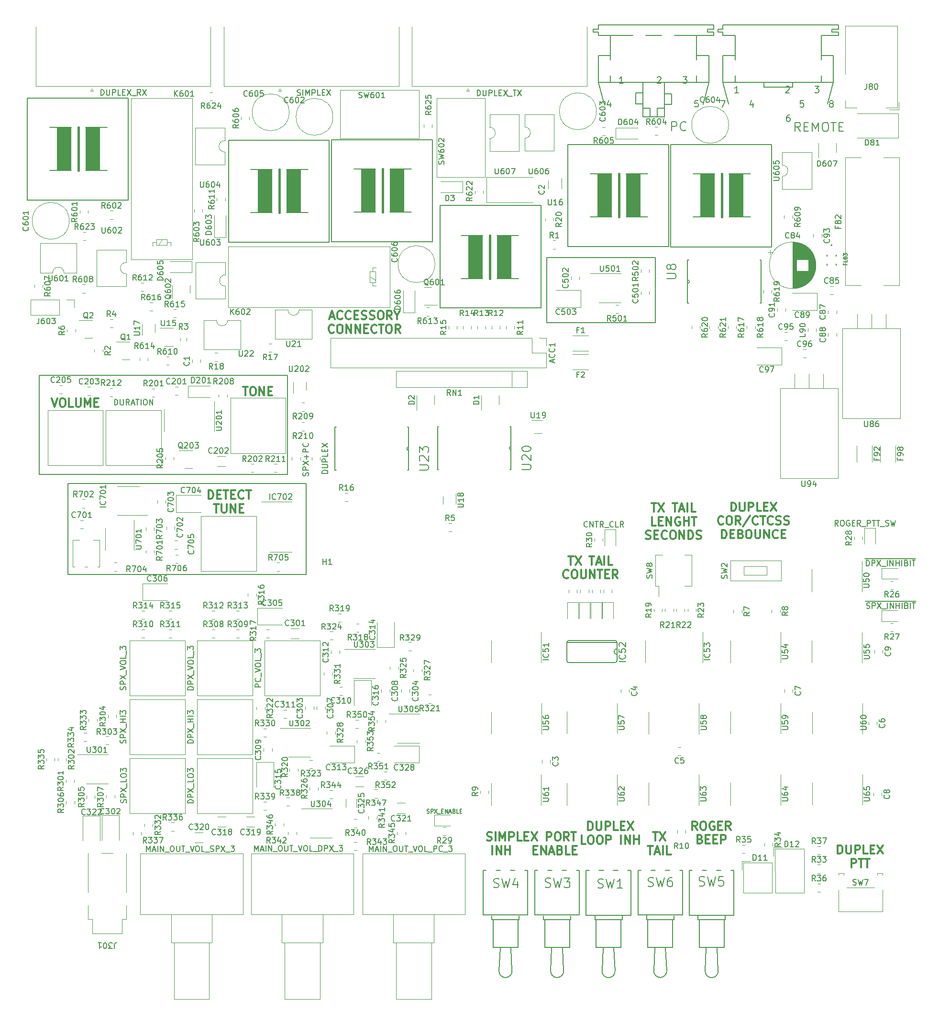
<source format=gto>
G04 #@! TF.GenerationSoftware,KiCad,Pcbnew,6.0.2+dfsg-1*
G04 #@! TF.CreationDate,2023-05-07T21:41:23+02:00*
G04 #@! TF.ProjectId,fm-rpt-control,666d2d72-7074-42d6-936f-6e74726f6c2e,A*
G04 #@! TF.SameCoordinates,Original*
G04 #@! TF.FileFunction,Legend,Top*
G04 #@! TF.FilePolarity,Positive*
%FSLAX46Y46*%
G04 Gerber Fmt 4.6, Leading zero omitted, Abs format (unit mm)*
G04 Created by KiCad (PCBNEW 6.0.2+dfsg-1) date 2023-05-07 21:41:23*
%MOMM*%
%LPD*%
G01*
G04 APERTURE LIST*
%ADD10C,0.300000*%
%ADD11C,0.200000*%
%ADD12C,0.150000*%
%ADD13C,0.142240*%
%ADD14C,0.177800*%
%ADD15C,0.127000*%
%ADD16C,0.152400*%
%ADD17C,0.120000*%
%ADD18C,0.203200*%
%ADD19C,0.406400*%
G04 APERTURE END LIST*
D10*
X49457142Y-99371071D02*
X49457142Y-97871071D01*
X49814285Y-97871071D01*
X50028571Y-97942500D01*
X50171428Y-98085357D01*
X50242857Y-98228214D01*
X50314285Y-98513928D01*
X50314285Y-98728214D01*
X50242857Y-99013928D01*
X50171428Y-99156785D01*
X50028571Y-99299642D01*
X49814285Y-99371071D01*
X49457142Y-99371071D01*
X50957142Y-98585357D02*
X51457142Y-98585357D01*
X51671428Y-99371071D02*
X50957142Y-99371071D01*
X50957142Y-97871071D01*
X51671428Y-97871071D01*
X52100000Y-97871071D02*
X52957142Y-97871071D01*
X52528571Y-99371071D02*
X52528571Y-97871071D01*
X53457142Y-98585357D02*
X53957142Y-98585357D01*
X54171428Y-99371071D02*
X53457142Y-99371071D01*
X53457142Y-97871071D01*
X54171428Y-97871071D01*
X55671428Y-99228214D02*
X55600000Y-99299642D01*
X55385714Y-99371071D01*
X55242857Y-99371071D01*
X55028571Y-99299642D01*
X54885714Y-99156785D01*
X54814285Y-99013928D01*
X54742857Y-98728214D01*
X54742857Y-98513928D01*
X54814285Y-98228214D01*
X54885714Y-98085357D01*
X55028571Y-97942500D01*
X55242857Y-97871071D01*
X55385714Y-97871071D01*
X55600000Y-97942500D01*
X55671428Y-98013928D01*
X56100000Y-97871071D02*
X56957142Y-97871071D01*
X56528571Y-99371071D02*
X56528571Y-97871071D01*
X50421428Y-100286071D02*
X51278571Y-100286071D01*
X50850000Y-101786071D02*
X50850000Y-100286071D01*
X51778571Y-100286071D02*
X51778571Y-101500357D01*
X51850000Y-101643214D01*
X51921428Y-101714642D01*
X52064285Y-101786071D01*
X52350000Y-101786071D01*
X52492857Y-101714642D01*
X52564285Y-101643214D01*
X52635714Y-101500357D01*
X52635714Y-100286071D01*
X53350000Y-101786071D02*
X53350000Y-100286071D01*
X54207142Y-101786071D01*
X54207142Y-100286071D01*
X54921428Y-101000357D02*
X55421428Y-101000357D01*
X55635714Y-101786071D02*
X54921428Y-101786071D01*
X54921428Y-100286071D01*
X55635714Y-100286071D01*
D11*
X24600000Y-96650000D02*
X66700000Y-96650000D01*
X66700000Y-96650000D02*
X66700000Y-112700000D01*
X66700000Y-112700000D02*
X24600000Y-112700000D01*
X24600000Y-112700000D02*
X24600000Y-96650000D01*
X128496250Y-68212500D02*
X109296250Y-68212500D01*
X109296250Y-68212500D02*
X109296250Y-56712500D01*
X109296250Y-56712500D02*
X128496250Y-56712500D01*
X128496250Y-56712500D02*
X128496250Y-68212500D01*
X19500000Y-77500000D02*
X63450000Y-77500000D01*
X63450000Y-77500000D02*
X63450000Y-95050000D01*
X63450000Y-95050000D02*
X19500000Y-95050000D01*
X19500000Y-95050000D02*
X19500000Y-77500000D01*
D10*
X128107142Y-158321071D02*
X128964285Y-158321071D01*
X128535714Y-159821071D02*
X128535714Y-158321071D01*
X129321428Y-158321071D02*
X130321428Y-159821071D01*
X130321428Y-158321071D02*
X129321428Y-159821071D01*
X127214285Y-160736071D02*
X128071428Y-160736071D01*
X127642857Y-162236071D02*
X127642857Y-160736071D01*
X128500000Y-161807500D02*
X129214285Y-161807500D01*
X128357142Y-162236071D02*
X128857142Y-160736071D01*
X129357142Y-162236071D01*
X129857142Y-162236071D02*
X129857142Y-160736071D01*
X131285714Y-162236071D02*
X130571428Y-162236071D01*
X130571428Y-160736071D01*
X113157142Y-109521071D02*
X114014285Y-109521071D01*
X113585714Y-111021071D02*
X113585714Y-109521071D01*
X114371428Y-109521071D02*
X115371428Y-111021071D01*
X115371428Y-109521071D02*
X114371428Y-111021071D01*
X116871428Y-109521071D02*
X117728571Y-109521071D01*
X117300000Y-111021071D02*
X117300000Y-109521071D01*
X118157142Y-110592500D02*
X118871428Y-110592500D01*
X118014285Y-111021071D02*
X118514285Y-109521071D01*
X119014285Y-111021071D01*
X119514285Y-111021071D02*
X119514285Y-109521071D01*
X120942857Y-111021071D02*
X120228571Y-111021071D01*
X120228571Y-109521071D01*
X113157142Y-113293214D02*
X113085714Y-113364642D01*
X112871428Y-113436071D01*
X112728571Y-113436071D01*
X112514285Y-113364642D01*
X112371428Y-113221785D01*
X112300000Y-113078928D01*
X112228571Y-112793214D01*
X112228571Y-112578928D01*
X112300000Y-112293214D01*
X112371428Y-112150357D01*
X112514285Y-112007500D01*
X112728571Y-111936071D01*
X112871428Y-111936071D01*
X113085714Y-112007500D01*
X113157142Y-112078928D01*
X114085714Y-111936071D02*
X114371428Y-111936071D01*
X114514285Y-112007500D01*
X114657142Y-112150357D01*
X114728571Y-112436071D01*
X114728571Y-112936071D01*
X114657142Y-113221785D01*
X114514285Y-113364642D01*
X114371428Y-113436071D01*
X114085714Y-113436071D01*
X113942857Y-113364642D01*
X113800000Y-113221785D01*
X113728571Y-112936071D01*
X113728571Y-112436071D01*
X113800000Y-112150357D01*
X113942857Y-112007500D01*
X114085714Y-111936071D01*
X115371428Y-111936071D02*
X115371428Y-113150357D01*
X115442857Y-113293214D01*
X115514285Y-113364642D01*
X115657142Y-113436071D01*
X115942857Y-113436071D01*
X116085714Y-113364642D01*
X116157142Y-113293214D01*
X116228571Y-113150357D01*
X116228571Y-111936071D01*
X116942857Y-113436071D02*
X116942857Y-111936071D01*
X117800000Y-113436071D01*
X117800000Y-111936071D01*
X118300000Y-111936071D02*
X119157142Y-111936071D01*
X118728571Y-113436071D02*
X118728571Y-111936071D01*
X119657142Y-112650357D02*
X120157142Y-112650357D01*
X120371428Y-113436071D02*
X119657142Y-113436071D01*
X119657142Y-111936071D01*
X120371428Y-111936071D01*
X121871428Y-113436071D02*
X121371428Y-112721785D01*
X121014285Y-113436071D02*
X121014285Y-111936071D01*
X121585714Y-111936071D01*
X121728571Y-112007500D01*
X121800000Y-112078928D01*
X121871428Y-112221785D01*
X121871428Y-112436071D01*
X121800000Y-112578928D01*
X121728571Y-112650357D01*
X121585714Y-112721785D01*
X121014285Y-112721785D01*
X116621428Y-157971071D02*
X116621428Y-156471071D01*
X116978571Y-156471071D01*
X117192857Y-156542500D01*
X117335714Y-156685357D01*
X117407142Y-156828214D01*
X117478571Y-157113928D01*
X117478571Y-157328214D01*
X117407142Y-157613928D01*
X117335714Y-157756785D01*
X117192857Y-157899642D01*
X116978571Y-157971071D01*
X116621428Y-157971071D01*
X118121428Y-156471071D02*
X118121428Y-157685357D01*
X118192857Y-157828214D01*
X118264285Y-157899642D01*
X118407142Y-157971071D01*
X118692857Y-157971071D01*
X118835714Y-157899642D01*
X118907142Y-157828214D01*
X118978571Y-157685357D01*
X118978571Y-156471071D01*
X119692857Y-157971071D02*
X119692857Y-156471071D01*
X120264285Y-156471071D01*
X120407142Y-156542500D01*
X120478571Y-156613928D01*
X120550000Y-156756785D01*
X120550000Y-156971071D01*
X120478571Y-157113928D01*
X120407142Y-157185357D01*
X120264285Y-157256785D01*
X119692857Y-157256785D01*
X121907142Y-157971071D02*
X121192857Y-157971071D01*
X121192857Y-156471071D01*
X122407142Y-157185357D02*
X122907142Y-157185357D01*
X123121428Y-157971071D02*
X122407142Y-157971071D01*
X122407142Y-156471071D01*
X123121428Y-156471071D01*
X123621428Y-156471071D02*
X124621428Y-157971071D01*
X124621428Y-156471071D02*
X123621428Y-157971071D01*
X116192857Y-160386071D02*
X115478571Y-160386071D01*
X115478571Y-158886071D01*
X116978571Y-158886071D02*
X117264285Y-158886071D01*
X117407142Y-158957500D01*
X117550000Y-159100357D01*
X117621428Y-159386071D01*
X117621428Y-159886071D01*
X117550000Y-160171785D01*
X117407142Y-160314642D01*
X117264285Y-160386071D01*
X116978571Y-160386071D01*
X116835714Y-160314642D01*
X116692857Y-160171785D01*
X116621428Y-159886071D01*
X116621428Y-159386071D01*
X116692857Y-159100357D01*
X116835714Y-158957500D01*
X116978571Y-158886071D01*
X118550000Y-158886071D02*
X118835714Y-158886071D01*
X118978571Y-158957500D01*
X119121428Y-159100357D01*
X119192857Y-159386071D01*
X119192857Y-159886071D01*
X119121428Y-160171785D01*
X118978571Y-160314642D01*
X118835714Y-160386071D01*
X118550000Y-160386071D01*
X118407142Y-160314642D01*
X118264285Y-160171785D01*
X118192857Y-159886071D01*
X118192857Y-159386071D01*
X118264285Y-159100357D01*
X118407142Y-158957500D01*
X118550000Y-158886071D01*
X119835714Y-160386071D02*
X119835714Y-158886071D01*
X120407142Y-158886071D01*
X120550000Y-158957500D01*
X120621428Y-159028928D01*
X120692857Y-159171785D01*
X120692857Y-159386071D01*
X120621428Y-159528928D01*
X120550000Y-159600357D01*
X120407142Y-159671785D01*
X119835714Y-159671785D01*
X122478571Y-160386071D02*
X122478571Y-158886071D01*
X123192857Y-160386071D02*
X123192857Y-158886071D01*
X124050000Y-160386071D01*
X124050000Y-158886071D01*
X124764285Y-160386071D02*
X124764285Y-158886071D01*
X124764285Y-159600357D02*
X125621428Y-159600357D01*
X125621428Y-160386071D02*
X125621428Y-158886071D01*
D11*
X160911904Y-104152380D02*
X160578571Y-103676190D01*
X160340476Y-104152380D02*
X160340476Y-103152380D01*
X160721428Y-103152380D01*
X160816666Y-103200000D01*
X160864285Y-103247619D01*
X160911904Y-103342857D01*
X160911904Y-103485714D01*
X160864285Y-103580952D01*
X160816666Y-103628571D01*
X160721428Y-103676190D01*
X160340476Y-103676190D01*
X161530952Y-103152380D02*
X161721428Y-103152380D01*
X161816666Y-103200000D01*
X161911904Y-103295238D01*
X161959523Y-103485714D01*
X161959523Y-103819047D01*
X161911904Y-104009523D01*
X161816666Y-104104761D01*
X161721428Y-104152380D01*
X161530952Y-104152380D01*
X161435714Y-104104761D01*
X161340476Y-104009523D01*
X161292857Y-103819047D01*
X161292857Y-103485714D01*
X161340476Y-103295238D01*
X161435714Y-103200000D01*
X161530952Y-103152380D01*
X162911904Y-103200000D02*
X162816666Y-103152380D01*
X162673809Y-103152380D01*
X162530952Y-103200000D01*
X162435714Y-103295238D01*
X162388095Y-103390476D01*
X162340476Y-103580952D01*
X162340476Y-103723809D01*
X162388095Y-103914285D01*
X162435714Y-104009523D01*
X162530952Y-104104761D01*
X162673809Y-104152380D01*
X162769047Y-104152380D01*
X162911904Y-104104761D01*
X162959523Y-104057142D01*
X162959523Y-103723809D01*
X162769047Y-103723809D01*
X163388095Y-103628571D02*
X163721428Y-103628571D01*
X163864285Y-104152380D02*
X163388095Y-104152380D01*
X163388095Y-103152380D01*
X163864285Y-103152380D01*
X164864285Y-104152380D02*
X164530952Y-103676190D01*
X164292857Y-104152380D02*
X164292857Y-103152380D01*
X164673809Y-103152380D01*
X164769047Y-103200000D01*
X164816666Y-103247619D01*
X164864285Y-103342857D01*
X164864285Y-103485714D01*
X164816666Y-103580952D01*
X164769047Y-103628571D01*
X164673809Y-103676190D01*
X164292857Y-103676190D01*
X165054761Y-104247619D02*
X165816666Y-104247619D01*
X166054761Y-104152380D02*
X166054761Y-103152380D01*
X166435714Y-103152380D01*
X166530952Y-103200000D01*
X166578571Y-103247619D01*
X166626190Y-103342857D01*
X166626190Y-103485714D01*
X166578571Y-103580952D01*
X166530952Y-103628571D01*
X166435714Y-103676190D01*
X166054761Y-103676190D01*
X166911904Y-103152380D02*
X167483333Y-103152380D01*
X167197619Y-104152380D02*
X167197619Y-103152380D01*
X167673809Y-103152380D02*
X168245238Y-103152380D01*
X167959523Y-104152380D02*
X167959523Y-103152380D01*
X168340476Y-104247619D02*
X169102380Y-104247619D01*
X169292857Y-104104761D02*
X169435714Y-104152380D01*
X169673809Y-104152380D01*
X169769047Y-104104761D01*
X169816666Y-104057142D01*
X169864285Y-103961904D01*
X169864285Y-103866666D01*
X169816666Y-103771428D01*
X169769047Y-103723809D01*
X169673809Y-103676190D01*
X169483333Y-103628571D01*
X169388095Y-103580952D01*
X169340476Y-103533333D01*
X169292857Y-103438095D01*
X169292857Y-103342857D01*
X169340476Y-103247619D01*
X169388095Y-103200000D01*
X169483333Y-103152380D01*
X169721428Y-103152380D01*
X169864285Y-103200000D01*
X170197619Y-103152380D02*
X170435714Y-104152380D01*
X170626190Y-103438095D01*
X170816666Y-104152380D01*
X171054761Y-103152380D01*
D10*
X135950000Y-157921071D02*
X135450000Y-157206785D01*
X135092857Y-157921071D02*
X135092857Y-156421071D01*
X135664285Y-156421071D01*
X135807142Y-156492500D01*
X135878571Y-156563928D01*
X135950000Y-156706785D01*
X135950000Y-156921071D01*
X135878571Y-157063928D01*
X135807142Y-157135357D01*
X135664285Y-157206785D01*
X135092857Y-157206785D01*
X136878571Y-156421071D02*
X137164285Y-156421071D01*
X137307142Y-156492500D01*
X137450000Y-156635357D01*
X137521428Y-156921071D01*
X137521428Y-157421071D01*
X137450000Y-157706785D01*
X137307142Y-157849642D01*
X137164285Y-157921071D01*
X136878571Y-157921071D01*
X136735714Y-157849642D01*
X136592857Y-157706785D01*
X136521428Y-157421071D01*
X136521428Y-156921071D01*
X136592857Y-156635357D01*
X136735714Y-156492500D01*
X136878571Y-156421071D01*
X138950000Y-156492500D02*
X138807142Y-156421071D01*
X138592857Y-156421071D01*
X138378571Y-156492500D01*
X138235714Y-156635357D01*
X138164285Y-156778214D01*
X138092857Y-157063928D01*
X138092857Y-157278214D01*
X138164285Y-157563928D01*
X138235714Y-157706785D01*
X138378571Y-157849642D01*
X138592857Y-157921071D01*
X138735714Y-157921071D01*
X138950000Y-157849642D01*
X139021428Y-157778214D01*
X139021428Y-157278214D01*
X138735714Y-157278214D01*
X139664285Y-157135357D02*
X140164285Y-157135357D01*
X140378571Y-157921071D02*
X139664285Y-157921071D01*
X139664285Y-156421071D01*
X140378571Y-156421071D01*
X141878571Y-157921071D02*
X141378571Y-157206785D01*
X141021428Y-157921071D02*
X141021428Y-156421071D01*
X141592857Y-156421071D01*
X141735714Y-156492500D01*
X141807142Y-156563928D01*
X141878571Y-156706785D01*
X141878571Y-156921071D01*
X141807142Y-157063928D01*
X141735714Y-157135357D01*
X141592857Y-157206785D01*
X141021428Y-157206785D01*
X136450000Y-159550357D02*
X136664285Y-159621785D01*
X136735714Y-159693214D01*
X136807142Y-159836071D01*
X136807142Y-160050357D01*
X136735714Y-160193214D01*
X136664285Y-160264642D01*
X136521428Y-160336071D01*
X135950000Y-160336071D01*
X135950000Y-158836071D01*
X136450000Y-158836071D01*
X136592857Y-158907500D01*
X136664285Y-158978928D01*
X136735714Y-159121785D01*
X136735714Y-159264642D01*
X136664285Y-159407500D01*
X136592857Y-159478928D01*
X136450000Y-159550357D01*
X135950000Y-159550357D01*
X137450000Y-159550357D02*
X137950000Y-159550357D01*
X138164285Y-160336071D02*
X137450000Y-160336071D01*
X137450000Y-158836071D01*
X138164285Y-158836071D01*
X138807142Y-159550357D02*
X139307142Y-159550357D01*
X139521428Y-160336071D02*
X138807142Y-160336071D01*
X138807142Y-158836071D01*
X139521428Y-158836071D01*
X140164285Y-160336071D02*
X140164285Y-158836071D01*
X140735714Y-158836071D01*
X140878571Y-158907500D01*
X140950000Y-158978928D01*
X141021428Y-159121785D01*
X141021428Y-159336071D01*
X140950000Y-159478928D01*
X140878571Y-159550357D01*
X140735714Y-159621785D01*
X140164285Y-159621785D01*
D11*
X116519047Y-104257142D02*
X116471428Y-104304761D01*
X116328571Y-104352380D01*
X116233333Y-104352380D01*
X116090476Y-104304761D01*
X115995238Y-104209523D01*
X115947619Y-104114285D01*
X115900000Y-103923809D01*
X115900000Y-103780952D01*
X115947619Y-103590476D01*
X115995238Y-103495238D01*
X116090476Y-103400000D01*
X116233333Y-103352380D01*
X116328571Y-103352380D01*
X116471428Y-103400000D01*
X116519047Y-103447619D01*
X116947619Y-104352380D02*
X116947619Y-103352380D01*
X117519047Y-104352380D01*
X117519047Y-103352380D01*
X117852380Y-103352380D02*
X118423809Y-103352380D01*
X118138095Y-104352380D02*
X118138095Y-103352380D01*
X119328571Y-104352380D02*
X118995238Y-103876190D01*
X118757142Y-104352380D02*
X118757142Y-103352380D01*
X119138095Y-103352380D01*
X119233333Y-103400000D01*
X119280952Y-103447619D01*
X119328571Y-103542857D01*
X119328571Y-103685714D01*
X119280952Y-103780952D01*
X119233333Y-103828571D01*
X119138095Y-103876190D01*
X118757142Y-103876190D01*
X119519047Y-104447619D02*
X120280952Y-104447619D01*
X121090476Y-104257142D02*
X121042857Y-104304761D01*
X120900000Y-104352380D01*
X120804761Y-104352380D01*
X120661904Y-104304761D01*
X120566666Y-104209523D01*
X120519047Y-104114285D01*
X120471428Y-103923809D01*
X120471428Y-103780952D01*
X120519047Y-103590476D01*
X120566666Y-103495238D01*
X120661904Y-103400000D01*
X120804761Y-103352380D01*
X120900000Y-103352380D01*
X121042857Y-103400000D01*
X121090476Y-103447619D01*
X121995238Y-104352380D02*
X121519047Y-104352380D01*
X121519047Y-103352380D01*
X122900000Y-104352380D02*
X122566666Y-103876190D01*
X122328571Y-104352380D02*
X122328571Y-103352380D01*
X122709523Y-103352380D01*
X122804761Y-103400000D01*
X122852380Y-103447619D01*
X122900000Y-103542857D01*
X122900000Y-103685714D01*
X122852380Y-103780952D01*
X122804761Y-103828571D01*
X122709523Y-103876190D01*
X122328571Y-103876190D01*
D10*
X141971428Y-101513571D02*
X141971428Y-100013571D01*
X142328571Y-100013571D01*
X142542857Y-100085000D01*
X142685714Y-100227857D01*
X142757142Y-100370714D01*
X142828571Y-100656428D01*
X142828571Y-100870714D01*
X142757142Y-101156428D01*
X142685714Y-101299285D01*
X142542857Y-101442142D01*
X142328571Y-101513571D01*
X141971428Y-101513571D01*
X143471428Y-100013571D02*
X143471428Y-101227857D01*
X143542857Y-101370714D01*
X143614285Y-101442142D01*
X143757142Y-101513571D01*
X144042857Y-101513571D01*
X144185714Y-101442142D01*
X144257142Y-101370714D01*
X144328571Y-101227857D01*
X144328571Y-100013571D01*
X145042857Y-101513571D02*
X145042857Y-100013571D01*
X145614285Y-100013571D01*
X145757142Y-100085000D01*
X145828571Y-100156428D01*
X145900000Y-100299285D01*
X145900000Y-100513571D01*
X145828571Y-100656428D01*
X145757142Y-100727857D01*
X145614285Y-100799285D01*
X145042857Y-100799285D01*
X147257142Y-101513571D02*
X146542857Y-101513571D01*
X146542857Y-100013571D01*
X147757142Y-100727857D02*
X148257142Y-100727857D01*
X148471428Y-101513571D02*
X147757142Y-101513571D01*
X147757142Y-100013571D01*
X148471428Y-100013571D01*
X148971428Y-100013571D02*
X149971428Y-101513571D01*
X149971428Y-100013571D02*
X148971428Y-101513571D01*
X140542857Y-103785714D02*
X140471428Y-103857142D01*
X140257142Y-103928571D01*
X140114285Y-103928571D01*
X139900000Y-103857142D01*
X139757142Y-103714285D01*
X139685714Y-103571428D01*
X139614285Y-103285714D01*
X139614285Y-103071428D01*
X139685714Y-102785714D01*
X139757142Y-102642857D01*
X139900000Y-102500000D01*
X140114285Y-102428571D01*
X140257142Y-102428571D01*
X140471428Y-102500000D01*
X140542857Y-102571428D01*
X141471428Y-102428571D02*
X141757142Y-102428571D01*
X141900000Y-102500000D01*
X142042857Y-102642857D01*
X142114285Y-102928571D01*
X142114285Y-103428571D01*
X142042857Y-103714285D01*
X141900000Y-103857142D01*
X141757142Y-103928571D01*
X141471428Y-103928571D01*
X141328571Y-103857142D01*
X141185714Y-103714285D01*
X141114285Y-103428571D01*
X141114285Y-102928571D01*
X141185714Y-102642857D01*
X141328571Y-102500000D01*
X141471428Y-102428571D01*
X143614285Y-103928571D02*
X143114285Y-103214285D01*
X142757142Y-103928571D02*
X142757142Y-102428571D01*
X143328571Y-102428571D01*
X143471428Y-102500000D01*
X143542857Y-102571428D01*
X143614285Y-102714285D01*
X143614285Y-102928571D01*
X143542857Y-103071428D01*
X143471428Y-103142857D01*
X143328571Y-103214285D01*
X142757142Y-103214285D01*
X145328571Y-102357142D02*
X144042857Y-104285714D01*
X146685714Y-103785714D02*
X146614285Y-103857142D01*
X146400000Y-103928571D01*
X146257142Y-103928571D01*
X146042857Y-103857142D01*
X145900000Y-103714285D01*
X145828571Y-103571428D01*
X145757142Y-103285714D01*
X145757142Y-103071428D01*
X145828571Y-102785714D01*
X145900000Y-102642857D01*
X146042857Y-102500000D01*
X146257142Y-102428571D01*
X146400000Y-102428571D01*
X146614285Y-102500000D01*
X146685714Y-102571428D01*
X147114285Y-102428571D02*
X147971428Y-102428571D01*
X147542857Y-103928571D02*
X147542857Y-102428571D01*
X149328571Y-103785714D02*
X149257142Y-103857142D01*
X149042857Y-103928571D01*
X148900000Y-103928571D01*
X148685714Y-103857142D01*
X148542857Y-103714285D01*
X148471428Y-103571428D01*
X148400000Y-103285714D01*
X148400000Y-103071428D01*
X148471428Y-102785714D01*
X148542857Y-102642857D01*
X148685714Y-102500000D01*
X148900000Y-102428571D01*
X149042857Y-102428571D01*
X149257142Y-102500000D01*
X149328571Y-102571428D01*
X149900000Y-103857142D02*
X150114285Y-103928571D01*
X150471428Y-103928571D01*
X150614285Y-103857142D01*
X150685714Y-103785714D01*
X150757142Y-103642857D01*
X150757142Y-103500000D01*
X150685714Y-103357142D01*
X150614285Y-103285714D01*
X150471428Y-103214285D01*
X150185714Y-103142857D01*
X150042857Y-103071428D01*
X149971428Y-103000000D01*
X149900000Y-102857142D01*
X149900000Y-102714285D01*
X149971428Y-102571428D01*
X150042857Y-102500000D01*
X150185714Y-102428571D01*
X150542857Y-102428571D01*
X150757142Y-102500000D01*
X151328571Y-103857142D02*
X151542857Y-103928571D01*
X151900000Y-103928571D01*
X152042857Y-103857142D01*
X152114285Y-103785714D01*
X152185714Y-103642857D01*
X152185714Y-103500000D01*
X152114285Y-103357142D01*
X152042857Y-103285714D01*
X151900000Y-103214285D01*
X151614285Y-103142857D01*
X151471428Y-103071428D01*
X151400000Y-103000000D01*
X151328571Y-102857142D01*
X151328571Y-102714285D01*
X151400000Y-102571428D01*
X151471428Y-102500000D01*
X151614285Y-102428571D01*
X151971428Y-102428571D01*
X152185714Y-102500000D01*
X140292857Y-106343571D02*
X140292857Y-104843571D01*
X140650000Y-104843571D01*
X140864285Y-104915000D01*
X141007142Y-105057857D01*
X141078571Y-105200714D01*
X141150000Y-105486428D01*
X141150000Y-105700714D01*
X141078571Y-105986428D01*
X141007142Y-106129285D01*
X140864285Y-106272142D01*
X140650000Y-106343571D01*
X140292857Y-106343571D01*
X141792857Y-105557857D02*
X142292857Y-105557857D01*
X142507142Y-106343571D02*
X141792857Y-106343571D01*
X141792857Y-104843571D01*
X142507142Y-104843571D01*
X143650000Y-105557857D02*
X143864285Y-105629285D01*
X143935714Y-105700714D01*
X144007142Y-105843571D01*
X144007142Y-106057857D01*
X143935714Y-106200714D01*
X143864285Y-106272142D01*
X143721428Y-106343571D01*
X143150000Y-106343571D01*
X143150000Y-104843571D01*
X143650000Y-104843571D01*
X143792857Y-104915000D01*
X143864285Y-104986428D01*
X143935714Y-105129285D01*
X143935714Y-105272142D01*
X143864285Y-105415000D01*
X143792857Y-105486428D01*
X143650000Y-105557857D01*
X143150000Y-105557857D01*
X144935714Y-104843571D02*
X145221428Y-104843571D01*
X145364285Y-104915000D01*
X145507142Y-105057857D01*
X145578571Y-105343571D01*
X145578571Y-105843571D01*
X145507142Y-106129285D01*
X145364285Y-106272142D01*
X145221428Y-106343571D01*
X144935714Y-106343571D01*
X144792857Y-106272142D01*
X144650000Y-106129285D01*
X144578571Y-105843571D01*
X144578571Y-105343571D01*
X144650000Y-105057857D01*
X144792857Y-104915000D01*
X144935714Y-104843571D01*
X146221428Y-104843571D02*
X146221428Y-106057857D01*
X146292857Y-106200714D01*
X146364285Y-106272142D01*
X146507142Y-106343571D01*
X146792857Y-106343571D01*
X146935714Y-106272142D01*
X147007142Y-106200714D01*
X147078571Y-106057857D01*
X147078571Y-104843571D01*
X147792857Y-106343571D02*
X147792857Y-104843571D01*
X148650000Y-106343571D01*
X148650000Y-104843571D01*
X150221428Y-106200714D02*
X150150000Y-106272142D01*
X149935714Y-106343571D01*
X149792857Y-106343571D01*
X149578571Y-106272142D01*
X149435714Y-106129285D01*
X149364285Y-105986428D01*
X149292857Y-105700714D01*
X149292857Y-105486428D01*
X149364285Y-105200714D01*
X149435714Y-105057857D01*
X149578571Y-104915000D01*
X149792857Y-104843571D01*
X149935714Y-104843571D01*
X150150000Y-104915000D01*
X150221428Y-104986428D01*
X150864285Y-105557857D02*
X151364285Y-105557857D01*
X151578571Y-106343571D02*
X150864285Y-106343571D01*
X150864285Y-104843571D01*
X151578571Y-104843571D01*
X98728571Y-159749642D02*
X98942857Y-159821071D01*
X99300000Y-159821071D01*
X99442857Y-159749642D01*
X99514285Y-159678214D01*
X99585714Y-159535357D01*
X99585714Y-159392500D01*
X99514285Y-159249642D01*
X99442857Y-159178214D01*
X99300000Y-159106785D01*
X99014285Y-159035357D01*
X98871428Y-158963928D01*
X98800000Y-158892500D01*
X98728571Y-158749642D01*
X98728571Y-158606785D01*
X98800000Y-158463928D01*
X98871428Y-158392500D01*
X99014285Y-158321071D01*
X99371428Y-158321071D01*
X99585714Y-158392500D01*
X100228571Y-159821071D02*
X100228571Y-158321071D01*
X100942857Y-159821071D02*
X100942857Y-158321071D01*
X101442857Y-159392500D01*
X101942857Y-158321071D01*
X101942857Y-159821071D01*
X102657142Y-159821071D02*
X102657142Y-158321071D01*
X103228571Y-158321071D01*
X103371428Y-158392500D01*
X103442857Y-158463928D01*
X103514285Y-158606785D01*
X103514285Y-158821071D01*
X103442857Y-158963928D01*
X103371428Y-159035357D01*
X103228571Y-159106785D01*
X102657142Y-159106785D01*
X104871428Y-159821071D02*
X104157142Y-159821071D01*
X104157142Y-158321071D01*
X105371428Y-159035357D02*
X105871428Y-159035357D01*
X106085714Y-159821071D02*
X105371428Y-159821071D01*
X105371428Y-158321071D01*
X106085714Y-158321071D01*
X106585714Y-158321071D02*
X107585714Y-159821071D01*
X107585714Y-158321071D02*
X106585714Y-159821071D01*
X109300000Y-159821071D02*
X109300000Y-158321071D01*
X109871428Y-158321071D01*
X110014285Y-158392500D01*
X110085714Y-158463928D01*
X110157142Y-158606785D01*
X110157142Y-158821071D01*
X110085714Y-158963928D01*
X110014285Y-159035357D01*
X109871428Y-159106785D01*
X109300000Y-159106785D01*
X111085714Y-158321071D02*
X111371428Y-158321071D01*
X111514285Y-158392500D01*
X111657142Y-158535357D01*
X111728571Y-158821071D01*
X111728571Y-159321071D01*
X111657142Y-159606785D01*
X111514285Y-159749642D01*
X111371428Y-159821071D01*
X111085714Y-159821071D01*
X110942857Y-159749642D01*
X110800000Y-159606785D01*
X110728571Y-159321071D01*
X110728571Y-158821071D01*
X110800000Y-158535357D01*
X110942857Y-158392500D01*
X111085714Y-158321071D01*
X113228571Y-159821071D02*
X112728571Y-159106785D01*
X112371428Y-159821071D02*
X112371428Y-158321071D01*
X112942857Y-158321071D01*
X113085714Y-158392500D01*
X113157142Y-158463928D01*
X113228571Y-158606785D01*
X113228571Y-158821071D01*
X113157142Y-158963928D01*
X113085714Y-159035357D01*
X112942857Y-159106785D01*
X112371428Y-159106785D01*
X113657142Y-158321071D02*
X114514285Y-158321071D01*
X114085714Y-159821071D02*
X114085714Y-158321071D01*
X99692857Y-162236071D02*
X99692857Y-160736071D01*
X100407142Y-162236071D02*
X100407142Y-160736071D01*
X101264285Y-162236071D01*
X101264285Y-160736071D01*
X101978571Y-162236071D02*
X101978571Y-160736071D01*
X101978571Y-161450357D02*
X102835714Y-161450357D01*
X102835714Y-162236071D02*
X102835714Y-160736071D01*
X106978571Y-161450357D02*
X107478571Y-161450357D01*
X107692857Y-162236071D02*
X106978571Y-162236071D01*
X106978571Y-160736071D01*
X107692857Y-160736071D01*
X108335714Y-162236071D02*
X108335714Y-160736071D01*
X109192857Y-162236071D01*
X109192857Y-160736071D01*
X109835714Y-161807500D02*
X110549999Y-161807500D01*
X109692857Y-162236071D02*
X110192857Y-160736071D01*
X110692857Y-162236071D01*
X111692857Y-161450357D02*
X111907142Y-161521785D01*
X111978571Y-161593214D01*
X112049999Y-161736071D01*
X112049999Y-161950357D01*
X111978571Y-162093214D01*
X111907142Y-162164642D01*
X111764285Y-162236071D01*
X111192857Y-162236071D01*
X111192857Y-160736071D01*
X111692857Y-160736071D01*
X111835714Y-160807500D01*
X111907142Y-160878928D01*
X111978571Y-161021785D01*
X111978571Y-161164642D01*
X111907142Y-161307500D01*
X111835714Y-161378928D01*
X111692857Y-161450357D01*
X111192857Y-161450357D01*
X113407142Y-162236071D02*
X112692857Y-162236071D01*
X112692857Y-160736071D01*
X113907142Y-161450357D02*
X114407142Y-161450357D01*
X114621428Y-162236071D02*
X113907142Y-162236071D01*
X113907142Y-160736071D01*
X114621428Y-160736071D01*
X21685714Y-81578571D02*
X22185714Y-83078571D01*
X22685714Y-81578571D01*
X23471428Y-81578571D02*
X23757142Y-81578571D01*
X23900000Y-81650000D01*
X24042857Y-81792857D01*
X24114285Y-82078571D01*
X24114285Y-82578571D01*
X24042857Y-82864285D01*
X23900000Y-83007142D01*
X23757142Y-83078571D01*
X23471428Y-83078571D01*
X23328571Y-83007142D01*
X23185714Y-82864285D01*
X23114285Y-82578571D01*
X23114285Y-82078571D01*
X23185714Y-81792857D01*
X23328571Y-81650000D01*
X23471428Y-81578571D01*
X25471428Y-83078571D02*
X24757142Y-83078571D01*
X24757142Y-81578571D01*
X25971428Y-81578571D02*
X25971428Y-82792857D01*
X26042857Y-82935714D01*
X26114285Y-83007142D01*
X26257142Y-83078571D01*
X26542857Y-83078571D01*
X26685714Y-83007142D01*
X26757142Y-82935714D01*
X26828571Y-82792857D01*
X26828571Y-81578571D01*
X27542857Y-83078571D02*
X27542857Y-81578571D01*
X28042857Y-82650000D01*
X28542857Y-81578571D01*
X28542857Y-83078571D01*
X29257142Y-82292857D02*
X29757142Y-82292857D01*
X29971428Y-83078571D02*
X29257142Y-83078571D01*
X29257142Y-81578571D01*
X29971428Y-81578571D01*
X160821428Y-162121071D02*
X160821428Y-160621071D01*
X161178571Y-160621071D01*
X161392857Y-160692500D01*
X161535714Y-160835357D01*
X161607142Y-160978214D01*
X161678571Y-161263928D01*
X161678571Y-161478214D01*
X161607142Y-161763928D01*
X161535714Y-161906785D01*
X161392857Y-162049642D01*
X161178571Y-162121071D01*
X160821428Y-162121071D01*
X162321428Y-160621071D02*
X162321428Y-161835357D01*
X162392857Y-161978214D01*
X162464285Y-162049642D01*
X162607142Y-162121071D01*
X162892857Y-162121071D01*
X163035714Y-162049642D01*
X163107142Y-161978214D01*
X163178571Y-161835357D01*
X163178571Y-160621071D01*
X163892857Y-162121071D02*
X163892857Y-160621071D01*
X164464285Y-160621071D01*
X164607142Y-160692500D01*
X164678571Y-160763928D01*
X164750000Y-160906785D01*
X164750000Y-161121071D01*
X164678571Y-161263928D01*
X164607142Y-161335357D01*
X164464285Y-161406785D01*
X163892857Y-161406785D01*
X166107142Y-162121071D02*
X165392857Y-162121071D01*
X165392857Y-160621071D01*
X166607142Y-161335357D02*
X167107142Y-161335357D01*
X167321428Y-162121071D02*
X166607142Y-162121071D01*
X166607142Y-160621071D01*
X167321428Y-160621071D01*
X167821428Y-160621071D02*
X168821428Y-162121071D01*
X168821428Y-160621071D02*
X167821428Y-162121071D01*
X163214285Y-164536071D02*
X163214285Y-163036071D01*
X163785714Y-163036071D01*
X163928571Y-163107500D01*
X164000000Y-163178928D01*
X164071428Y-163321785D01*
X164071428Y-163536071D01*
X164000000Y-163678928D01*
X163928571Y-163750357D01*
X163785714Y-163821785D01*
X163214285Y-163821785D01*
X164500000Y-163036071D02*
X165357142Y-163036071D01*
X164928571Y-164536071D02*
X164928571Y-163036071D01*
X165642857Y-163036071D02*
X166500000Y-163036071D01*
X166071428Y-164536071D02*
X166071428Y-163036071D01*
D11*
X70552380Y-94869047D02*
X69552380Y-94869047D01*
X69552380Y-94630952D01*
X69600000Y-94488095D01*
X69695238Y-94392857D01*
X69790476Y-94345238D01*
X69980952Y-94297619D01*
X70123809Y-94297619D01*
X70314285Y-94345238D01*
X70409523Y-94392857D01*
X70504761Y-94488095D01*
X70552380Y-94630952D01*
X70552380Y-94869047D01*
X69552380Y-93869047D02*
X70361904Y-93869047D01*
X70457142Y-93821428D01*
X70504761Y-93773809D01*
X70552380Y-93678571D01*
X70552380Y-93488095D01*
X70504761Y-93392857D01*
X70457142Y-93345238D01*
X70361904Y-93297619D01*
X69552380Y-93297619D01*
X70552380Y-92821428D02*
X69552380Y-92821428D01*
X69552380Y-92440476D01*
X69600000Y-92345238D01*
X69647619Y-92297619D01*
X69742857Y-92250000D01*
X69885714Y-92250000D01*
X69980952Y-92297619D01*
X70028571Y-92345238D01*
X70076190Y-92440476D01*
X70076190Y-92821428D01*
X70552380Y-91345238D02*
X70552380Y-91821428D01*
X69552380Y-91821428D01*
X70028571Y-91011904D02*
X70028571Y-90678571D01*
X70552380Y-90535714D02*
X70552380Y-91011904D01*
X69552380Y-91011904D01*
X69552380Y-90535714D01*
X69552380Y-90202380D02*
X70552380Y-89535714D01*
X69552380Y-89535714D02*
X70552380Y-90202380D01*
D12*
X88116666Y-154933333D02*
X88216666Y-154966666D01*
X88383333Y-154966666D01*
X88450000Y-154933333D01*
X88483333Y-154900000D01*
X88516666Y-154833333D01*
X88516666Y-154766666D01*
X88483333Y-154700000D01*
X88450000Y-154666666D01*
X88383333Y-154633333D01*
X88250000Y-154600000D01*
X88183333Y-154566666D01*
X88150000Y-154533333D01*
X88116666Y-154466666D01*
X88116666Y-154400000D01*
X88150000Y-154333333D01*
X88183333Y-154300000D01*
X88250000Y-154266666D01*
X88416666Y-154266666D01*
X88516666Y-154300000D01*
X88816666Y-154966666D02*
X88816666Y-154266666D01*
X89083333Y-154266666D01*
X89150000Y-154300000D01*
X89183333Y-154333333D01*
X89216666Y-154400000D01*
X89216666Y-154500000D01*
X89183333Y-154566666D01*
X89150000Y-154600000D01*
X89083333Y-154633333D01*
X88816666Y-154633333D01*
X89450000Y-154266666D02*
X89916666Y-154966666D01*
X89916666Y-154266666D02*
X89450000Y-154966666D01*
X90016666Y-155033333D02*
X90550000Y-155033333D01*
X90716666Y-154600000D02*
X90950000Y-154600000D01*
X91050000Y-154966666D02*
X90716666Y-154966666D01*
X90716666Y-154266666D01*
X91050000Y-154266666D01*
X91350000Y-154966666D02*
X91350000Y-154266666D01*
X91750000Y-154966666D01*
X91750000Y-154266666D01*
X92050000Y-154766666D02*
X92383333Y-154766666D01*
X91983333Y-154966666D02*
X92216666Y-154266666D01*
X92450000Y-154966666D01*
X92916666Y-154600000D02*
X93016666Y-154633333D01*
X93050000Y-154666666D01*
X93083333Y-154733333D01*
X93083333Y-154833333D01*
X93050000Y-154900000D01*
X93016666Y-154933333D01*
X92950000Y-154966666D01*
X92683333Y-154966666D01*
X92683333Y-154266666D01*
X92916666Y-154266666D01*
X92983333Y-154300000D01*
X93016666Y-154333333D01*
X93050000Y-154400000D01*
X93050000Y-154466666D01*
X93016666Y-154533333D01*
X92983333Y-154566666D01*
X92916666Y-154600000D01*
X92683333Y-154600000D01*
X93716666Y-154966666D02*
X93383333Y-154966666D01*
X93383333Y-154266666D01*
X93950000Y-154600000D02*
X94183333Y-154600000D01*
X94283333Y-154966666D02*
X93950000Y-154966666D01*
X93950000Y-154266666D01*
X94283333Y-154266666D01*
D10*
X70907142Y-67192500D02*
X71621428Y-67192500D01*
X70764285Y-67621071D02*
X71264285Y-66121071D01*
X71764285Y-67621071D01*
X73121428Y-67478214D02*
X73050000Y-67549642D01*
X72835714Y-67621071D01*
X72692857Y-67621071D01*
X72478571Y-67549642D01*
X72335714Y-67406785D01*
X72264285Y-67263928D01*
X72192857Y-66978214D01*
X72192857Y-66763928D01*
X72264285Y-66478214D01*
X72335714Y-66335357D01*
X72478571Y-66192500D01*
X72692857Y-66121071D01*
X72835714Y-66121071D01*
X73050000Y-66192500D01*
X73121428Y-66263928D01*
X74621428Y-67478214D02*
X74550000Y-67549642D01*
X74335714Y-67621071D01*
X74192857Y-67621071D01*
X73978571Y-67549642D01*
X73835714Y-67406785D01*
X73764285Y-67263928D01*
X73692857Y-66978214D01*
X73692857Y-66763928D01*
X73764285Y-66478214D01*
X73835714Y-66335357D01*
X73978571Y-66192500D01*
X74192857Y-66121071D01*
X74335714Y-66121071D01*
X74550000Y-66192500D01*
X74621428Y-66263928D01*
X75264285Y-66835357D02*
X75764285Y-66835357D01*
X75978571Y-67621071D02*
X75264285Y-67621071D01*
X75264285Y-66121071D01*
X75978571Y-66121071D01*
X76550000Y-67549642D02*
X76764285Y-67621071D01*
X77121428Y-67621071D01*
X77264285Y-67549642D01*
X77335714Y-67478214D01*
X77407142Y-67335357D01*
X77407142Y-67192500D01*
X77335714Y-67049642D01*
X77264285Y-66978214D01*
X77121428Y-66906785D01*
X76835714Y-66835357D01*
X76692857Y-66763928D01*
X76621428Y-66692500D01*
X76550000Y-66549642D01*
X76550000Y-66406785D01*
X76621428Y-66263928D01*
X76692857Y-66192500D01*
X76835714Y-66121071D01*
X77192857Y-66121071D01*
X77407142Y-66192500D01*
X77978571Y-67549642D02*
X78192857Y-67621071D01*
X78550000Y-67621071D01*
X78692857Y-67549642D01*
X78764285Y-67478214D01*
X78835714Y-67335357D01*
X78835714Y-67192500D01*
X78764285Y-67049642D01*
X78692857Y-66978214D01*
X78550000Y-66906785D01*
X78264285Y-66835357D01*
X78121428Y-66763928D01*
X78050000Y-66692500D01*
X77978571Y-66549642D01*
X77978571Y-66406785D01*
X78050000Y-66263928D01*
X78121428Y-66192500D01*
X78264285Y-66121071D01*
X78621428Y-66121071D01*
X78835714Y-66192500D01*
X79764285Y-66121071D02*
X80050000Y-66121071D01*
X80192857Y-66192500D01*
X80335714Y-66335357D01*
X80407142Y-66621071D01*
X80407142Y-67121071D01*
X80335714Y-67406785D01*
X80192857Y-67549642D01*
X80050000Y-67621071D01*
X79764285Y-67621071D01*
X79621428Y-67549642D01*
X79478571Y-67406785D01*
X79407142Y-67121071D01*
X79407142Y-66621071D01*
X79478571Y-66335357D01*
X79621428Y-66192500D01*
X79764285Y-66121071D01*
X81907142Y-67621071D02*
X81407142Y-66906785D01*
X81050000Y-67621071D02*
X81050000Y-66121071D01*
X81621428Y-66121071D01*
X81764285Y-66192500D01*
X81835714Y-66263928D01*
X81907142Y-66406785D01*
X81907142Y-66621071D01*
X81835714Y-66763928D01*
X81764285Y-66835357D01*
X81621428Y-66906785D01*
X81050000Y-66906785D01*
X82835714Y-66906785D02*
X82835714Y-67621071D01*
X82335714Y-66121071D02*
X82835714Y-66906785D01*
X83335714Y-66121071D01*
X71621428Y-69893214D02*
X71550000Y-69964642D01*
X71335714Y-70036071D01*
X71192857Y-70036071D01*
X70978571Y-69964642D01*
X70835714Y-69821785D01*
X70764285Y-69678928D01*
X70692857Y-69393214D01*
X70692857Y-69178928D01*
X70764285Y-68893214D01*
X70835714Y-68750357D01*
X70978571Y-68607500D01*
X71192857Y-68536071D01*
X71335714Y-68536071D01*
X71550000Y-68607500D01*
X71621428Y-68678928D01*
X72550000Y-68536071D02*
X72835714Y-68536071D01*
X72978571Y-68607500D01*
X73121428Y-68750357D01*
X73192857Y-69036071D01*
X73192857Y-69536071D01*
X73121428Y-69821785D01*
X72978571Y-69964642D01*
X72835714Y-70036071D01*
X72550000Y-70036071D01*
X72407142Y-69964642D01*
X72264285Y-69821785D01*
X72192857Y-69536071D01*
X72192857Y-69036071D01*
X72264285Y-68750357D01*
X72407142Y-68607500D01*
X72550000Y-68536071D01*
X73835714Y-70036071D02*
X73835714Y-68536071D01*
X74692857Y-70036071D01*
X74692857Y-68536071D01*
X75407142Y-70036071D02*
X75407142Y-68536071D01*
X76264285Y-70036071D01*
X76264285Y-68536071D01*
X76978571Y-69250357D02*
X77478571Y-69250357D01*
X77692857Y-70036071D02*
X76978571Y-70036071D01*
X76978571Y-68536071D01*
X77692857Y-68536071D01*
X79192857Y-69893214D02*
X79121428Y-69964642D01*
X78907142Y-70036071D01*
X78764285Y-70036071D01*
X78550000Y-69964642D01*
X78407142Y-69821785D01*
X78335714Y-69678928D01*
X78264285Y-69393214D01*
X78264285Y-69178928D01*
X78335714Y-68893214D01*
X78407142Y-68750357D01*
X78550000Y-68607500D01*
X78764285Y-68536071D01*
X78907142Y-68536071D01*
X79121428Y-68607500D01*
X79192857Y-68678928D01*
X79621428Y-68536071D02*
X80478571Y-68536071D01*
X80050000Y-70036071D02*
X80050000Y-68536071D01*
X81264285Y-68536071D02*
X81550000Y-68536071D01*
X81692857Y-68607500D01*
X81835714Y-68750357D01*
X81907142Y-69036071D01*
X81907142Y-69536071D01*
X81835714Y-69821785D01*
X81692857Y-69964642D01*
X81550000Y-70036071D01*
X81264285Y-70036071D01*
X81121428Y-69964642D01*
X80978571Y-69821785D01*
X80907142Y-69536071D01*
X80907142Y-69036071D01*
X80978571Y-68750357D01*
X81121428Y-68607500D01*
X81264285Y-68536071D01*
X83407142Y-70036071D02*
X82907142Y-69321785D01*
X82550000Y-70036071D02*
X82550000Y-68536071D01*
X83121428Y-68536071D01*
X83264285Y-68607500D01*
X83335714Y-68678928D01*
X83407142Y-68821785D01*
X83407142Y-69036071D01*
X83335714Y-69178928D01*
X83264285Y-69250357D01*
X83121428Y-69321785D01*
X82550000Y-69321785D01*
X55521428Y-79578571D02*
X56378571Y-79578571D01*
X55950000Y-81078571D02*
X55950000Y-79578571D01*
X57164285Y-79578571D02*
X57450000Y-79578571D01*
X57592857Y-79650000D01*
X57735714Y-79792857D01*
X57807142Y-80078571D01*
X57807142Y-80578571D01*
X57735714Y-80864285D01*
X57592857Y-81007142D01*
X57450000Y-81078571D01*
X57164285Y-81078571D01*
X57021428Y-81007142D01*
X56878571Y-80864285D01*
X56807142Y-80578571D01*
X56807142Y-80078571D01*
X56878571Y-79792857D01*
X57021428Y-79650000D01*
X57164285Y-79578571D01*
X58450000Y-81078571D02*
X58450000Y-79578571D01*
X59307142Y-81078571D01*
X59307142Y-79578571D01*
X60021428Y-80292857D02*
X60521428Y-80292857D01*
X60735714Y-81078571D02*
X60021428Y-81078571D01*
X60021428Y-79578571D01*
X60735714Y-79578571D01*
D11*
X67104761Y-95280952D02*
X67152380Y-95138095D01*
X67152380Y-94900000D01*
X67104761Y-94804761D01*
X67057142Y-94757142D01*
X66961904Y-94709523D01*
X66866666Y-94709523D01*
X66771428Y-94757142D01*
X66723809Y-94804761D01*
X66676190Y-94900000D01*
X66628571Y-95090476D01*
X66580952Y-95185714D01*
X66533333Y-95233333D01*
X66438095Y-95280952D01*
X66342857Y-95280952D01*
X66247619Y-95233333D01*
X66200000Y-95185714D01*
X66152380Y-95090476D01*
X66152380Y-94852380D01*
X66200000Y-94709523D01*
X67152380Y-94280952D02*
X66152380Y-94280952D01*
X66152380Y-93900000D01*
X66200000Y-93804761D01*
X66247619Y-93757142D01*
X66342857Y-93709523D01*
X66485714Y-93709523D01*
X66580952Y-93757142D01*
X66628571Y-93804761D01*
X66676190Y-93900000D01*
X66676190Y-94280952D01*
X66152380Y-93376190D02*
X67152380Y-92709523D01*
X66152380Y-92709523D02*
X67152380Y-93376190D01*
X66771428Y-92328571D02*
X66771428Y-91566666D01*
X67152380Y-91947619D02*
X66390476Y-91947619D01*
X67152380Y-91090476D02*
X66152380Y-91090476D01*
X66152380Y-90709523D01*
X66200000Y-90614285D01*
X66247619Y-90566666D01*
X66342857Y-90519047D01*
X66485714Y-90519047D01*
X66580952Y-90566666D01*
X66628571Y-90614285D01*
X66676190Y-90709523D01*
X66676190Y-91090476D01*
X67057142Y-89519047D02*
X67104761Y-89566666D01*
X67152380Y-89709523D01*
X67152380Y-89804761D01*
X67104761Y-89947619D01*
X67009523Y-90042857D01*
X66914285Y-90090476D01*
X66723809Y-90138095D01*
X66580952Y-90138095D01*
X66390476Y-90090476D01*
X66295238Y-90042857D01*
X66200000Y-89947619D01*
X66152380Y-89804761D01*
X66152380Y-89709523D01*
X66200000Y-89566666D01*
X66247619Y-89519047D01*
X165625000Y-109945000D02*
X166625000Y-109945000D01*
X165863095Y-111227380D02*
X165863095Y-110227380D01*
X166101190Y-110227380D01*
X166244047Y-110275000D01*
X166339285Y-110370238D01*
X166386904Y-110465476D01*
X166434523Y-110655952D01*
X166434523Y-110798809D01*
X166386904Y-110989285D01*
X166339285Y-111084523D01*
X166244047Y-111179761D01*
X166101190Y-111227380D01*
X165863095Y-111227380D01*
X166625000Y-109945000D02*
X167625000Y-109945000D01*
X166863095Y-111227380D02*
X166863095Y-110227380D01*
X167244047Y-110227380D01*
X167339285Y-110275000D01*
X167386904Y-110322619D01*
X167434523Y-110417857D01*
X167434523Y-110560714D01*
X167386904Y-110655952D01*
X167339285Y-110703571D01*
X167244047Y-110751190D01*
X166863095Y-110751190D01*
X167625000Y-109945000D02*
X168577380Y-109945000D01*
X167767857Y-110227380D02*
X168434523Y-111227380D01*
X168434523Y-110227380D02*
X167767857Y-111227380D01*
X168577380Y-109945000D02*
X169339285Y-109945000D01*
X168577380Y-111322619D02*
X169339285Y-111322619D01*
X169339285Y-109945000D02*
X169815476Y-109945000D01*
X169577380Y-111227380D02*
X169577380Y-110227380D01*
X169815476Y-109945000D02*
X170863095Y-109945000D01*
X170053571Y-111227380D02*
X170053571Y-110227380D01*
X170625000Y-111227380D01*
X170625000Y-110227380D01*
X170863095Y-109945000D02*
X171910714Y-109945000D01*
X171101190Y-111227380D02*
X171101190Y-110227380D01*
X171101190Y-110703571D02*
X171672619Y-110703571D01*
X171672619Y-111227380D02*
X171672619Y-110227380D01*
X171910714Y-109945000D02*
X172386904Y-109945000D01*
X172148809Y-111227380D02*
X172148809Y-110227380D01*
X172386904Y-109945000D02*
X173386904Y-109945000D01*
X172958333Y-110703571D02*
X173101190Y-110751190D01*
X173148809Y-110798809D01*
X173196428Y-110894047D01*
X173196428Y-111036904D01*
X173148809Y-111132142D01*
X173101190Y-111179761D01*
X173005952Y-111227380D01*
X172625000Y-111227380D01*
X172625000Y-110227380D01*
X172958333Y-110227380D01*
X173053571Y-110275000D01*
X173101190Y-110322619D01*
X173148809Y-110417857D01*
X173148809Y-110513095D01*
X173101190Y-110608333D01*
X173053571Y-110655952D01*
X172958333Y-110703571D01*
X172625000Y-110703571D01*
X173386904Y-109945000D02*
X173863095Y-109945000D01*
X173625000Y-111227380D02*
X173625000Y-110227380D01*
X173863095Y-109945000D02*
X174625000Y-109945000D01*
X173958333Y-110227380D02*
X174529761Y-110227380D01*
X174244047Y-111227380D02*
X174244047Y-110227380D01*
D10*
X127857142Y-100163571D02*
X128714285Y-100163571D01*
X128285714Y-101663571D02*
X128285714Y-100163571D01*
X129071428Y-100163571D02*
X130071428Y-101663571D01*
X130071428Y-100163571D02*
X129071428Y-101663571D01*
X131571428Y-100163571D02*
X132428571Y-100163571D01*
X132000000Y-101663571D02*
X132000000Y-100163571D01*
X132857142Y-101235000D02*
X133571428Y-101235000D01*
X132714285Y-101663571D02*
X133214285Y-100163571D01*
X133714285Y-101663571D01*
X134214285Y-101663571D02*
X134214285Y-100163571D01*
X135642857Y-101663571D02*
X134928571Y-101663571D01*
X134928571Y-100163571D01*
X128642857Y-104078571D02*
X127928571Y-104078571D01*
X127928571Y-102578571D01*
X129142857Y-103292857D02*
X129642857Y-103292857D01*
X129857142Y-104078571D02*
X129142857Y-104078571D01*
X129142857Y-102578571D01*
X129857142Y-102578571D01*
X130500000Y-104078571D02*
X130500000Y-102578571D01*
X131357142Y-104078571D01*
X131357142Y-102578571D01*
X132857142Y-102650000D02*
X132714285Y-102578571D01*
X132500000Y-102578571D01*
X132285714Y-102650000D01*
X132142857Y-102792857D01*
X132071428Y-102935714D01*
X132000000Y-103221428D01*
X132000000Y-103435714D01*
X132071428Y-103721428D01*
X132142857Y-103864285D01*
X132285714Y-104007142D01*
X132500000Y-104078571D01*
X132642857Y-104078571D01*
X132857142Y-104007142D01*
X132928571Y-103935714D01*
X132928571Y-103435714D01*
X132642857Y-103435714D01*
X133571428Y-104078571D02*
X133571428Y-102578571D01*
X133571428Y-103292857D02*
X134428571Y-103292857D01*
X134428571Y-104078571D02*
X134428571Y-102578571D01*
X134928571Y-102578571D02*
X135785714Y-102578571D01*
X135357142Y-104078571D02*
X135357142Y-102578571D01*
X126857142Y-106422142D02*
X127071428Y-106493571D01*
X127428571Y-106493571D01*
X127571428Y-106422142D01*
X127642857Y-106350714D01*
X127714285Y-106207857D01*
X127714285Y-106065000D01*
X127642857Y-105922142D01*
X127571428Y-105850714D01*
X127428571Y-105779285D01*
X127142857Y-105707857D01*
X127000000Y-105636428D01*
X126928571Y-105565000D01*
X126857142Y-105422142D01*
X126857142Y-105279285D01*
X126928571Y-105136428D01*
X127000000Y-105065000D01*
X127142857Y-104993571D01*
X127500000Y-104993571D01*
X127714285Y-105065000D01*
X128357142Y-105707857D02*
X128857142Y-105707857D01*
X129071428Y-106493571D02*
X128357142Y-106493571D01*
X128357142Y-104993571D01*
X129071428Y-104993571D01*
X130571428Y-106350714D02*
X130500000Y-106422142D01*
X130285714Y-106493571D01*
X130142857Y-106493571D01*
X129928571Y-106422142D01*
X129785714Y-106279285D01*
X129714285Y-106136428D01*
X129642857Y-105850714D01*
X129642857Y-105636428D01*
X129714285Y-105350714D01*
X129785714Y-105207857D01*
X129928571Y-105065000D01*
X130142857Y-104993571D01*
X130285714Y-104993571D01*
X130500000Y-105065000D01*
X130571428Y-105136428D01*
X131500000Y-104993571D02*
X131785714Y-104993571D01*
X131928571Y-105065000D01*
X132071428Y-105207857D01*
X132142857Y-105493571D01*
X132142857Y-105993571D01*
X132071428Y-106279285D01*
X131928571Y-106422142D01*
X131785714Y-106493571D01*
X131500000Y-106493571D01*
X131357142Y-106422142D01*
X131214285Y-106279285D01*
X131142857Y-105993571D01*
X131142857Y-105493571D01*
X131214285Y-105207857D01*
X131357142Y-105065000D01*
X131500000Y-104993571D01*
X132785714Y-106493571D02*
X132785714Y-104993571D01*
X133642857Y-106493571D01*
X133642857Y-104993571D01*
X134357142Y-106493571D02*
X134357142Y-104993571D01*
X134714285Y-104993571D01*
X134928571Y-105065000D01*
X135071428Y-105207857D01*
X135142857Y-105350714D01*
X135214285Y-105636428D01*
X135214285Y-105850714D01*
X135142857Y-106136428D01*
X135071428Y-106279285D01*
X134928571Y-106422142D01*
X134714285Y-106493571D01*
X134357142Y-106493571D01*
X135785714Y-106422142D02*
X136000000Y-106493571D01*
X136357142Y-106493571D01*
X136500000Y-106422142D01*
X136571428Y-106350714D01*
X136642857Y-106207857D01*
X136642857Y-106065000D01*
X136571428Y-105922142D01*
X136500000Y-105850714D01*
X136357142Y-105779285D01*
X136071428Y-105707857D01*
X135928571Y-105636428D01*
X135857142Y-105565000D01*
X135785714Y-105422142D01*
X135785714Y-105279285D01*
X135857142Y-105136428D01*
X135928571Y-105065000D01*
X136071428Y-104993571D01*
X136428571Y-104993571D01*
X136642857Y-105065000D01*
D11*
X165723809Y-117470000D02*
X166676190Y-117470000D01*
X165914285Y-118704761D02*
X166057142Y-118752380D01*
X166295238Y-118752380D01*
X166390476Y-118704761D01*
X166438095Y-118657142D01*
X166485714Y-118561904D01*
X166485714Y-118466666D01*
X166438095Y-118371428D01*
X166390476Y-118323809D01*
X166295238Y-118276190D01*
X166104761Y-118228571D01*
X166009523Y-118180952D01*
X165961904Y-118133333D01*
X165914285Y-118038095D01*
X165914285Y-117942857D01*
X165961904Y-117847619D01*
X166009523Y-117800000D01*
X166104761Y-117752380D01*
X166342857Y-117752380D01*
X166485714Y-117800000D01*
X166676190Y-117470000D02*
X167676190Y-117470000D01*
X166914285Y-118752380D02*
X166914285Y-117752380D01*
X167295238Y-117752380D01*
X167390476Y-117800000D01*
X167438095Y-117847619D01*
X167485714Y-117942857D01*
X167485714Y-118085714D01*
X167438095Y-118180952D01*
X167390476Y-118228571D01*
X167295238Y-118276190D01*
X166914285Y-118276190D01*
X167676190Y-117470000D02*
X168628571Y-117470000D01*
X167819047Y-117752380D02*
X168485714Y-118752380D01*
X168485714Y-117752380D02*
X167819047Y-118752380D01*
X168628571Y-117470000D02*
X169390476Y-117470000D01*
X168628571Y-118847619D02*
X169390476Y-118847619D01*
X169390476Y-117470000D02*
X169866666Y-117470000D01*
X169628571Y-118752380D02*
X169628571Y-117752380D01*
X169866666Y-117470000D02*
X170914285Y-117470000D01*
X170104761Y-118752380D02*
X170104761Y-117752380D01*
X170676190Y-118752380D01*
X170676190Y-117752380D01*
X170914285Y-117470000D02*
X171961904Y-117470000D01*
X171152380Y-118752380D02*
X171152380Y-117752380D01*
X171152380Y-118228571D02*
X171723809Y-118228571D01*
X171723809Y-118752380D02*
X171723809Y-117752380D01*
X171961904Y-117470000D02*
X172438095Y-117470000D01*
X172200000Y-118752380D02*
X172200000Y-117752380D01*
X172438095Y-117470000D02*
X173438095Y-117470000D01*
X173009523Y-118228571D02*
X173152380Y-118276190D01*
X173200000Y-118323809D01*
X173247619Y-118419047D01*
X173247619Y-118561904D01*
X173200000Y-118657142D01*
X173152380Y-118704761D01*
X173057142Y-118752380D01*
X172676190Y-118752380D01*
X172676190Y-117752380D01*
X173009523Y-117752380D01*
X173104761Y-117800000D01*
X173152380Y-117847619D01*
X173200000Y-117942857D01*
X173200000Y-118038095D01*
X173152380Y-118133333D01*
X173104761Y-118180952D01*
X173009523Y-118228571D01*
X172676190Y-118228571D01*
X173438095Y-117470000D02*
X173914285Y-117470000D01*
X173676190Y-118752380D02*
X173676190Y-117752380D01*
X173914285Y-117470000D02*
X174676190Y-117470000D01*
X174009523Y-117752380D02*
X174580952Y-117752380D01*
X174295238Y-118752380D02*
X174295238Y-117752380D01*
D12*
X32819047Y-82752380D02*
X32819047Y-81752380D01*
X33057142Y-81752380D01*
X33200000Y-81800000D01*
X33295238Y-81895238D01*
X33342857Y-81990476D01*
X33390476Y-82180952D01*
X33390476Y-82323809D01*
X33342857Y-82514285D01*
X33295238Y-82609523D01*
X33200000Y-82704761D01*
X33057142Y-82752380D01*
X32819047Y-82752380D01*
X33819047Y-81752380D02*
X33819047Y-82561904D01*
X33866666Y-82657142D01*
X33914285Y-82704761D01*
X34009523Y-82752380D01*
X34200000Y-82752380D01*
X34295238Y-82704761D01*
X34342857Y-82657142D01*
X34390476Y-82561904D01*
X34390476Y-81752380D01*
X35438095Y-82752380D02*
X35104761Y-82276190D01*
X34866666Y-82752380D02*
X34866666Y-81752380D01*
X35247619Y-81752380D01*
X35342857Y-81800000D01*
X35390476Y-81847619D01*
X35438095Y-81942857D01*
X35438095Y-82085714D01*
X35390476Y-82180952D01*
X35342857Y-82228571D01*
X35247619Y-82276190D01*
X34866666Y-82276190D01*
X35819047Y-82466666D02*
X36295238Y-82466666D01*
X35723809Y-82752380D02*
X36057142Y-81752380D01*
X36390476Y-82752380D01*
X36580952Y-81752380D02*
X37152380Y-81752380D01*
X36866666Y-82752380D02*
X36866666Y-81752380D01*
X37485714Y-82752380D02*
X37485714Y-81752380D01*
X38152380Y-81752380D02*
X38342857Y-81752380D01*
X38438095Y-81800000D01*
X38533333Y-81895238D01*
X38580952Y-82085714D01*
X38580952Y-82419047D01*
X38533333Y-82609523D01*
X38438095Y-82704761D01*
X38342857Y-82752380D01*
X38152380Y-82752380D01*
X38057142Y-82704761D01*
X37961904Y-82609523D01*
X37914285Y-82419047D01*
X37914285Y-82085714D01*
X37961904Y-81895238D01*
X38057142Y-81800000D01*
X38152380Y-81752380D01*
X39009523Y-82752380D02*
X39009523Y-81752380D01*
X39580952Y-82752380D01*
X39580952Y-81752380D01*
X86752252Y-94284862D02*
X88080496Y-94284862D01*
X88236760Y-94206730D01*
X88314892Y-94128598D01*
X88393024Y-93972334D01*
X88393024Y-93659806D01*
X88314892Y-93503542D01*
X88236760Y-93425410D01*
X88080496Y-93347278D01*
X86752252Y-93347278D01*
X86908516Y-92644090D02*
X86830384Y-92565958D01*
X86752252Y-92409694D01*
X86752252Y-92019034D01*
X86830384Y-91862770D01*
X86908516Y-91784638D01*
X87064780Y-91706506D01*
X87221044Y-91706506D01*
X87455440Y-91784638D01*
X88393024Y-92722222D01*
X88393024Y-91706506D01*
X86752252Y-91159582D02*
X86752252Y-90143866D01*
X87377308Y-90690790D01*
X87377308Y-90456394D01*
X87455440Y-90300130D01*
X87533572Y-90221998D01*
X87689836Y-90143866D01*
X88080496Y-90143866D01*
X88236760Y-90221998D01*
X88314892Y-90300130D01*
X88393024Y-90456394D01*
X88393024Y-90925186D01*
X88314892Y-91081450D01*
X88236760Y-91159582D01*
X104888252Y-94176862D02*
X106216496Y-94176862D01*
X106372760Y-94098730D01*
X106450892Y-94020598D01*
X106529024Y-93864334D01*
X106529024Y-93551806D01*
X106450892Y-93395542D01*
X106372760Y-93317410D01*
X106216496Y-93239278D01*
X104888252Y-93239278D01*
X105044516Y-92536090D02*
X104966384Y-92457958D01*
X104888252Y-92301694D01*
X104888252Y-91911034D01*
X104966384Y-91754770D01*
X105044516Y-91676638D01*
X105200780Y-91598506D01*
X105357044Y-91598506D01*
X105591440Y-91676638D01*
X106529024Y-92614222D01*
X106529024Y-91598506D01*
X104888252Y-90582790D02*
X104888252Y-90426526D01*
X104966384Y-90270262D01*
X105044516Y-90192130D01*
X105200780Y-90113998D01*
X105513308Y-90035866D01*
X105903968Y-90035866D01*
X106216496Y-90113998D01*
X106372760Y-90192130D01*
X106450892Y-90270262D01*
X106529024Y-90426526D01*
X106529024Y-90582790D01*
X106450892Y-90739054D01*
X106372760Y-90817186D01*
X106216496Y-90895318D01*
X105903968Y-90973450D01*
X105513308Y-90973450D01*
X105200780Y-90895318D01*
X105044516Y-90817186D01*
X104966384Y-90739054D01*
X104888252Y-90582790D01*
X130550712Y-60446682D02*
X131878956Y-60446682D01*
X132035220Y-60368550D01*
X132113352Y-60290418D01*
X132191484Y-60134154D01*
X132191484Y-59821626D01*
X132113352Y-59665362D01*
X132035220Y-59587230D01*
X131878956Y-59509098D01*
X130550712Y-59509098D01*
X131253900Y-58493382D02*
X131175768Y-58649646D01*
X131097636Y-58727778D01*
X130941372Y-58805910D01*
X130863240Y-58805910D01*
X130706976Y-58727778D01*
X130628844Y-58649646D01*
X130550712Y-58493382D01*
X130550712Y-58180854D01*
X130628844Y-58024590D01*
X130706976Y-57946458D01*
X130863240Y-57868326D01*
X130941372Y-57868326D01*
X131097636Y-57946458D01*
X131175768Y-58024590D01*
X131253900Y-58180854D01*
X131253900Y-58493382D01*
X131332032Y-58649646D01*
X131410164Y-58727778D01*
X131566428Y-58805910D01*
X131878956Y-58805910D01*
X132035220Y-58727778D01*
X132113352Y-58649646D01*
X132191484Y-58493382D01*
X132191484Y-58180854D01*
X132113352Y-58024590D01*
X132035220Y-57946458D01*
X131878956Y-57868326D01*
X131566428Y-57868326D01*
X131410164Y-57946458D01*
X131332032Y-58024590D01*
X131253900Y-58180854D01*
X162150685Y-57759142D02*
X162150685Y-57972476D01*
X162485923Y-57972476D02*
X161845923Y-57972476D01*
X161845923Y-57667714D01*
X162485923Y-57119142D02*
X162485923Y-57423904D01*
X161845923Y-57423904D01*
X162120209Y-56814380D02*
X162089733Y-56875333D01*
X162059257Y-56905809D01*
X161998304Y-56936285D01*
X161967828Y-56936285D01*
X161906876Y-56905809D01*
X161876400Y-56875333D01*
X161845923Y-56814380D01*
X161845923Y-56692476D01*
X161876400Y-56631523D01*
X161906876Y-56601047D01*
X161967828Y-56570571D01*
X161998304Y-56570571D01*
X162059257Y-56601047D01*
X162089733Y-56631523D01*
X162120209Y-56692476D01*
X162120209Y-56814380D01*
X162150685Y-56875333D01*
X162181161Y-56905809D01*
X162242114Y-56936285D01*
X162364019Y-56936285D01*
X162424971Y-56905809D01*
X162455447Y-56875333D01*
X162485923Y-56814380D01*
X162485923Y-56692476D01*
X162455447Y-56631523D01*
X162424971Y-56601047D01*
X162364019Y-56570571D01*
X162242114Y-56570571D01*
X162181161Y-56601047D01*
X162150685Y-56631523D01*
X162120209Y-56692476D01*
X161845923Y-56357238D02*
X161845923Y-55961047D01*
X162089733Y-56174380D01*
X162089733Y-56082952D01*
X162120209Y-56022000D01*
X162150685Y-55991523D01*
X162211638Y-55961047D01*
X162364019Y-55961047D01*
X162424971Y-55991523D01*
X162455447Y-56022000D01*
X162485923Y-56082952D01*
X162485923Y-56265809D01*
X162455447Y-56326761D01*
X162424971Y-56357238D01*
X36552380Y-108214285D02*
X37361904Y-108214285D01*
X37457142Y-108166666D01*
X37504761Y-108119047D01*
X37552380Y-108023809D01*
X37552380Y-107833333D01*
X37504761Y-107738095D01*
X37457142Y-107690476D01*
X37361904Y-107642857D01*
X36552380Y-107642857D01*
X36552380Y-107261904D02*
X36552380Y-106595238D01*
X37552380Y-107023809D01*
X36552380Y-106023809D02*
X36552380Y-105928571D01*
X36600000Y-105833333D01*
X36647619Y-105785714D01*
X36742857Y-105738095D01*
X36933333Y-105690476D01*
X37171428Y-105690476D01*
X37361904Y-105738095D01*
X37457142Y-105785714D01*
X37504761Y-105833333D01*
X37552380Y-105928571D01*
X37552380Y-106023809D01*
X37504761Y-106119047D01*
X37457142Y-106166666D01*
X37361904Y-106214285D01*
X37171428Y-106261904D01*
X36933333Y-106261904D01*
X36742857Y-106214285D01*
X36647619Y-106166666D01*
X36600000Y-106119047D01*
X36552380Y-106023809D01*
X37552380Y-104738095D02*
X37552380Y-105309523D01*
X37552380Y-105023809D02*
X36552380Y-105023809D01*
X36695238Y-105119047D01*
X36790476Y-105214285D01*
X36838095Y-105309523D01*
X42680952Y-112102380D02*
X42347619Y-111626190D01*
X42109523Y-112102380D02*
X42109523Y-111102380D01*
X42490476Y-111102380D01*
X42585714Y-111150000D01*
X42633333Y-111197619D01*
X42680952Y-111292857D01*
X42680952Y-111435714D01*
X42633333Y-111530952D01*
X42585714Y-111578571D01*
X42490476Y-111626190D01*
X42109523Y-111626190D01*
X43014285Y-111102380D02*
X43680952Y-111102380D01*
X43252380Y-112102380D01*
X44252380Y-111102380D02*
X44347619Y-111102380D01*
X44442857Y-111150000D01*
X44490476Y-111197619D01*
X44538095Y-111292857D01*
X44585714Y-111483333D01*
X44585714Y-111721428D01*
X44538095Y-111911904D01*
X44490476Y-112007142D01*
X44442857Y-112054761D01*
X44347619Y-112102380D01*
X44252380Y-112102380D01*
X44157142Y-112054761D01*
X44109523Y-112007142D01*
X44061904Y-111911904D01*
X44014285Y-111721428D01*
X44014285Y-111483333D01*
X44061904Y-111292857D01*
X44109523Y-111197619D01*
X44157142Y-111150000D01*
X44252380Y-111102380D01*
X45442857Y-111102380D02*
X45252380Y-111102380D01*
X45157142Y-111150000D01*
X45109523Y-111197619D01*
X45014285Y-111340476D01*
X44966666Y-111530952D01*
X44966666Y-111911904D01*
X45014285Y-112007142D01*
X45061904Y-112054761D01*
X45157142Y-112102380D01*
X45347619Y-112102380D01*
X45442857Y-112054761D01*
X45490476Y-112007142D01*
X45538095Y-111911904D01*
X45538095Y-111673809D01*
X45490476Y-111578571D01*
X45442857Y-111530952D01*
X45347619Y-111483333D01*
X45157142Y-111483333D01*
X45061904Y-111530952D01*
X45014285Y-111578571D01*
X44966666Y-111673809D01*
X60680952Y-110202380D02*
X60347619Y-109726190D01*
X60109523Y-110202380D02*
X60109523Y-109202380D01*
X60490476Y-109202380D01*
X60585714Y-109250000D01*
X60633333Y-109297619D01*
X60680952Y-109392857D01*
X60680952Y-109535714D01*
X60633333Y-109630952D01*
X60585714Y-109678571D01*
X60490476Y-109726190D01*
X60109523Y-109726190D01*
X61014285Y-109202380D02*
X61680952Y-109202380D01*
X61252380Y-110202380D01*
X62252380Y-109202380D02*
X62347619Y-109202380D01*
X62442857Y-109250000D01*
X62490476Y-109297619D01*
X62538095Y-109392857D01*
X62585714Y-109583333D01*
X62585714Y-109821428D01*
X62538095Y-110011904D01*
X62490476Y-110107142D01*
X62442857Y-110154761D01*
X62347619Y-110202380D01*
X62252380Y-110202380D01*
X62157142Y-110154761D01*
X62109523Y-110107142D01*
X62061904Y-110011904D01*
X62014285Y-109821428D01*
X62014285Y-109583333D01*
X62061904Y-109392857D01*
X62109523Y-109297619D01*
X62157142Y-109250000D01*
X62252380Y-109202380D01*
X63490476Y-109202380D02*
X63014285Y-109202380D01*
X62966666Y-109678571D01*
X63014285Y-109630952D01*
X63109523Y-109583333D01*
X63347619Y-109583333D01*
X63442857Y-109630952D01*
X63490476Y-109678571D01*
X63538095Y-109773809D01*
X63538095Y-110011904D01*
X63490476Y-110107142D01*
X63442857Y-110154761D01*
X63347619Y-110202380D01*
X63109523Y-110202380D01*
X63014285Y-110154761D01*
X62966666Y-110107142D01*
X35580952Y-112252380D02*
X35247619Y-111776190D01*
X35009523Y-112252380D02*
X35009523Y-111252380D01*
X35390476Y-111252380D01*
X35485714Y-111300000D01*
X35533333Y-111347619D01*
X35580952Y-111442857D01*
X35580952Y-111585714D01*
X35533333Y-111680952D01*
X35485714Y-111728571D01*
X35390476Y-111776190D01*
X35009523Y-111776190D01*
X35914285Y-111252380D02*
X36580952Y-111252380D01*
X36152380Y-112252380D01*
X37152380Y-111252380D02*
X37247619Y-111252380D01*
X37342857Y-111300000D01*
X37390476Y-111347619D01*
X37438095Y-111442857D01*
X37485714Y-111633333D01*
X37485714Y-111871428D01*
X37438095Y-112061904D01*
X37390476Y-112157142D01*
X37342857Y-112204761D01*
X37247619Y-112252380D01*
X37152380Y-112252380D01*
X37057142Y-112204761D01*
X37009523Y-112157142D01*
X36961904Y-112061904D01*
X36914285Y-111871428D01*
X36914285Y-111633333D01*
X36961904Y-111442857D01*
X37009523Y-111347619D01*
X37057142Y-111300000D01*
X37152380Y-111252380D01*
X38342857Y-111585714D02*
X38342857Y-112252380D01*
X38104761Y-111204761D02*
X37866666Y-111919047D01*
X38485714Y-111919047D01*
X41252380Y-105819047D02*
X40776190Y-106152380D01*
X41252380Y-106390476D02*
X40252380Y-106390476D01*
X40252380Y-106009523D01*
X40300000Y-105914285D01*
X40347619Y-105866666D01*
X40442857Y-105819047D01*
X40585714Y-105819047D01*
X40680952Y-105866666D01*
X40728571Y-105914285D01*
X40776190Y-106009523D01*
X40776190Y-106390476D01*
X40252380Y-105485714D02*
X40252380Y-104819047D01*
X41252380Y-105247619D01*
X40252380Y-104247619D02*
X40252380Y-104152380D01*
X40300000Y-104057142D01*
X40347619Y-104009523D01*
X40442857Y-103961904D01*
X40633333Y-103914285D01*
X40871428Y-103914285D01*
X41061904Y-103961904D01*
X41157142Y-104009523D01*
X41204761Y-104057142D01*
X41252380Y-104152380D01*
X41252380Y-104247619D01*
X41204761Y-104342857D01*
X41157142Y-104390476D01*
X41061904Y-104438095D01*
X40871428Y-104485714D01*
X40633333Y-104485714D01*
X40442857Y-104438095D01*
X40347619Y-104390476D01*
X40300000Y-104342857D01*
X40252380Y-104247619D01*
X40252380Y-103580952D02*
X40252380Y-102961904D01*
X40633333Y-103295238D01*
X40633333Y-103152380D01*
X40680952Y-103057142D01*
X40728571Y-103009523D01*
X40823809Y-102961904D01*
X41061904Y-102961904D01*
X41157142Y-103009523D01*
X41204761Y-103057142D01*
X41252380Y-103152380D01*
X41252380Y-103438095D01*
X41204761Y-103533333D01*
X41157142Y-103580952D01*
X26180952Y-99002380D02*
X25847619Y-98526190D01*
X25609523Y-99002380D02*
X25609523Y-98002380D01*
X25990476Y-98002380D01*
X26085714Y-98050000D01*
X26133333Y-98097619D01*
X26180952Y-98192857D01*
X26180952Y-98335714D01*
X26133333Y-98430952D01*
X26085714Y-98478571D01*
X25990476Y-98526190D01*
X25609523Y-98526190D01*
X26514285Y-98002380D02*
X27180952Y-98002380D01*
X26752380Y-99002380D01*
X27752380Y-98002380D02*
X27847619Y-98002380D01*
X27942857Y-98050000D01*
X27990476Y-98097619D01*
X28038095Y-98192857D01*
X28085714Y-98383333D01*
X28085714Y-98621428D01*
X28038095Y-98811904D01*
X27990476Y-98907142D01*
X27942857Y-98954761D01*
X27847619Y-99002380D01*
X27752380Y-99002380D01*
X27657142Y-98954761D01*
X27609523Y-98907142D01*
X27561904Y-98811904D01*
X27514285Y-98621428D01*
X27514285Y-98383333D01*
X27561904Y-98192857D01*
X27609523Y-98097619D01*
X27657142Y-98050000D01*
X27752380Y-98002380D01*
X28466666Y-98097619D02*
X28514285Y-98050000D01*
X28609523Y-98002380D01*
X28847619Y-98002380D01*
X28942857Y-98050000D01*
X28990476Y-98097619D01*
X29038095Y-98192857D01*
X29038095Y-98288095D01*
X28990476Y-98430952D01*
X28419047Y-99002380D01*
X29038095Y-99002380D01*
X41252380Y-109591983D02*
X40776190Y-109925316D01*
X41252380Y-110163412D02*
X40252380Y-110163412D01*
X40252380Y-109782459D01*
X40300000Y-109687221D01*
X40347619Y-109639602D01*
X40442857Y-109591983D01*
X40585714Y-109591983D01*
X40680952Y-109639602D01*
X40728571Y-109687221D01*
X40776190Y-109782459D01*
X40776190Y-110163412D01*
X40252380Y-109258650D02*
X40252380Y-108591983D01*
X41252380Y-109020555D01*
X40252380Y-108020555D02*
X40252380Y-107925316D01*
X40300000Y-107830078D01*
X40347619Y-107782459D01*
X40442857Y-107734840D01*
X40633333Y-107687221D01*
X40871428Y-107687221D01*
X41061904Y-107734840D01*
X41157142Y-107782459D01*
X41204761Y-107830078D01*
X41252380Y-107925316D01*
X41252380Y-108020555D01*
X41204761Y-108115793D01*
X41157142Y-108163412D01*
X41061904Y-108211031D01*
X40871428Y-108258650D01*
X40633333Y-108258650D01*
X40442857Y-108211031D01*
X40347619Y-108163412D01*
X40300000Y-108115793D01*
X40252380Y-108020555D01*
X41252380Y-106734840D02*
X41252380Y-107306269D01*
X41252380Y-107020555D02*
X40252380Y-107020555D01*
X40395238Y-107115793D01*
X40490476Y-107211031D01*
X40538095Y-107306269D01*
X60271428Y-99472380D02*
X60271428Y-98472380D01*
X61319047Y-99377142D02*
X61271428Y-99424761D01*
X61128571Y-99472380D01*
X61033333Y-99472380D01*
X60890476Y-99424761D01*
X60795238Y-99329523D01*
X60747619Y-99234285D01*
X60700000Y-99043809D01*
X60700000Y-98900952D01*
X60747619Y-98710476D01*
X60795238Y-98615238D01*
X60890476Y-98520000D01*
X61033333Y-98472380D01*
X61128571Y-98472380D01*
X61271428Y-98520000D01*
X61319047Y-98567619D01*
X61652380Y-98472380D02*
X62319047Y-98472380D01*
X61890476Y-99472380D01*
X62890476Y-98472380D02*
X62985714Y-98472380D01*
X63080952Y-98520000D01*
X63128571Y-98567619D01*
X63176190Y-98662857D01*
X63223809Y-98853333D01*
X63223809Y-99091428D01*
X63176190Y-99281904D01*
X63128571Y-99377142D01*
X63080952Y-99424761D01*
X62985714Y-99472380D01*
X62890476Y-99472380D01*
X62795238Y-99424761D01*
X62747619Y-99377142D01*
X62700000Y-99281904D01*
X62652380Y-99091428D01*
X62652380Y-98853333D01*
X62700000Y-98662857D01*
X62747619Y-98567619D01*
X62795238Y-98520000D01*
X62890476Y-98472380D01*
X63604761Y-98567619D02*
X63652380Y-98520000D01*
X63747619Y-98472380D01*
X63985714Y-98472380D01*
X64080952Y-98520000D01*
X64128571Y-98567619D01*
X64176190Y-98662857D01*
X64176190Y-98758095D01*
X64128571Y-98900952D01*
X63557142Y-99472380D01*
X64176190Y-99472380D01*
X31252380Y-100828571D02*
X30252380Y-100828571D01*
X31157142Y-99780952D02*
X31204761Y-99828571D01*
X31252380Y-99971428D01*
X31252380Y-100066666D01*
X31204761Y-100209523D01*
X31109523Y-100304761D01*
X31014285Y-100352380D01*
X30823809Y-100400000D01*
X30680952Y-100400000D01*
X30490476Y-100352380D01*
X30395238Y-100304761D01*
X30300000Y-100209523D01*
X30252380Y-100066666D01*
X30252380Y-99971428D01*
X30300000Y-99828571D01*
X30347619Y-99780952D01*
X30252380Y-99447619D02*
X30252380Y-98780952D01*
X31252380Y-99209523D01*
X30252380Y-98209523D02*
X30252380Y-98114285D01*
X30300000Y-98019047D01*
X30347619Y-97971428D01*
X30442857Y-97923809D01*
X30633333Y-97876190D01*
X30871428Y-97876190D01*
X31061904Y-97923809D01*
X31157142Y-97971428D01*
X31204761Y-98019047D01*
X31252380Y-98114285D01*
X31252380Y-98209523D01*
X31204761Y-98304761D01*
X31157142Y-98352380D01*
X31061904Y-98400000D01*
X30871428Y-98447619D01*
X30633333Y-98447619D01*
X30442857Y-98400000D01*
X30347619Y-98352380D01*
X30300000Y-98304761D01*
X30252380Y-98209523D01*
X31252380Y-96923809D02*
X31252380Y-97495238D01*
X31252380Y-97209523D02*
X30252380Y-97209523D01*
X30395238Y-97304761D01*
X30490476Y-97400000D01*
X30538095Y-97495238D01*
X46757142Y-108519047D02*
X46804761Y-108566666D01*
X46852380Y-108709523D01*
X46852380Y-108804761D01*
X46804761Y-108947619D01*
X46709523Y-109042857D01*
X46614285Y-109090476D01*
X46423809Y-109138095D01*
X46280952Y-109138095D01*
X46090476Y-109090476D01*
X45995238Y-109042857D01*
X45900000Y-108947619D01*
X45852380Y-108804761D01*
X45852380Y-108709523D01*
X45900000Y-108566666D01*
X45947619Y-108519047D01*
X45852380Y-108185714D02*
X45852380Y-107519047D01*
X46852380Y-107947619D01*
X45852380Y-106947619D02*
X45852380Y-106852380D01*
X45900000Y-106757142D01*
X45947619Y-106709523D01*
X46042857Y-106661904D01*
X46233333Y-106614285D01*
X46471428Y-106614285D01*
X46661904Y-106661904D01*
X46757142Y-106709523D01*
X46804761Y-106757142D01*
X46852380Y-106852380D01*
X46852380Y-106947619D01*
X46804761Y-107042857D01*
X46757142Y-107090476D01*
X46661904Y-107138095D01*
X46471428Y-107185714D01*
X46233333Y-107185714D01*
X46042857Y-107138095D01*
X45947619Y-107090476D01*
X45900000Y-107042857D01*
X45852380Y-106947619D01*
X45852380Y-105709523D02*
X45852380Y-106185714D01*
X46328571Y-106233333D01*
X46280952Y-106185714D01*
X46233333Y-106090476D01*
X46233333Y-105852380D01*
X46280952Y-105757142D01*
X46328571Y-105709523D01*
X46423809Y-105661904D01*
X46661904Y-105661904D01*
X46757142Y-105709523D01*
X46804761Y-105757142D01*
X46852380Y-105852380D01*
X46852380Y-106090476D01*
X46804761Y-106185714D01*
X46757142Y-106233333D01*
X45205952Y-98207142D02*
X45158333Y-98254761D01*
X45015476Y-98302380D01*
X44920238Y-98302380D01*
X44777380Y-98254761D01*
X44682142Y-98159523D01*
X44634523Y-98064285D01*
X44586904Y-97873809D01*
X44586904Y-97730952D01*
X44634523Y-97540476D01*
X44682142Y-97445238D01*
X44777380Y-97350000D01*
X44920238Y-97302380D01*
X45015476Y-97302380D01*
X45158333Y-97350000D01*
X45205952Y-97397619D01*
X45539285Y-97302380D02*
X46205952Y-97302380D01*
X45777380Y-98302380D01*
X46777380Y-97302380D02*
X46872619Y-97302380D01*
X46967857Y-97350000D01*
X47015476Y-97397619D01*
X47063095Y-97492857D01*
X47110714Y-97683333D01*
X47110714Y-97921428D01*
X47063095Y-98111904D01*
X47015476Y-98207142D01*
X46967857Y-98254761D01*
X46872619Y-98302380D01*
X46777380Y-98302380D01*
X46682142Y-98254761D01*
X46634523Y-98207142D01*
X46586904Y-98111904D01*
X46539285Y-97921428D01*
X46539285Y-97683333D01*
X46586904Y-97492857D01*
X46634523Y-97397619D01*
X46682142Y-97350000D01*
X46777380Y-97302380D01*
X47967857Y-97635714D02*
X47967857Y-98302380D01*
X47729761Y-97254761D02*
X47491666Y-97969047D01*
X48110714Y-97969047D01*
X43137142Y-101019047D02*
X43184761Y-101066666D01*
X43232380Y-101209523D01*
X43232380Y-101304761D01*
X43184761Y-101447619D01*
X43089523Y-101542857D01*
X42994285Y-101590476D01*
X42803809Y-101638095D01*
X42660952Y-101638095D01*
X42470476Y-101590476D01*
X42375238Y-101542857D01*
X42280000Y-101447619D01*
X42232380Y-101304761D01*
X42232380Y-101209523D01*
X42280000Y-101066666D01*
X42327619Y-101019047D01*
X42232380Y-100685714D02*
X42232380Y-100019047D01*
X43232380Y-100447619D01*
X42232380Y-99447619D02*
X42232380Y-99352380D01*
X42280000Y-99257142D01*
X42327619Y-99209523D01*
X42422857Y-99161904D01*
X42613333Y-99114285D01*
X42851428Y-99114285D01*
X43041904Y-99161904D01*
X43137142Y-99209523D01*
X43184761Y-99257142D01*
X43232380Y-99352380D01*
X43232380Y-99447619D01*
X43184761Y-99542857D01*
X43137142Y-99590476D01*
X43041904Y-99638095D01*
X42851428Y-99685714D01*
X42613333Y-99685714D01*
X42422857Y-99638095D01*
X42327619Y-99590476D01*
X42280000Y-99542857D01*
X42232380Y-99447619D01*
X42232380Y-98780952D02*
X42232380Y-98161904D01*
X42613333Y-98495238D01*
X42613333Y-98352380D01*
X42660952Y-98257142D01*
X42708571Y-98209523D01*
X42803809Y-98161904D01*
X43041904Y-98161904D01*
X43137142Y-98209523D01*
X43184761Y-98257142D01*
X43232380Y-98352380D01*
X43232380Y-98638095D01*
X43184761Y-98733333D01*
X43137142Y-98780952D01*
X44757142Y-105519047D02*
X44804761Y-105566666D01*
X44852380Y-105709523D01*
X44852380Y-105804761D01*
X44804761Y-105947619D01*
X44709523Y-106042857D01*
X44614285Y-106090476D01*
X44423809Y-106138095D01*
X44280952Y-106138095D01*
X44090476Y-106090476D01*
X43995238Y-106042857D01*
X43900000Y-105947619D01*
X43852380Y-105804761D01*
X43852380Y-105709523D01*
X43900000Y-105566666D01*
X43947619Y-105519047D01*
X43852380Y-105185714D02*
X43852380Y-104519047D01*
X44852380Y-104947619D01*
X43852380Y-103947619D02*
X43852380Y-103852380D01*
X43900000Y-103757142D01*
X43947619Y-103709523D01*
X44042857Y-103661904D01*
X44233333Y-103614285D01*
X44471428Y-103614285D01*
X44661904Y-103661904D01*
X44757142Y-103709523D01*
X44804761Y-103757142D01*
X44852380Y-103852380D01*
X44852380Y-103947619D01*
X44804761Y-104042857D01*
X44757142Y-104090476D01*
X44661904Y-104138095D01*
X44471428Y-104185714D01*
X44233333Y-104185714D01*
X44042857Y-104138095D01*
X43947619Y-104090476D01*
X43900000Y-104042857D01*
X43852380Y-103947619D01*
X43947619Y-103233333D02*
X43900000Y-103185714D01*
X43852380Y-103090476D01*
X43852380Y-102852380D01*
X43900000Y-102757142D01*
X43947619Y-102709523D01*
X44042857Y-102661904D01*
X44138095Y-102661904D01*
X44280952Y-102709523D01*
X44852380Y-103280952D01*
X44852380Y-102661904D01*
X25880952Y-102577142D02*
X25833333Y-102624761D01*
X25690476Y-102672380D01*
X25595238Y-102672380D01*
X25452380Y-102624761D01*
X25357142Y-102529523D01*
X25309523Y-102434285D01*
X25261904Y-102243809D01*
X25261904Y-102100952D01*
X25309523Y-101910476D01*
X25357142Y-101815238D01*
X25452380Y-101720000D01*
X25595238Y-101672380D01*
X25690476Y-101672380D01*
X25833333Y-101720000D01*
X25880952Y-101767619D01*
X26214285Y-101672380D02*
X26880952Y-101672380D01*
X26452380Y-102672380D01*
X27452380Y-101672380D02*
X27547619Y-101672380D01*
X27642857Y-101720000D01*
X27690476Y-101767619D01*
X27738095Y-101862857D01*
X27785714Y-102053333D01*
X27785714Y-102291428D01*
X27738095Y-102481904D01*
X27690476Y-102577142D01*
X27642857Y-102624761D01*
X27547619Y-102672380D01*
X27452380Y-102672380D01*
X27357142Y-102624761D01*
X27309523Y-102577142D01*
X27261904Y-102481904D01*
X27214285Y-102291428D01*
X27214285Y-102053333D01*
X27261904Y-101862857D01*
X27309523Y-101767619D01*
X27357142Y-101720000D01*
X27452380Y-101672380D01*
X28738095Y-102672380D02*
X28166666Y-102672380D01*
X28452380Y-102672380D02*
X28452380Y-101672380D01*
X28357142Y-101815238D01*
X28261904Y-101910476D01*
X28166666Y-101958095D01*
X111580952Y-66657142D02*
X111533333Y-66704761D01*
X111390476Y-66752380D01*
X111295238Y-66752380D01*
X111152380Y-66704761D01*
X111057142Y-66609523D01*
X111009523Y-66514285D01*
X110961904Y-66323809D01*
X110961904Y-66180952D01*
X111009523Y-65990476D01*
X111057142Y-65895238D01*
X111152380Y-65800000D01*
X111295238Y-65752380D01*
X111390476Y-65752380D01*
X111533333Y-65800000D01*
X111580952Y-65847619D01*
X112485714Y-65752380D02*
X112009523Y-65752380D01*
X111961904Y-66228571D01*
X112009523Y-66180952D01*
X112104761Y-66133333D01*
X112342857Y-66133333D01*
X112438095Y-66180952D01*
X112485714Y-66228571D01*
X112533333Y-66323809D01*
X112533333Y-66561904D01*
X112485714Y-66657142D01*
X112438095Y-66704761D01*
X112342857Y-66752380D01*
X112104761Y-66752380D01*
X112009523Y-66704761D01*
X111961904Y-66657142D01*
X113152380Y-65752380D02*
X113247619Y-65752380D01*
X113342857Y-65800000D01*
X113390476Y-65847619D01*
X113438095Y-65942857D01*
X113485714Y-66133333D01*
X113485714Y-66371428D01*
X113438095Y-66561904D01*
X113390476Y-66657142D01*
X113342857Y-66704761D01*
X113247619Y-66752380D01*
X113152380Y-66752380D01*
X113057142Y-66704761D01*
X113009523Y-66657142D01*
X112961904Y-66561904D01*
X112914285Y-66371428D01*
X112914285Y-66133333D01*
X112961904Y-65942857D01*
X113009523Y-65847619D01*
X113057142Y-65800000D01*
X113152380Y-65752380D01*
X113819047Y-65752380D02*
X114438095Y-65752380D01*
X114104761Y-66133333D01*
X114247619Y-66133333D01*
X114342857Y-66180952D01*
X114390476Y-66228571D01*
X114438095Y-66323809D01*
X114438095Y-66561904D01*
X114390476Y-66657142D01*
X114342857Y-66704761D01*
X114247619Y-66752380D01*
X113961904Y-66752380D01*
X113866666Y-66704761D01*
X113819047Y-66657142D01*
X74780952Y-147859142D02*
X74733333Y-147906761D01*
X74590476Y-147954380D01*
X74495238Y-147954380D01*
X74352380Y-147906761D01*
X74257142Y-147811523D01*
X74209523Y-147716285D01*
X74161904Y-147525809D01*
X74161904Y-147382952D01*
X74209523Y-147192476D01*
X74257142Y-147097238D01*
X74352380Y-147002000D01*
X74495238Y-146954380D01*
X74590476Y-146954380D01*
X74733333Y-147002000D01*
X74780952Y-147049619D01*
X75114285Y-146954380D02*
X75733333Y-146954380D01*
X75400000Y-147335333D01*
X75542857Y-147335333D01*
X75638095Y-147382952D01*
X75685714Y-147430571D01*
X75733333Y-147525809D01*
X75733333Y-147763904D01*
X75685714Y-147859142D01*
X75638095Y-147906761D01*
X75542857Y-147954380D01*
X75257142Y-147954380D01*
X75161904Y-147906761D01*
X75114285Y-147859142D01*
X76114285Y-147049619D02*
X76161904Y-147002000D01*
X76257142Y-146954380D01*
X76495238Y-146954380D01*
X76590476Y-147002000D01*
X76638095Y-147049619D01*
X76685714Y-147144857D01*
X76685714Y-147240095D01*
X76638095Y-147382952D01*
X76066666Y-147954380D01*
X76685714Y-147954380D01*
X77542857Y-146954380D02*
X77352380Y-146954380D01*
X77257142Y-147002000D01*
X77209523Y-147049619D01*
X77114285Y-147192476D01*
X77066666Y-147382952D01*
X77066666Y-147763904D01*
X77114285Y-147859142D01*
X77161904Y-147906761D01*
X77257142Y-147954380D01*
X77447619Y-147954380D01*
X77542857Y-147906761D01*
X77590476Y-147859142D01*
X77638095Y-147763904D01*
X77638095Y-147525809D01*
X77590476Y-147430571D01*
X77542857Y-147382952D01*
X77447619Y-147335333D01*
X77257142Y-147335333D01*
X77161904Y-147382952D01*
X77114285Y-147430571D01*
X77066666Y-147525809D01*
X76064285Y-28404761D02*
X76207142Y-28452380D01*
X76445238Y-28452380D01*
X76540476Y-28404761D01*
X76588095Y-28357142D01*
X76635714Y-28261904D01*
X76635714Y-28166666D01*
X76588095Y-28071428D01*
X76540476Y-28023809D01*
X76445238Y-27976190D01*
X76254761Y-27928571D01*
X76159523Y-27880952D01*
X76111904Y-27833333D01*
X76064285Y-27738095D01*
X76064285Y-27642857D01*
X76111904Y-27547619D01*
X76159523Y-27500000D01*
X76254761Y-27452380D01*
X76492857Y-27452380D01*
X76635714Y-27500000D01*
X76969047Y-27452380D02*
X77207142Y-28452380D01*
X77397619Y-27738095D01*
X77588095Y-28452380D01*
X77826190Y-27452380D01*
X78635714Y-27452380D02*
X78445238Y-27452380D01*
X78350000Y-27500000D01*
X78302380Y-27547619D01*
X78207142Y-27690476D01*
X78159523Y-27880952D01*
X78159523Y-28261904D01*
X78207142Y-28357142D01*
X78254761Y-28404761D01*
X78350000Y-28452380D01*
X78540476Y-28452380D01*
X78635714Y-28404761D01*
X78683333Y-28357142D01*
X78730952Y-28261904D01*
X78730952Y-28023809D01*
X78683333Y-27928571D01*
X78635714Y-27880952D01*
X78540476Y-27833333D01*
X78350000Y-27833333D01*
X78254761Y-27880952D01*
X78207142Y-27928571D01*
X78159523Y-28023809D01*
X79350000Y-27452380D02*
X79445238Y-27452380D01*
X79540476Y-27500000D01*
X79588095Y-27547619D01*
X79635714Y-27642857D01*
X79683333Y-27833333D01*
X79683333Y-28071428D01*
X79635714Y-28261904D01*
X79588095Y-28357142D01*
X79540476Y-28404761D01*
X79445238Y-28452380D01*
X79350000Y-28452380D01*
X79254761Y-28404761D01*
X79207142Y-28357142D01*
X79159523Y-28261904D01*
X79111904Y-28071428D01*
X79111904Y-27833333D01*
X79159523Y-27642857D01*
X79207142Y-27547619D01*
X79254761Y-27500000D01*
X79350000Y-27452380D01*
X80635714Y-28452380D02*
X80064285Y-28452380D01*
X80350000Y-28452380D02*
X80350000Y-27452380D01*
X80254761Y-27595238D01*
X80159523Y-27690476D01*
X80064285Y-27738095D01*
X159263142Y-53474857D02*
X159310761Y-53522476D01*
X159358380Y-53665333D01*
X159358380Y-53760571D01*
X159310761Y-53903428D01*
X159215523Y-53998666D01*
X159120285Y-54046285D01*
X158929809Y-54093904D01*
X158786952Y-54093904D01*
X158596476Y-54046285D01*
X158501238Y-53998666D01*
X158406000Y-53903428D01*
X158358380Y-53760571D01*
X158358380Y-53665333D01*
X158406000Y-53522476D01*
X158453619Y-53474857D01*
X159358380Y-52998666D02*
X159358380Y-52808190D01*
X159310761Y-52712952D01*
X159263142Y-52665333D01*
X159120285Y-52570095D01*
X158929809Y-52522476D01*
X158548857Y-52522476D01*
X158453619Y-52570095D01*
X158406000Y-52617714D01*
X158358380Y-52712952D01*
X158358380Y-52903428D01*
X158406000Y-52998666D01*
X158453619Y-53046285D01*
X158548857Y-53093904D01*
X158786952Y-53093904D01*
X158882190Y-53046285D01*
X158929809Y-52998666D01*
X158977428Y-52903428D01*
X158977428Y-52712952D01*
X158929809Y-52617714D01*
X158882190Y-52570095D01*
X158786952Y-52522476D01*
X158358380Y-52189142D02*
X158358380Y-51570095D01*
X158739333Y-51903428D01*
X158739333Y-51760571D01*
X158786952Y-51665333D01*
X158834571Y-51617714D01*
X158929809Y-51570095D01*
X159167904Y-51570095D01*
X159263142Y-51617714D01*
X159310761Y-51665333D01*
X159358380Y-51760571D01*
X159358380Y-52046285D01*
X159310761Y-52141523D01*
X159263142Y-52189142D01*
X56080952Y-92752380D02*
X55747619Y-92276190D01*
X55509523Y-92752380D02*
X55509523Y-91752380D01*
X55890476Y-91752380D01*
X55985714Y-91800000D01*
X56033333Y-91847619D01*
X56080952Y-91942857D01*
X56080952Y-92085714D01*
X56033333Y-92180952D01*
X55985714Y-92228571D01*
X55890476Y-92276190D01*
X55509523Y-92276190D01*
X56461904Y-91847619D02*
X56509523Y-91800000D01*
X56604761Y-91752380D01*
X56842857Y-91752380D01*
X56938095Y-91800000D01*
X56985714Y-91847619D01*
X57033333Y-91942857D01*
X57033333Y-92038095D01*
X56985714Y-92180952D01*
X56414285Y-92752380D01*
X57033333Y-92752380D01*
X57652380Y-91752380D02*
X57747619Y-91752380D01*
X57842857Y-91800000D01*
X57890476Y-91847619D01*
X57938095Y-91942857D01*
X57985714Y-92133333D01*
X57985714Y-92371428D01*
X57938095Y-92561904D01*
X57890476Y-92657142D01*
X57842857Y-92704761D01*
X57747619Y-92752380D01*
X57652380Y-92752380D01*
X57557142Y-92704761D01*
X57509523Y-92657142D01*
X57461904Y-92561904D01*
X57414285Y-92371428D01*
X57414285Y-92133333D01*
X57461904Y-91942857D01*
X57509523Y-91847619D01*
X57557142Y-91800000D01*
X57652380Y-91752380D01*
X58366666Y-91847619D02*
X58414285Y-91800000D01*
X58509523Y-91752380D01*
X58747619Y-91752380D01*
X58842857Y-91800000D01*
X58890476Y-91847619D01*
X58938095Y-91942857D01*
X58938095Y-92038095D01*
X58890476Y-92180952D01*
X58319047Y-92752380D01*
X58938095Y-92752380D01*
X147607142Y-76857142D02*
X147559523Y-76904761D01*
X147416666Y-76952380D01*
X147321428Y-76952380D01*
X147178571Y-76904761D01*
X147083333Y-76809523D01*
X147035714Y-76714285D01*
X146988095Y-76523809D01*
X146988095Y-76380952D01*
X147035714Y-76190476D01*
X147083333Y-76095238D01*
X147178571Y-76000000D01*
X147321428Y-75952380D01*
X147416666Y-75952380D01*
X147559523Y-76000000D01*
X147607142Y-76047619D01*
X148083333Y-76952380D02*
X148273809Y-76952380D01*
X148369047Y-76904761D01*
X148416666Y-76857142D01*
X148511904Y-76714285D01*
X148559523Y-76523809D01*
X148559523Y-76142857D01*
X148511904Y-76047619D01*
X148464285Y-76000000D01*
X148369047Y-75952380D01*
X148178571Y-75952380D01*
X148083333Y-76000000D01*
X148035714Y-76047619D01*
X147988095Y-76142857D01*
X147988095Y-76380952D01*
X148035714Y-76476190D01*
X148083333Y-76523809D01*
X148178571Y-76571428D01*
X148369047Y-76571428D01*
X148464285Y-76523809D01*
X148511904Y-76476190D01*
X148559523Y-76380952D01*
X148892857Y-75952380D02*
X149559523Y-75952380D01*
X149130952Y-76952380D01*
X87080952Y-68352380D02*
X86747619Y-67876190D01*
X86509523Y-68352380D02*
X86509523Y-67352380D01*
X86890476Y-67352380D01*
X86985714Y-67400000D01*
X87033333Y-67447619D01*
X87080952Y-67542857D01*
X87080952Y-67685714D01*
X87033333Y-67780952D01*
X86985714Y-67828571D01*
X86890476Y-67876190D01*
X86509523Y-67876190D01*
X87938095Y-67352380D02*
X87747619Y-67352380D01*
X87652380Y-67400000D01*
X87604761Y-67447619D01*
X87509523Y-67590476D01*
X87461904Y-67780952D01*
X87461904Y-68161904D01*
X87509523Y-68257142D01*
X87557142Y-68304761D01*
X87652380Y-68352380D01*
X87842857Y-68352380D01*
X87938095Y-68304761D01*
X87985714Y-68257142D01*
X88033333Y-68161904D01*
X88033333Y-67923809D01*
X87985714Y-67828571D01*
X87938095Y-67780952D01*
X87842857Y-67733333D01*
X87652380Y-67733333D01*
X87557142Y-67780952D01*
X87509523Y-67828571D01*
X87461904Y-67923809D01*
X88985714Y-68352380D02*
X88414285Y-68352380D01*
X88700000Y-68352380D02*
X88700000Y-67352380D01*
X88604761Y-67495238D01*
X88509523Y-67590476D01*
X88414285Y-67638095D01*
X89319047Y-67352380D02*
X89938095Y-67352380D01*
X89604761Y-67733333D01*
X89747619Y-67733333D01*
X89842857Y-67780952D01*
X89890476Y-67828571D01*
X89938095Y-67923809D01*
X89938095Y-68161904D01*
X89890476Y-68257142D01*
X89842857Y-68304761D01*
X89747619Y-68352380D01*
X89461904Y-68352380D01*
X89366666Y-68304761D01*
X89319047Y-68257142D01*
X79652952Y-150438380D02*
X79319619Y-149962190D01*
X79081523Y-150438380D02*
X79081523Y-149438380D01*
X79462476Y-149438380D01*
X79557714Y-149486000D01*
X79605333Y-149533619D01*
X79652952Y-149628857D01*
X79652952Y-149771714D01*
X79605333Y-149866952D01*
X79557714Y-149914571D01*
X79462476Y-149962190D01*
X79081523Y-149962190D01*
X79986285Y-149438380D02*
X80605333Y-149438380D01*
X80272000Y-149819333D01*
X80414857Y-149819333D01*
X80510095Y-149866952D01*
X80557714Y-149914571D01*
X80605333Y-150009809D01*
X80605333Y-150247904D01*
X80557714Y-150343142D01*
X80510095Y-150390761D01*
X80414857Y-150438380D01*
X80129142Y-150438380D01*
X80033904Y-150390761D01*
X79986285Y-150343142D01*
X81510095Y-149438380D02*
X81033904Y-149438380D01*
X80986285Y-149914571D01*
X81033904Y-149866952D01*
X81129142Y-149819333D01*
X81367238Y-149819333D01*
X81462476Y-149866952D01*
X81510095Y-149914571D01*
X81557714Y-150009809D01*
X81557714Y-150247904D01*
X81510095Y-150343142D01*
X81462476Y-150390761D01*
X81367238Y-150438380D01*
X81129142Y-150438380D01*
X81033904Y-150390761D01*
X80986285Y-150343142D01*
X81938666Y-149533619D02*
X81986285Y-149486000D01*
X82081523Y-149438380D01*
X82319619Y-149438380D01*
X82414857Y-149486000D01*
X82462476Y-149533619D01*
X82510095Y-149628857D01*
X82510095Y-149724095D01*
X82462476Y-149866952D01*
X81891047Y-150438380D01*
X82510095Y-150438380D01*
X165715714Y-36822380D02*
X165715714Y-35822380D01*
X165953809Y-35822380D01*
X166096666Y-35870000D01*
X166191904Y-35965238D01*
X166239523Y-36060476D01*
X166287142Y-36250952D01*
X166287142Y-36393809D01*
X166239523Y-36584285D01*
X166191904Y-36679523D01*
X166096666Y-36774761D01*
X165953809Y-36822380D01*
X165715714Y-36822380D01*
X166858571Y-36250952D02*
X166763333Y-36203333D01*
X166715714Y-36155714D01*
X166668095Y-36060476D01*
X166668095Y-36012857D01*
X166715714Y-35917619D01*
X166763333Y-35870000D01*
X166858571Y-35822380D01*
X167049047Y-35822380D01*
X167144285Y-35870000D01*
X167191904Y-35917619D01*
X167239523Y-36012857D01*
X167239523Y-36060476D01*
X167191904Y-36155714D01*
X167144285Y-36203333D01*
X167049047Y-36250952D01*
X166858571Y-36250952D01*
X166763333Y-36298571D01*
X166715714Y-36346190D01*
X166668095Y-36441428D01*
X166668095Y-36631904D01*
X166715714Y-36727142D01*
X166763333Y-36774761D01*
X166858571Y-36822380D01*
X167049047Y-36822380D01*
X167144285Y-36774761D01*
X167191904Y-36727142D01*
X167239523Y-36631904D01*
X167239523Y-36441428D01*
X167191904Y-36346190D01*
X167144285Y-36298571D01*
X167049047Y-36250952D01*
X168191904Y-36822380D02*
X167620476Y-36822380D01*
X167906190Y-36822380D02*
X167906190Y-35822380D01*
X167810952Y-35965238D01*
X167715714Y-36060476D01*
X167620476Y-36108095D01*
D13*
X99904029Y-168044213D02*
X100137709Y-168122106D01*
X100527176Y-168122106D01*
X100682962Y-168044213D01*
X100760856Y-167966320D01*
X100838749Y-167810533D01*
X100838749Y-167654746D01*
X100760856Y-167498960D01*
X100682962Y-167421066D01*
X100527176Y-167343173D01*
X100215602Y-167265280D01*
X100059816Y-167187386D01*
X99981922Y-167109493D01*
X99904029Y-166953706D01*
X99904029Y-166797920D01*
X99981922Y-166642133D01*
X100059816Y-166564240D01*
X100215602Y-166486346D01*
X100605069Y-166486346D01*
X100838749Y-166564240D01*
X101384002Y-166486346D02*
X101773469Y-168122106D01*
X102085042Y-166953706D01*
X102396616Y-168122106D01*
X102786082Y-166486346D01*
X104110269Y-167031600D02*
X104110269Y-168122106D01*
X103720802Y-166408453D02*
X103331336Y-167576853D01*
X104343949Y-167576853D01*
D12*
X23802380Y-154219047D02*
X23326190Y-154552380D01*
X23802380Y-154790476D02*
X22802380Y-154790476D01*
X22802380Y-154409523D01*
X22850000Y-154314285D01*
X22897619Y-154266666D01*
X22992857Y-154219047D01*
X23135714Y-154219047D01*
X23230952Y-154266666D01*
X23278571Y-154314285D01*
X23326190Y-154409523D01*
X23326190Y-154790476D01*
X22802380Y-153885714D02*
X22802380Y-153266666D01*
X23183333Y-153600000D01*
X23183333Y-153457142D01*
X23230952Y-153361904D01*
X23278571Y-153314285D01*
X23373809Y-153266666D01*
X23611904Y-153266666D01*
X23707142Y-153314285D01*
X23754761Y-153361904D01*
X23802380Y-153457142D01*
X23802380Y-153742857D01*
X23754761Y-153838095D01*
X23707142Y-153885714D01*
X22802380Y-152647619D02*
X22802380Y-152552380D01*
X22850000Y-152457142D01*
X22897619Y-152409523D01*
X22992857Y-152361904D01*
X23183333Y-152314285D01*
X23421428Y-152314285D01*
X23611904Y-152361904D01*
X23707142Y-152409523D01*
X23754761Y-152457142D01*
X23802380Y-152552380D01*
X23802380Y-152647619D01*
X23754761Y-152742857D01*
X23707142Y-152790476D01*
X23611904Y-152838095D01*
X23421428Y-152885714D01*
X23183333Y-152885714D01*
X22992857Y-152838095D01*
X22897619Y-152790476D01*
X22850000Y-152742857D01*
X22802380Y-152647619D01*
X22802380Y-151457142D02*
X22802380Y-151647619D01*
X22850000Y-151742857D01*
X22897619Y-151790476D01*
X23040476Y-151885714D01*
X23230952Y-151933333D01*
X23611904Y-151933333D01*
X23707142Y-151885714D01*
X23754761Y-151838095D01*
X23802380Y-151742857D01*
X23802380Y-151552380D01*
X23754761Y-151457142D01*
X23707142Y-151409523D01*
X23611904Y-151361904D01*
X23373809Y-151361904D01*
X23278571Y-151409523D01*
X23230952Y-151457142D01*
X23183333Y-151552380D01*
X23183333Y-151742857D01*
X23230952Y-151838095D01*
X23278571Y-151885714D01*
X23373809Y-151933333D01*
X34775761Y-133143142D02*
X34823380Y-133000285D01*
X34823380Y-132762190D01*
X34775761Y-132666952D01*
X34728142Y-132619333D01*
X34632904Y-132571714D01*
X34537666Y-132571714D01*
X34442428Y-132619333D01*
X34394809Y-132666952D01*
X34347190Y-132762190D01*
X34299571Y-132952666D01*
X34251952Y-133047904D01*
X34204333Y-133095523D01*
X34109095Y-133143142D01*
X34013857Y-133143142D01*
X33918619Y-133095523D01*
X33871000Y-133047904D01*
X33823380Y-132952666D01*
X33823380Y-132714571D01*
X33871000Y-132571714D01*
X34823380Y-132143142D02*
X33823380Y-132143142D01*
X33823380Y-131762190D01*
X33871000Y-131666952D01*
X33918619Y-131619333D01*
X34013857Y-131571714D01*
X34156714Y-131571714D01*
X34251952Y-131619333D01*
X34299571Y-131666952D01*
X34347190Y-131762190D01*
X34347190Y-132143142D01*
X33823380Y-131238380D02*
X34823380Y-130571714D01*
X33823380Y-130571714D02*
X34823380Y-131238380D01*
X34918619Y-130428857D02*
X34918619Y-129666952D01*
X33823380Y-129571714D02*
X34823380Y-129238380D01*
X33823380Y-128905047D01*
X33823380Y-128381238D02*
X33823380Y-128190761D01*
X33871000Y-128095523D01*
X33966238Y-128000285D01*
X34156714Y-127952666D01*
X34490047Y-127952666D01*
X34680523Y-128000285D01*
X34775761Y-128095523D01*
X34823380Y-128190761D01*
X34823380Y-128381238D01*
X34775761Y-128476476D01*
X34680523Y-128571714D01*
X34490047Y-128619333D01*
X34156714Y-128619333D01*
X33966238Y-128571714D01*
X33871000Y-128476476D01*
X33823380Y-128381238D01*
X34823380Y-127047904D02*
X34823380Y-127524095D01*
X33823380Y-127524095D01*
X34918619Y-126952666D02*
X34918619Y-126190761D01*
X33823380Y-126047904D02*
X33823380Y-125428857D01*
X34204333Y-125762190D01*
X34204333Y-125619333D01*
X34251952Y-125524095D01*
X34299571Y-125476476D01*
X34394809Y-125428857D01*
X34632904Y-125428857D01*
X34728142Y-125476476D01*
X34775761Y-125524095D01*
X34823380Y-125619333D01*
X34823380Y-125905047D01*
X34775761Y-126000285D01*
X34728142Y-126047904D01*
X42847619Y-63247619D02*
X42800000Y-63342857D01*
X42704761Y-63438095D01*
X42561904Y-63580952D01*
X42514285Y-63676190D01*
X42514285Y-63771428D01*
X42752380Y-63723809D02*
X42704761Y-63819047D01*
X42609523Y-63914285D01*
X42419047Y-63961904D01*
X42085714Y-63961904D01*
X41895238Y-63914285D01*
X41800000Y-63819047D01*
X41752380Y-63723809D01*
X41752380Y-63533333D01*
X41800000Y-63438095D01*
X41895238Y-63342857D01*
X42085714Y-63295238D01*
X42419047Y-63295238D01*
X42609523Y-63342857D01*
X42704761Y-63438095D01*
X42752380Y-63533333D01*
X42752380Y-63723809D01*
X41752380Y-62438095D02*
X41752380Y-62628571D01*
X41800000Y-62723809D01*
X41847619Y-62771428D01*
X41990476Y-62866666D01*
X42180952Y-62914285D01*
X42561904Y-62914285D01*
X42657142Y-62866666D01*
X42704761Y-62819047D01*
X42752380Y-62723809D01*
X42752380Y-62533333D01*
X42704761Y-62438095D01*
X42657142Y-62390476D01*
X42561904Y-62342857D01*
X42323809Y-62342857D01*
X42228571Y-62390476D01*
X42180952Y-62438095D01*
X42133333Y-62533333D01*
X42133333Y-62723809D01*
X42180952Y-62819047D01*
X42228571Y-62866666D01*
X42323809Y-62914285D01*
X41752380Y-61723809D02*
X41752380Y-61628571D01*
X41800000Y-61533333D01*
X41847619Y-61485714D01*
X41942857Y-61438095D01*
X42133333Y-61390476D01*
X42371428Y-61390476D01*
X42561904Y-61438095D01*
X42657142Y-61485714D01*
X42704761Y-61533333D01*
X42752380Y-61628571D01*
X42752380Y-61723809D01*
X42704761Y-61819047D01*
X42657142Y-61866666D01*
X42561904Y-61914285D01*
X42371428Y-61961904D01*
X42133333Y-61961904D01*
X41942857Y-61914285D01*
X41847619Y-61866666D01*
X41800000Y-61819047D01*
X41752380Y-61723809D01*
X41847619Y-61009523D02*
X41800000Y-60961904D01*
X41752380Y-60866666D01*
X41752380Y-60628571D01*
X41800000Y-60533333D01*
X41847619Y-60485714D01*
X41942857Y-60438095D01*
X42038095Y-60438095D01*
X42180952Y-60485714D01*
X42752380Y-61057142D01*
X42752380Y-60438095D01*
X46761380Y-142557142D02*
X45761380Y-142557142D01*
X45761380Y-142319047D01*
X45809000Y-142176190D01*
X45904238Y-142080952D01*
X45999476Y-142033333D01*
X46189952Y-141985714D01*
X46332809Y-141985714D01*
X46523285Y-142033333D01*
X46618523Y-142080952D01*
X46713761Y-142176190D01*
X46761380Y-142319047D01*
X46761380Y-142557142D01*
X46761380Y-141557142D02*
X45761380Y-141557142D01*
X45761380Y-141176190D01*
X45809000Y-141080952D01*
X45856619Y-141033333D01*
X45951857Y-140985714D01*
X46094714Y-140985714D01*
X46189952Y-141033333D01*
X46237571Y-141080952D01*
X46285190Y-141176190D01*
X46285190Y-141557142D01*
X45761380Y-140652380D02*
X46761380Y-139985714D01*
X45761380Y-139985714D02*
X46761380Y-140652380D01*
X46856619Y-139842857D02*
X46856619Y-139080952D01*
X46761380Y-138842857D02*
X45761380Y-138842857D01*
X46237571Y-138842857D02*
X46237571Y-138271428D01*
X46761380Y-138271428D02*
X45761380Y-138271428D01*
X46761380Y-137795238D02*
X45761380Y-137795238D01*
X45761380Y-137414285D02*
X45761380Y-136795238D01*
X46142333Y-137128571D01*
X46142333Y-136985714D01*
X46189952Y-136890476D01*
X46237571Y-136842857D01*
X46332809Y-136795238D01*
X46570904Y-136795238D01*
X46666142Y-136842857D01*
X46713761Y-136890476D01*
X46761380Y-136985714D01*
X46761380Y-137271428D01*
X46713761Y-137366666D01*
X46666142Y-137414285D01*
D14*
X131425030Y-34283800D02*
X131425030Y-32683600D01*
X132034630Y-32683600D01*
X132187030Y-32759800D01*
X132263230Y-32836000D01*
X132339430Y-32988400D01*
X132339430Y-33217000D01*
X132263230Y-33369400D01*
X132187030Y-33445600D01*
X132034630Y-33521800D01*
X131425030Y-33521800D01*
X133939630Y-34131400D02*
X133863430Y-34207600D01*
X133634830Y-34283800D01*
X133482430Y-34283800D01*
X133253830Y-34207600D01*
X133101430Y-34055200D01*
X133025230Y-33902800D01*
X132949030Y-33598000D01*
X132949030Y-33369400D01*
X133025230Y-33064600D01*
X133101430Y-32912200D01*
X133253830Y-32759800D01*
X133482430Y-32683600D01*
X133634830Y-32683600D01*
X133863430Y-32759800D01*
X133939630Y-32836000D01*
D15*
X120551878Y-29298571D02*
X120551878Y-30060571D01*
X120279735Y-28863142D02*
X120007592Y-29679571D01*
X120715164Y-29679571D01*
X136100307Y-28917571D02*
X135556021Y-28917571D01*
X135501592Y-29461857D01*
X135556021Y-29407428D01*
X135664878Y-29353000D01*
X135937021Y-29353000D01*
X136045878Y-29407428D01*
X136100307Y-29461857D01*
X136154735Y-29570714D01*
X136154735Y-29842857D01*
X136100307Y-29951714D01*
X136045878Y-30006142D01*
X135937021Y-30060571D01*
X135664878Y-30060571D01*
X135556021Y-30006142D01*
X135501592Y-29951714D01*
X128897592Y-24835428D02*
X128952021Y-24781000D01*
X129060878Y-24726571D01*
X129333021Y-24726571D01*
X129441878Y-24781000D01*
X129496307Y-24835428D01*
X129550735Y-24944285D01*
X129550735Y-25053142D01*
X129496307Y-25216428D01*
X128843164Y-25869571D01*
X129550735Y-25869571D01*
X133415164Y-24726571D02*
X134122735Y-24726571D01*
X133741735Y-25162000D01*
X133905021Y-25162000D01*
X134013878Y-25216428D01*
X134068307Y-25270857D01*
X134122735Y-25379714D01*
X134122735Y-25651857D01*
X134068307Y-25760714D01*
X134013878Y-25815142D01*
X133905021Y-25869571D01*
X133578450Y-25869571D01*
X133469592Y-25815142D01*
X133415164Y-25760714D01*
X122819735Y-25869571D02*
X122166592Y-25869571D01*
X122493164Y-25869571D02*
X122493164Y-24726571D01*
X122384307Y-24889857D01*
X122275450Y-24998714D01*
X122166592Y-25053142D01*
D12*
X76883142Y-154319547D02*
X76930761Y-154367166D01*
X76978380Y-154510023D01*
X76978380Y-154605261D01*
X76930761Y-154748119D01*
X76835523Y-154843357D01*
X76740285Y-154890976D01*
X76549809Y-154938595D01*
X76406952Y-154938595D01*
X76216476Y-154890976D01*
X76121238Y-154843357D01*
X76026000Y-154748119D01*
X75978380Y-154605261D01*
X75978380Y-154510023D01*
X76026000Y-154367166D01*
X76073619Y-154319547D01*
X75978380Y-153986214D02*
X75978380Y-153367166D01*
X76359333Y-153700500D01*
X76359333Y-153557642D01*
X76406952Y-153462404D01*
X76454571Y-153414785D01*
X76549809Y-153367166D01*
X76787904Y-153367166D01*
X76883142Y-153414785D01*
X76930761Y-153462404D01*
X76978380Y-153557642D01*
X76978380Y-153843357D01*
X76930761Y-153938595D01*
X76883142Y-153986214D01*
X76073619Y-152986214D02*
X76026000Y-152938595D01*
X75978380Y-152843357D01*
X75978380Y-152605261D01*
X76026000Y-152510023D01*
X76073619Y-152462404D01*
X76168857Y-152414785D01*
X76264095Y-152414785D01*
X76406952Y-152462404D01*
X76978380Y-153033833D01*
X76978380Y-152414785D01*
X75978380Y-151510023D02*
X75978380Y-151986214D01*
X76454571Y-152033833D01*
X76406952Y-151986214D01*
X76359333Y-151890976D01*
X76359333Y-151652880D01*
X76406952Y-151557642D01*
X76454571Y-151510023D01*
X76549809Y-151462404D01*
X76787904Y-151462404D01*
X76883142Y-151510023D01*
X76930761Y-151557642D01*
X76978380Y-151652880D01*
X76978380Y-151890976D01*
X76930761Y-151986214D01*
X76883142Y-152033833D01*
X97113142Y-66968380D02*
X96779809Y-66492190D01*
X96541714Y-66968380D02*
X96541714Y-65968380D01*
X96922666Y-65968380D01*
X97017904Y-66016000D01*
X97065523Y-66063619D01*
X97113142Y-66158857D01*
X97113142Y-66301714D01*
X97065523Y-66396952D01*
X97017904Y-66444571D01*
X96922666Y-66492190D01*
X96541714Y-66492190D01*
X98065523Y-66968380D02*
X97494095Y-66968380D01*
X97779809Y-66968380D02*
X97779809Y-65968380D01*
X97684571Y-66111238D01*
X97589333Y-66206476D01*
X97494095Y-66254095D01*
X98398857Y-65968380D02*
X99017904Y-65968380D01*
X98684571Y-66349333D01*
X98827428Y-66349333D01*
X98922666Y-66396952D01*
X98970285Y-66444571D01*
X99017904Y-66539809D01*
X99017904Y-66777904D01*
X98970285Y-66873142D01*
X98922666Y-66920761D01*
X98827428Y-66968380D01*
X98541714Y-66968380D01*
X98446476Y-66920761D01*
X98398857Y-66873142D01*
X60348952Y-160218380D02*
X60015619Y-159742190D01*
X59777523Y-160218380D02*
X59777523Y-159218380D01*
X60158476Y-159218380D01*
X60253714Y-159266000D01*
X60301333Y-159313619D01*
X60348952Y-159408857D01*
X60348952Y-159551714D01*
X60301333Y-159646952D01*
X60253714Y-159694571D01*
X60158476Y-159742190D01*
X59777523Y-159742190D01*
X60682285Y-159218380D02*
X61301333Y-159218380D01*
X60968000Y-159599333D01*
X61110857Y-159599333D01*
X61206095Y-159646952D01*
X61253714Y-159694571D01*
X61301333Y-159789809D01*
X61301333Y-160027904D01*
X61253714Y-160123142D01*
X61206095Y-160170761D01*
X61110857Y-160218380D01*
X60825142Y-160218380D01*
X60729904Y-160170761D01*
X60682285Y-160123142D01*
X62158476Y-159551714D02*
X62158476Y-160218380D01*
X61920380Y-159170761D02*
X61682285Y-159885047D01*
X62301333Y-159885047D01*
X62634666Y-159313619D02*
X62682285Y-159266000D01*
X62777523Y-159218380D01*
X63015619Y-159218380D01*
X63110857Y-159266000D01*
X63158476Y-159313619D01*
X63206095Y-159408857D01*
X63206095Y-159504095D01*
X63158476Y-159646952D01*
X62587047Y-160218380D01*
X63206095Y-160218380D01*
X122032380Y-140178095D02*
X122841904Y-140178095D01*
X122937142Y-140130476D01*
X122984761Y-140082857D01*
X123032380Y-139987619D01*
X123032380Y-139797142D01*
X122984761Y-139701904D01*
X122937142Y-139654285D01*
X122841904Y-139606666D01*
X122032380Y-139606666D01*
X122032380Y-138654285D02*
X122032380Y-139130476D01*
X122508571Y-139178095D01*
X122460952Y-139130476D01*
X122413333Y-139035238D01*
X122413333Y-138797142D01*
X122460952Y-138701904D01*
X122508571Y-138654285D01*
X122603809Y-138606666D01*
X122841904Y-138606666D01*
X122937142Y-138654285D01*
X122984761Y-138701904D01*
X123032380Y-138797142D01*
X123032380Y-139035238D01*
X122984761Y-139130476D01*
X122937142Y-139178095D01*
X122032380Y-138273333D02*
X122032380Y-137606666D01*
X123032380Y-138035238D01*
X73207142Y-97852380D02*
X72873809Y-97376190D01*
X72635714Y-97852380D02*
X72635714Y-96852380D01*
X73016666Y-96852380D01*
X73111904Y-96900000D01*
X73159523Y-96947619D01*
X73207142Y-97042857D01*
X73207142Y-97185714D01*
X73159523Y-97280952D01*
X73111904Y-97328571D01*
X73016666Y-97376190D01*
X72635714Y-97376190D01*
X74159523Y-97852380D02*
X73588095Y-97852380D01*
X73873809Y-97852380D02*
X73873809Y-96852380D01*
X73778571Y-96995238D01*
X73683333Y-97090476D01*
X73588095Y-97138095D01*
X75016666Y-96852380D02*
X74826190Y-96852380D01*
X74730952Y-96900000D01*
X74683333Y-96947619D01*
X74588095Y-97090476D01*
X74540476Y-97280952D01*
X74540476Y-97661904D01*
X74588095Y-97757142D01*
X74635714Y-97804761D01*
X74730952Y-97852380D01*
X74921428Y-97852380D01*
X75016666Y-97804761D01*
X75064285Y-97757142D01*
X75111904Y-97661904D01*
X75111904Y-97423809D01*
X75064285Y-97328571D01*
X75016666Y-97280952D01*
X74921428Y-97233333D01*
X74730952Y-97233333D01*
X74635714Y-97280952D01*
X74588095Y-97328571D01*
X74540476Y-97423809D01*
X150992380Y-140168095D02*
X151801904Y-140168095D01*
X151897142Y-140120476D01*
X151944761Y-140072857D01*
X151992380Y-139977619D01*
X151992380Y-139787142D01*
X151944761Y-139691904D01*
X151897142Y-139644285D01*
X151801904Y-139596666D01*
X150992380Y-139596666D01*
X150992380Y-138644285D02*
X150992380Y-139120476D01*
X151468571Y-139168095D01*
X151420952Y-139120476D01*
X151373333Y-139025238D01*
X151373333Y-138787142D01*
X151420952Y-138691904D01*
X151468571Y-138644285D01*
X151563809Y-138596666D01*
X151801904Y-138596666D01*
X151897142Y-138644285D01*
X151944761Y-138691904D01*
X151992380Y-138787142D01*
X151992380Y-139025238D01*
X151944761Y-139120476D01*
X151897142Y-139168095D01*
X151992380Y-138120476D02*
X151992380Y-137930000D01*
X151944761Y-137834761D01*
X151897142Y-137787142D01*
X151754285Y-137691904D01*
X151563809Y-137644285D01*
X151182857Y-137644285D01*
X151087619Y-137691904D01*
X151040000Y-137739523D01*
X150992380Y-137834761D01*
X150992380Y-138025238D01*
X151040000Y-138120476D01*
X151087619Y-138168095D01*
X151182857Y-138215714D01*
X151420952Y-138215714D01*
X151516190Y-138168095D01*
X151563809Y-138120476D01*
X151611428Y-138025238D01*
X151611428Y-137834761D01*
X151563809Y-137739523D01*
X151516190Y-137691904D01*
X151420952Y-137644285D01*
X49172952Y-121992380D02*
X48839619Y-121516190D01*
X48601523Y-121992380D02*
X48601523Y-120992380D01*
X48982476Y-120992380D01*
X49077714Y-121040000D01*
X49125333Y-121087619D01*
X49172952Y-121182857D01*
X49172952Y-121325714D01*
X49125333Y-121420952D01*
X49077714Y-121468571D01*
X48982476Y-121516190D01*
X48601523Y-121516190D01*
X49506285Y-120992380D02*
X50125333Y-120992380D01*
X49792000Y-121373333D01*
X49934857Y-121373333D01*
X50030095Y-121420952D01*
X50077714Y-121468571D01*
X50125333Y-121563809D01*
X50125333Y-121801904D01*
X50077714Y-121897142D01*
X50030095Y-121944761D01*
X49934857Y-121992380D01*
X49649142Y-121992380D01*
X49553904Y-121944761D01*
X49506285Y-121897142D01*
X50744380Y-120992380D02*
X50839619Y-120992380D01*
X50934857Y-121040000D01*
X50982476Y-121087619D01*
X51030095Y-121182857D01*
X51077714Y-121373333D01*
X51077714Y-121611428D01*
X51030095Y-121801904D01*
X50982476Y-121897142D01*
X50934857Y-121944761D01*
X50839619Y-121992380D01*
X50744380Y-121992380D01*
X50649142Y-121944761D01*
X50601523Y-121897142D01*
X50553904Y-121801904D01*
X50506285Y-121611428D01*
X50506285Y-121373333D01*
X50553904Y-121182857D01*
X50601523Y-121087619D01*
X50649142Y-121040000D01*
X50744380Y-120992380D01*
X51649142Y-121420952D02*
X51553904Y-121373333D01*
X51506285Y-121325714D01*
X51458666Y-121230476D01*
X51458666Y-121182857D01*
X51506285Y-121087619D01*
X51553904Y-121040000D01*
X51649142Y-120992380D01*
X51839619Y-120992380D01*
X51934857Y-121040000D01*
X51982476Y-121087619D01*
X52030095Y-121182857D01*
X52030095Y-121230476D01*
X51982476Y-121325714D01*
X51934857Y-121373333D01*
X51839619Y-121420952D01*
X51649142Y-121420952D01*
X51553904Y-121468571D01*
X51506285Y-121516190D01*
X51458666Y-121611428D01*
X51458666Y-121801904D01*
X51506285Y-121897142D01*
X51553904Y-121944761D01*
X51649142Y-121992380D01*
X51839619Y-121992380D01*
X51934857Y-121944761D01*
X51982476Y-121897142D01*
X52030095Y-121801904D01*
X52030095Y-121611428D01*
X51982476Y-121516190D01*
X51934857Y-121468571D01*
X51839619Y-121420952D01*
X158537142Y-70992857D02*
X158584761Y-71040476D01*
X158632380Y-71183333D01*
X158632380Y-71278571D01*
X158584761Y-71421428D01*
X158489523Y-71516666D01*
X158394285Y-71564285D01*
X158203809Y-71611904D01*
X158060952Y-71611904D01*
X157870476Y-71564285D01*
X157775238Y-71516666D01*
X157680000Y-71421428D01*
X157632380Y-71278571D01*
X157632380Y-71183333D01*
X157680000Y-71040476D01*
X157727619Y-70992857D01*
X158060952Y-70421428D02*
X158013333Y-70516666D01*
X157965714Y-70564285D01*
X157870476Y-70611904D01*
X157822857Y-70611904D01*
X157727619Y-70564285D01*
X157680000Y-70516666D01*
X157632380Y-70421428D01*
X157632380Y-70230952D01*
X157680000Y-70135714D01*
X157727619Y-70088095D01*
X157822857Y-70040476D01*
X157870476Y-70040476D01*
X157965714Y-70088095D01*
X158013333Y-70135714D01*
X158060952Y-70230952D01*
X158060952Y-70421428D01*
X158108571Y-70516666D01*
X158156190Y-70564285D01*
X158251428Y-70611904D01*
X158441904Y-70611904D01*
X158537142Y-70564285D01*
X158584761Y-70516666D01*
X158632380Y-70421428D01*
X158632380Y-70230952D01*
X158584761Y-70135714D01*
X158537142Y-70088095D01*
X158441904Y-70040476D01*
X158251428Y-70040476D01*
X158156190Y-70088095D01*
X158108571Y-70135714D01*
X158060952Y-70230952D01*
X158060952Y-69469047D02*
X158013333Y-69564285D01*
X157965714Y-69611904D01*
X157870476Y-69659523D01*
X157822857Y-69659523D01*
X157727619Y-69611904D01*
X157680000Y-69564285D01*
X157632380Y-69469047D01*
X157632380Y-69278571D01*
X157680000Y-69183333D01*
X157727619Y-69135714D01*
X157822857Y-69088095D01*
X157870476Y-69088095D01*
X157965714Y-69135714D01*
X158013333Y-69183333D01*
X158060952Y-69278571D01*
X158060952Y-69469047D01*
X158108571Y-69564285D01*
X158156190Y-69611904D01*
X158251428Y-69659523D01*
X158441904Y-69659523D01*
X158537142Y-69611904D01*
X158584761Y-69564285D01*
X158632380Y-69469047D01*
X158632380Y-69278571D01*
X158584761Y-69183333D01*
X158537142Y-69135714D01*
X158441904Y-69088095D01*
X158251428Y-69088095D01*
X158156190Y-69135714D01*
X158108571Y-69183333D01*
X158060952Y-69278571D01*
X127802380Y-119692857D02*
X127326190Y-120026190D01*
X127802380Y-120264285D02*
X126802380Y-120264285D01*
X126802380Y-119883333D01*
X126850000Y-119788095D01*
X126897619Y-119740476D01*
X126992857Y-119692857D01*
X127135714Y-119692857D01*
X127230952Y-119740476D01*
X127278571Y-119788095D01*
X127326190Y-119883333D01*
X127326190Y-120264285D01*
X127802380Y-118740476D02*
X127802380Y-119311904D01*
X127802380Y-119026190D02*
X126802380Y-119026190D01*
X126945238Y-119121428D01*
X127040476Y-119216666D01*
X127088095Y-119311904D01*
X127802380Y-118264285D02*
X127802380Y-118073809D01*
X127754761Y-117978571D01*
X127707142Y-117930952D01*
X127564285Y-117835714D01*
X127373809Y-117788095D01*
X126992857Y-117788095D01*
X126897619Y-117835714D01*
X126850000Y-117883333D01*
X126802380Y-117978571D01*
X126802380Y-118169047D01*
X126850000Y-118264285D01*
X126897619Y-118311904D01*
X126992857Y-118359523D01*
X127230952Y-118359523D01*
X127326190Y-118311904D01*
X127373809Y-118264285D01*
X127421428Y-118169047D01*
X127421428Y-117978571D01*
X127373809Y-117883333D01*
X127326190Y-117835714D01*
X127230952Y-117788095D01*
X31202380Y-138919047D02*
X30726190Y-139252380D01*
X31202380Y-139490476D02*
X30202380Y-139490476D01*
X30202380Y-139109523D01*
X30250000Y-139014285D01*
X30297619Y-138966666D01*
X30392857Y-138919047D01*
X30535714Y-138919047D01*
X30630952Y-138966666D01*
X30678571Y-139014285D01*
X30726190Y-139109523D01*
X30726190Y-139490476D01*
X30202380Y-138585714D02*
X30202380Y-137966666D01*
X30583333Y-138300000D01*
X30583333Y-138157142D01*
X30630952Y-138061904D01*
X30678571Y-138014285D01*
X30773809Y-137966666D01*
X31011904Y-137966666D01*
X31107142Y-138014285D01*
X31154761Y-138061904D01*
X31202380Y-138157142D01*
X31202380Y-138442857D01*
X31154761Y-138538095D01*
X31107142Y-138585714D01*
X30202380Y-137347619D02*
X30202380Y-137252380D01*
X30250000Y-137157142D01*
X30297619Y-137109523D01*
X30392857Y-137061904D01*
X30583333Y-137014285D01*
X30821428Y-137014285D01*
X31011904Y-137061904D01*
X31107142Y-137109523D01*
X31154761Y-137157142D01*
X31202380Y-137252380D01*
X31202380Y-137347619D01*
X31154761Y-137442857D01*
X31107142Y-137490476D01*
X31011904Y-137538095D01*
X30821428Y-137585714D01*
X30583333Y-137585714D01*
X30392857Y-137538095D01*
X30297619Y-137490476D01*
X30250000Y-137442857D01*
X30202380Y-137347619D01*
X30535714Y-136157142D02*
X31202380Y-136157142D01*
X30154761Y-136395238D02*
X30869047Y-136633333D01*
X30869047Y-136014285D01*
X30393809Y-27962380D02*
X30393809Y-26962380D01*
X30631904Y-26962380D01*
X30774761Y-27010000D01*
X30870000Y-27105238D01*
X30917619Y-27200476D01*
X30965238Y-27390952D01*
X30965238Y-27533809D01*
X30917619Y-27724285D01*
X30870000Y-27819523D01*
X30774761Y-27914761D01*
X30631904Y-27962380D01*
X30393809Y-27962380D01*
X31393809Y-26962380D02*
X31393809Y-27771904D01*
X31441428Y-27867142D01*
X31489047Y-27914761D01*
X31584285Y-27962380D01*
X31774761Y-27962380D01*
X31870000Y-27914761D01*
X31917619Y-27867142D01*
X31965238Y-27771904D01*
X31965238Y-26962380D01*
X32441428Y-27962380D02*
X32441428Y-26962380D01*
X32822380Y-26962380D01*
X32917619Y-27010000D01*
X32965238Y-27057619D01*
X33012857Y-27152857D01*
X33012857Y-27295714D01*
X32965238Y-27390952D01*
X32917619Y-27438571D01*
X32822380Y-27486190D01*
X32441428Y-27486190D01*
X33917619Y-27962380D02*
X33441428Y-27962380D01*
X33441428Y-26962380D01*
X34250952Y-27438571D02*
X34584285Y-27438571D01*
X34727142Y-27962380D02*
X34250952Y-27962380D01*
X34250952Y-26962380D01*
X34727142Y-26962380D01*
X35060476Y-26962380D02*
X35727142Y-27962380D01*
X35727142Y-26962380D02*
X35060476Y-27962380D01*
X35870000Y-28057619D02*
X36631904Y-28057619D01*
X37441428Y-27962380D02*
X37108095Y-27486190D01*
X36870000Y-27962380D02*
X36870000Y-26962380D01*
X37250952Y-26962380D01*
X37346190Y-27010000D01*
X37393809Y-27057619D01*
X37441428Y-27152857D01*
X37441428Y-27295714D01*
X37393809Y-27390952D01*
X37346190Y-27438571D01*
X37250952Y-27486190D01*
X36870000Y-27486190D01*
X37774761Y-26962380D02*
X38441428Y-27962380D01*
X38441428Y-26962380D02*
X37774761Y-27962380D01*
X108787142Y-44856666D02*
X108834761Y-44904285D01*
X108882380Y-45047142D01*
X108882380Y-45142380D01*
X108834761Y-45285238D01*
X108739523Y-45380476D01*
X108644285Y-45428095D01*
X108453809Y-45475714D01*
X108310952Y-45475714D01*
X108120476Y-45428095D01*
X108025238Y-45380476D01*
X107930000Y-45285238D01*
X107882380Y-45142380D01*
X107882380Y-45047142D01*
X107930000Y-44904285D01*
X107977619Y-44856666D01*
X107977619Y-44475714D02*
X107930000Y-44428095D01*
X107882380Y-44332857D01*
X107882380Y-44094761D01*
X107930000Y-43999523D01*
X107977619Y-43951904D01*
X108072857Y-43904285D01*
X108168095Y-43904285D01*
X108310952Y-43951904D01*
X108882380Y-44523333D01*
X108882380Y-43904285D01*
X58621142Y-144867047D02*
X58668761Y-144914666D01*
X58716380Y-145057523D01*
X58716380Y-145152761D01*
X58668761Y-145295619D01*
X58573523Y-145390857D01*
X58478285Y-145438476D01*
X58287809Y-145486095D01*
X58144952Y-145486095D01*
X57954476Y-145438476D01*
X57859238Y-145390857D01*
X57764000Y-145295619D01*
X57716380Y-145152761D01*
X57716380Y-145057523D01*
X57764000Y-144914666D01*
X57811619Y-144867047D01*
X57716380Y-144533714D02*
X57716380Y-143914666D01*
X58097333Y-144248000D01*
X58097333Y-144105142D01*
X58144952Y-144009904D01*
X58192571Y-143962285D01*
X58287809Y-143914666D01*
X58525904Y-143914666D01*
X58621142Y-143962285D01*
X58668761Y-144009904D01*
X58716380Y-144105142D01*
X58716380Y-144390857D01*
X58668761Y-144486095D01*
X58621142Y-144533714D01*
X57716380Y-143295619D02*
X57716380Y-143200380D01*
X57764000Y-143105142D01*
X57811619Y-143057523D01*
X57906857Y-143009904D01*
X58097333Y-142962285D01*
X58335428Y-142962285D01*
X58525904Y-143009904D01*
X58621142Y-143057523D01*
X58668761Y-143105142D01*
X58716380Y-143200380D01*
X58716380Y-143295619D01*
X58668761Y-143390857D01*
X58621142Y-143438476D01*
X58525904Y-143486095D01*
X58335428Y-143533714D01*
X58097333Y-143533714D01*
X57906857Y-143486095D01*
X57811619Y-143438476D01*
X57764000Y-143390857D01*
X57716380Y-143295619D01*
X58716380Y-142486095D02*
X58716380Y-142295619D01*
X58668761Y-142200380D01*
X58621142Y-142152761D01*
X58478285Y-142057523D01*
X58287809Y-142009904D01*
X57906857Y-142009904D01*
X57811619Y-142057523D01*
X57764000Y-142105142D01*
X57716380Y-142200380D01*
X57716380Y-142390857D01*
X57764000Y-142486095D01*
X57811619Y-142533714D01*
X57906857Y-142581333D01*
X58144952Y-142581333D01*
X58240190Y-142533714D01*
X58287809Y-142486095D01*
X58335428Y-142390857D01*
X58335428Y-142200380D01*
X58287809Y-142105142D01*
X58240190Y-142057523D01*
X58144952Y-142009904D01*
X122042380Y-152808095D02*
X122851904Y-152808095D01*
X122947142Y-152760476D01*
X122994761Y-152712857D01*
X123042380Y-152617619D01*
X123042380Y-152427142D01*
X122994761Y-152331904D01*
X122947142Y-152284285D01*
X122851904Y-152236666D01*
X122042380Y-152236666D01*
X122042380Y-151331904D02*
X122042380Y-151522380D01*
X122090000Y-151617619D01*
X122137619Y-151665238D01*
X122280476Y-151760476D01*
X122470952Y-151808095D01*
X122851904Y-151808095D01*
X122947142Y-151760476D01*
X122994761Y-151712857D01*
X123042380Y-151617619D01*
X123042380Y-151427142D01*
X122994761Y-151331904D01*
X122947142Y-151284285D01*
X122851904Y-151236666D01*
X122613809Y-151236666D01*
X122518571Y-151284285D01*
X122470952Y-151331904D01*
X122423333Y-151427142D01*
X122423333Y-151617619D01*
X122470952Y-151712857D01*
X122518571Y-151760476D01*
X122613809Y-151808095D01*
X122137619Y-150855714D02*
X122090000Y-150808095D01*
X122042380Y-150712857D01*
X122042380Y-150474761D01*
X122090000Y-150379523D01*
X122137619Y-150331904D01*
X122232857Y-150284285D01*
X122328095Y-150284285D01*
X122470952Y-150331904D01*
X123042380Y-150903333D01*
X123042380Y-150284285D01*
X92254523Y-81052380D02*
X91921190Y-80576190D01*
X91683095Y-81052380D02*
X91683095Y-80052380D01*
X92064047Y-80052380D01*
X92159285Y-80100000D01*
X92206904Y-80147619D01*
X92254523Y-80242857D01*
X92254523Y-80385714D01*
X92206904Y-80480952D01*
X92159285Y-80528571D01*
X92064047Y-80576190D01*
X91683095Y-80576190D01*
X92683095Y-81052380D02*
X92683095Y-80052380D01*
X93254523Y-81052380D01*
X93254523Y-80052380D01*
X94254523Y-81052380D02*
X93683095Y-81052380D01*
X93968809Y-81052380D02*
X93968809Y-80052380D01*
X93873571Y-80195238D01*
X93778333Y-80290476D01*
X93683095Y-80338095D01*
X41552952Y-121992380D02*
X41219619Y-121516190D01*
X40981523Y-121992380D02*
X40981523Y-120992380D01*
X41362476Y-120992380D01*
X41457714Y-121040000D01*
X41505333Y-121087619D01*
X41552952Y-121182857D01*
X41552952Y-121325714D01*
X41505333Y-121420952D01*
X41457714Y-121468571D01*
X41362476Y-121516190D01*
X40981523Y-121516190D01*
X41886285Y-120992380D02*
X42505333Y-120992380D01*
X42172000Y-121373333D01*
X42314857Y-121373333D01*
X42410095Y-121420952D01*
X42457714Y-121468571D01*
X42505333Y-121563809D01*
X42505333Y-121801904D01*
X42457714Y-121897142D01*
X42410095Y-121944761D01*
X42314857Y-121992380D01*
X42029142Y-121992380D01*
X41933904Y-121944761D01*
X41886285Y-121897142D01*
X43457714Y-121992380D02*
X42886285Y-121992380D01*
X43172000Y-121992380D02*
X43172000Y-120992380D01*
X43076761Y-121135238D01*
X42981523Y-121230476D01*
X42886285Y-121278095D01*
X44410095Y-121992380D02*
X43838666Y-121992380D01*
X44124380Y-121992380D02*
X44124380Y-120992380D01*
X44029142Y-121135238D01*
X43933904Y-121230476D01*
X43838666Y-121278095D01*
X41030952Y-73752380D02*
X40697619Y-73276190D01*
X40459523Y-73752380D02*
X40459523Y-72752380D01*
X40840476Y-72752380D01*
X40935714Y-72800000D01*
X40983333Y-72847619D01*
X41030952Y-72942857D01*
X41030952Y-73085714D01*
X40983333Y-73180952D01*
X40935714Y-73228571D01*
X40840476Y-73276190D01*
X40459523Y-73276190D01*
X41888095Y-72752380D02*
X41697619Y-72752380D01*
X41602380Y-72800000D01*
X41554761Y-72847619D01*
X41459523Y-72990476D01*
X41411904Y-73180952D01*
X41411904Y-73561904D01*
X41459523Y-73657142D01*
X41507142Y-73704761D01*
X41602380Y-73752380D01*
X41792857Y-73752380D01*
X41888095Y-73704761D01*
X41935714Y-73657142D01*
X41983333Y-73561904D01*
X41983333Y-73323809D01*
X41935714Y-73228571D01*
X41888095Y-73180952D01*
X41792857Y-73133333D01*
X41602380Y-73133333D01*
X41507142Y-73180952D01*
X41459523Y-73228571D01*
X41411904Y-73323809D01*
X42935714Y-73752380D02*
X42364285Y-73752380D01*
X42650000Y-73752380D02*
X42650000Y-72752380D01*
X42554761Y-72895238D01*
X42459523Y-72990476D01*
X42364285Y-73038095D01*
X43554761Y-72752380D02*
X43650000Y-72752380D01*
X43745238Y-72800000D01*
X43792857Y-72847619D01*
X43840476Y-72942857D01*
X43888095Y-73133333D01*
X43888095Y-73371428D01*
X43840476Y-73561904D01*
X43792857Y-73657142D01*
X43745238Y-73704761D01*
X43650000Y-73752380D01*
X43554761Y-73752380D01*
X43459523Y-73704761D01*
X43411904Y-73657142D01*
X43364285Y-73561904D01*
X43316666Y-73371428D01*
X43316666Y-73133333D01*
X43364285Y-72942857D01*
X43411904Y-72847619D01*
X43459523Y-72800000D01*
X43554761Y-72752380D01*
X50782380Y-87214285D02*
X51591904Y-87214285D01*
X51687142Y-87166666D01*
X51734761Y-87119047D01*
X51782380Y-87023809D01*
X51782380Y-86833333D01*
X51734761Y-86738095D01*
X51687142Y-86690476D01*
X51591904Y-86642857D01*
X50782380Y-86642857D01*
X50877619Y-86214285D02*
X50830000Y-86166666D01*
X50782380Y-86071428D01*
X50782380Y-85833333D01*
X50830000Y-85738095D01*
X50877619Y-85690476D01*
X50972857Y-85642857D01*
X51068095Y-85642857D01*
X51210952Y-85690476D01*
X51782380Y-86261904D01*
X51782380Y-85642857D01*
X50782380Y-85023809D02*
X50782380Y-84928571D01*
X50830000Y-84833333D01*
X50877619Y-84785714D01*
X50972857Y-84738095D01*
X51163333Y-84690476D01*
X51401428Y-84690476D01*
X51591904Y-84738095D01*
X51687142Y-84785714D01*
X51734761Y-84833333D01*
X51782380Y-84928571D01*
X51782380Y-85023809D01*
X51734761Y-85119047D01*
X51687142Y-85166666D01*
X51591904Y-85214285D01*
X51401428Y-85261904D01*
X51163333Y-85261904D01*
X50972857Y-85214285D01*
X50877619Y-85166666D01*
X50830000Y-85119047D01*
X50782380Y-85023809D01*
X51782380Y-83738095D02*
X51782380Y-84309523D01*
X51782380Y-84023809D02*
X50782380Y-84023809D01*
X50925238Y-84119047D01*
X51020476Y-84214285D01*
X51068095Y-84309523D01*
X30330952Y-141002380D02*
X29997619Y-140526190D01*
X29759523Y-141002380D02*
X29759523Y-140002380D01*
X30140476Y-140002380D01*
X30235714Y-140050000D01*
X30283333Y-140097619D01*
X30330952Y-140192857D01*
X30330952Y-140335714D01*
X30283333Y-140430952D01*
X30235714Y-140478571D01*
X30140476Y-140526190D01*
X29759523Y-140526190D01*
X30664285Y-140002380D02*
X31283333Y-140002380D01*
X30950000Y-140383333D01*
X31092857Y-140383333D01*
X31188095Y-140430952D01*
X31235714Y-140478571D01*
X31283333Y-140573809D01*
X31283333Y-140811904D01*
X31235714Y-140907142D01*
X31188095Y-140954761D01*
X31092857Y-141002380D01*
X30807142Y-141002380D01*
X30711904Y-140954761D01*
X30664285Y-140907142D01*
X31902380Y-140002380D02*
X31997619Y-140002380D01*
X32092857Y-140050000D01*
X32140476Y-140097619D01*
X32188095Y-140192857D01*
X32235714Y-140383333D01*
X32235714Y-140621428D01*
X32188095Y-140811904D01*
X32140476Y-140907142D01*
X32092857Y-140954761D01*
X31997619Y-141002380D01*
X31902380Y-141002380D01*
X31807142Y-140954761D01*
X31759523Y-140907142D01*
X31711904Y-140811904D01*
X31664285Y-140621428D01*
X31664285Y-140383333D01*
X31711904Y-140192857D01*
X31759523Y-140097619D01*
X31807142Y-140050000D01*
X31902380Y-140002380D01*
X32569047Y-140002380D02*
X33188095Y-140002380D01*
X32854761Y-140383333D01*
X32997619Y-140383333D01*
X33092857Y-140430952D01*
X33140476Y-140478571D01*
X33188095Y-140573809D01*
X33188095Y-140811904D01*
X33140476Y-140907142D01*
X33092857Y-140954761D01*
X32997619Y-141002380D01*
X32711904Y-141002380D01*
X32616666Y-140954761D01*
X32569047Y-140907142D01*
X55776952Y-158671142D02*
X55729333Y-158718761D01*
X55586476Y-158766380D01*
X55491238Y-158766380D01*
X55348380Y-158718761D01*
X55253142Y-158623523D01*
X55205523Y-158528285D01*
X55157904Y-158337809D01*
X55157904Y-158194952D01*
X55205523Y-158004476D01*
X55253142Y-157909238D01*
X55348380Y-157814000D01*
X55491238Y-157766380D01*
X55586476Y-157766380D01*
X55729333Y-157814000D01*
X55776952Y-157861619D01*
X56110285Y-157766380D02*
X56729333Y-157766380D01*
X56396000Y-158147333D01*
X56538857Y-158147333D01*
X56634095Y-158194952D01*
X56681714Y-158242571D01*
X56729333Y-158337809D01*
X56729333Y-158575904D01*
X56681714Y-158671142D01*
X56634095Y-158718761D01*
X56538857Y-158766380D01*
X56253142Y-158766380D01*
X56157904Y-158718761D01*
X56110285Y-158671142D01*
X57681714Y-158766380D02*
X57110285Y-158766380D01*
X57396000Y-158766380D02*
X57396000Y-157766380D01*
X57300761Y-157909238D01*
X57205523Y-158004476D01*
X57110285Y-158052095D01*
X58157904Y-158766380D02*
X58348380Y-158766380D01*
X58443619Y-158718761D01*
X58491238Y-158671142D01*
X58586476Y-158528285D01*
X58634095Y-158337809D01*
X58634095Y-157956857D01*
X58586476Y-157861619D01*
X58538857Y-157814000D01*
X58443619Y-157766380D01*
X58253142Y-157766380D01*
X58157904Y-157814000D01*
X58110285Y-157861619D01*
X58062666Y-157956857D01*
X58062666Y-158194952D01*
X58110285Y-158290190D01*
X58157904Y-158337809D01*
X58253142Y-158385428D01*
X58443619Y-158385428D01*
X58538857Y-158337809D01*
X58586476Y-158290190D01*
X58634095Y-158194952D01*
X93552380Y-100838095D02*
X94361904Y-100838095D01*
X94457142Y-100790476D01*
X94504761Y-100742857D01*
X94552380Y-100647619D01*
X94552380Y-100457142D01*
X94504761Y-100361904D01*
X94457142Y-100314285D01*
X94361904Y-100266666D01*
X93552380Y-100266666D01*
X94552380Y-99266666D02*
X94552380Y-99838095D01*
X94552380Y-99552380D02*
X93552380Y-99552380D01*
X93695238Y-99647619D01*
X93790476Y-99742857D01*
X93838095Y-99838095D01*
X93980952Y-98695238D02*
X93933333Y-98790476D01*
X93885714Y-98838095D01*
X93790476Y-98885714D01*
X93742857Y-98885714D01*
X93647619Y-98838095D01*
X93600000Y-98790476D01*
X93552380Y-98695238D01*
X93552380Y-98504761D01*
X93600000Y-98409523D01*
X93647619Y-98361904D01*
X93742857Y-98314285D01*
X93790476Y-98314285D01*
X93885714Y-98361904D01*
X93933333Y-98409523D01*
X93980952Y-98504761D01*
X93980952Y-98695238D01*
X94028571Y-98790476D01*
X94076190Y-98838095D01*
X94171428Y-98885714D01*
X94361904Y-98885714D01*
X94457142Y-98838095D01*
X94504761Y-98790476D01*
X94552380Y-98695238D01*
X94552380Y-98504761D01*
X94504761Y-98409523D01*
X94457142Y-98361904D01*
X94361904Y-98314285D01*
X94171428Y-98314285D01*
X94076190Y-98361904D01*
X94028571Y-98409523D01*
X93980952Y-98504761D01*
X145839714Y-163296380D02*
X145839714Y-162296380D01*
X146077809Y-162296380D01*
X146220666Y-162344000D01*
X146315904Y-162439238D01*
X146363523Y-162534476D01*
X146411142Y-162724952D01*
X146411142Y-162867809D01*
X146363523Y-163058285D01*
X146315904Y-163153523D01*
X146220666Y-163248761D01*
X146077809Y-163296380D01*
X145839714Y-163296380D01*
X147363523Y-163296380D02*
X146792095Y-163296380D01*
X147077809Y-163296380D02*
X147077809Y-162296380D01*
X146982571Y-162439238D01*
X146887333Y-162534476D01*
X146792095Y-162582095D01*
X148315904Y-163296380D02*
X147744476Y-163296380D01*
X148030190Y-163296380D02*
X148030190Y-162296380D01*
X147934952Y-162439238D01*
X147839714Y-162534476D01*
X147744476Y-162582095D01*
X109561904Y-46402380D02*
X109561904Y-47211904D01*
X109609523Y-47307142D01*
X109657142Y-47354761D01*
X109752380Y-47402380D01*
X109942857Y-47402380D01*
X110038095Y-47354761D01*
X110085714Y-47307142D01*
X110133333Y-47211904D01*
X110133333Y-46402380D01*
X111133333Y-47402380D02*
X110561904Y-47402380D01*
X110847619Y-47402380D02*
X110847619Y-46402380D01*
X110752380Y-46545238D01*
X110657142Y-46640476D01*
X110561904Y-46688095D01*
X111990476Y-46402380D02*
X111800000Y-46402380D01*
X111704761Y-46450000D01*
X111657142Y-46497619D01*
X111561904Y-46640476D01*
X111514285Y-46830952D01*
X111514285Y-47211904D01*
X111561904Y-47307142D01*
X111609523Y-47354761D01*
X111704761Y-47402380D01*
X111895238Y-47402380D01*
X111990476Y-47354761D01*
X112038095Y-47307142D01*
X112085714Y-47211904D01*
X112085714Y-46973809D01*
X112038095Y-46878571D01*
X111990476Y-46830952D01*
X111895238Y-46783333D01*
X111704761Y-46783333D01*
X111609523Y-46830952D01*
X111561904Y-46878571D01*
X111514285Y-46973809D01*
X137772380Y-70149047D02*
X137296190Y-70482380D01*
X137772380Y-70720476D02*
X136772380Y-70720476D01*
X136772380Y-70339523D01*
X136820000Y-70244285D01*
X136867619Y-70196666D01*
X136962857Y-70149047D01*
X137105714Y-70149047D01*
X137200952Y-70196666D01*
X137248571Y-70244285D01*
X137296190Y-70339523D01*
X137296190Y-70720476D01*
X136772380Y-69291904D02*
X136772380Y-69482380D01*
X136820000Y-69577619D01*
X136867619Y-69625238D01*
X137010476Y-69720476D01*
X137200952Y-69768095D01*
X137581904Y-69768095D01*
X137677142Y-69720476D01*
X137724761Y-69672857D01*
X137772380Y-69577619D01*
X137772380Y-69387142D01*
X137724761Y-69291904D01*
X137677142Y-69244285D01*
X137581904Y-69196666D01*
X137343809Y-69196666D01*
X137248571Y-69244285D01*
X137200952Y-69291904D01*
X137153333Y-69387142D01*
X137153333Y-69577619D01*
X137200952Y-69672857D01*
X137248571Y-69720476D01*
X137343809Y-69768095D01*
X136867619Y-68815714D02*
X136820000Y-68768095D01*
X136772380Y-68672857D01*
X136772380Y-68434761D01*
X136820000Y-68339523D01*
X136867619Y-68291904D01*
X136962857Y-68244285D01*
X137058095Y-68244285D01*
X137200952Y-68291904D01*
X137772380Y-68863333D01*
X137772380Y-68244285D01*
X136772380Y-67625238D02*
X136772380Y-67530000D01*
X136820000Y-67434761D01*
X136867619Y-67387142D01*
X136962857Y-67339523D01*
X137153333Y-67291904D01*
X137391428Y-67291904D01*
X137581904Y-67339523D01*
X137677142Y-67387142D01*
X137724761Y-67434761D01*
X137772380Y-67530000D01*
X137772380Y-67625238D01*
X137724761Y-67720476D01*
X137677142Y-67768095D01*
X137581904Y-67815714D01*
X137391428Y-67863333D01*
X137153333Y-67863333D01*
X136962857Y-67815714D01*
X136867619Y-67768095D01*
X136820000Y-67720476D01*
X136772380Y-67625238D01*
X19414285Y-67402380D02*
X19414285Y-68116666D01*
X19366666Y-68259523D01*
X19271428Y-68354761D01*
X19128571Y-68402380D01*
X19033333Y-68402380D01*
X20319047Y-67402380D02*
X20128571Y-67402380D01*
X20033333Y-67450000D01*
X19985714Y-67497619D01*
X19890476Y-67640476D01*
X19842857Y-67830952D01*
X19842857Y-68211904D01*
X19890476Y-68307142D01*
X19938095Y-68354761D01*
X20033333Y-68402380D01*
X20223809Y-68402380D01*
X20319047Y-68354761D01*
X20366666Y-68307142D01*
X20414285Y-68211904D01*
X20414285Y-67973809D01*
X20366666Y-67878571D01*
X20319047Y-67830952D01*
X20223809Y-67783333D01*
X20033333Y-67783333D01*
X19938095Y-67830952D01*
X19890476Y-67878571D01*
X19842857Y-67973809D01*
X21033333Y-67402380D02*
X21128571Y-67402380D01*
X21223809Y-67450000D01*
X21271428Y-67497619D01*
X21319047Y-67592857D01*
X21366666Y-67783333D01*
X21366666Y-68021428D01*
X21319047Y-68211904D01*
X21271428Y-68307142D01*
X21223809Y-68354761D01*
X21128571Y-68402380D01*
X21033333Y-68402380D01*
X20938095Y-68354761D01*
X20890476Y-68307142D01*
X20842857Y-68211904D01*
X20795238Y-68021428D01*
X20795238Y-67783333D01*
X20842857Y-67592857D01*
X20890476Y-67497619D01*
X20938095Y-67450000D01*
X21033333Y-67402380D01*
X21700000Y-67402380D02*
X22319047Y-67402380D01*
X21985714Y-67783333D01*
X22128571Y-67783333D01*
X22223809Y-67830952D01*
X22271428Y-67878571D01*
X22319047Y-67973809D01*
X22319047Y-68211904D01*
X22271428Y-68307142D01*
X22223809Y-68354761D01*
X22128571Y-68402380D01*
X21842857Y-68402380D01*
X21747619Y-68354761D01*
X21700000Y-68307142D01*
X145202380Y-119416666D02*
X144726190Y-119750000D01*
X145202380Y-119988095D02*
X144202380Y-119988095D01*
X144202380Y-119607142D01*
X144250000Y-119511904D01*
X144297619Y-119464285D01*
X144392857Y-119416666D01*
X144535714Y-119416666D01*
X144630952Y-119464285D01*
X144678571Y-119511904D01*
X144726190Y-119607142D01*
X144726190Y-119988095D01*
X144202380Y-119083333D02*
X144202380Y-118416666D01*
X145202380Y-118845238D01*
X65030952Y-88672380D02*
X64697619Y-88196190D01*
X64459523Y-88672380D02*
X64459523Y-87672380D01*
X64840476Y-87672380D01*
X64935714Y-87720000D01*
X64983333Y-87767619D01*
X65030952Y-87862857D01*
X65030952Y-88005714D01*
X64983333Y-88100952D01*
X64935714Y-88148571D01*
X64840476Y-88196190D01*
X64459523Y-88196190D01*
X65411904Y-87767619D02*
X65459523Y-87720000D01*
X65554761Y-87672380D01*
X65792857Y-87672380D01*
X65888095Y-87720000D01*
X65935714Y-87767619D01*
X65983333Y-87862857D01*
X65983333Y-87958095D01*
X65935714Y-88100952D01*
X65364285Y-88672380D01*
X65983333Y-88672380D01*
X66935714Y-88672380D02*
X66364285Y-88672380D01*
X66650000Y-88672380D02*
X66650000Y-87672380D01*
X66554761Y-87815238D01*
X66459523Y-87910476D01*
X66364285Y-87958095D01*
X67554761Y-87672380D02*
X67650000Y-87672380D01*
X67745238Y-87720000D01*
X67792857Y-87767619D01*
X67840476Y-87862857D01*
X67888095Y-88053333D01*
X67888095Y-88291428D01*
X67840476Y-88481904D01*
X67792857Y-88577142D01*
X67745238Y-88624761D01*
X67650000Y-88672380D01*
X67554761Y-88672380D01*
X67459523Y-88624761D01*
X67411904Y-88577142D01*
X67364285Y-88481904D01*
X67316666Y-88291428D01*
X67316666Y-88053333D01*
X67364285Y-87862857D01*
X67411904Y-87767619D01*
X67459523Y-87720000D01*
X67554761Y-87672380D01*
X27752380Y-139619047D02*
X27276190Y-139952380D01*
X27752380Y-140190476D02*
X26752380Y-140190476D01*
X26752380Y-139809523D01*
X26800000Y-139714285D01*
X26847619Y-139666666D01*
X26942857Y-139619047D01*
X27085714Y-139619047D01*
X27180952Y-139666666D01*
X27228571Y-139714285D01*
X27276190Y-139809523D01*
X27276190Y-140190476D01*
X26752380Y-139285714D02*
X26752380Y-138666666D01*
X27133333Y-139000000D01*
X27133333Y-138857142D01*
X27180952Y-138761904D01*
X27228571Y-138714285D01*
X27323809Y-138666666D01*
X27561904Y-138666666D01*
X27657142Y-138714285D01*
X27704761Y-138761904D01*
X27752380Y-138857142D01*
X27752380Y-139142857D01*
X27704761Y-139238095D01*
X27657142Y-139285714D01*
X26752380Y-138333333D02*
X26752380Y-137714285D01*
X27133333Y-138047619D01*
X27133333Y-137904761D01*
X27180952Y-137809523D01*
X27228571Y-137761904D01*
X27323809Y-137714285D01*
X27561904Y-137714285D01*
X27657142Y-137761904D01*
X27704761Y-137809523D01*
X27752380Y-137904761D01*
X27752380Y-138190476D01*
X27704761Y-138285714D01*
X27657142Y-138333333D01*
X26752380Y-137380952D02*
X26752380Y-136761904D01*
X27133333Y-137095238D01*
X27133333Y-136952380D01*
X27180952Y-136857142D01*
X27228571Y-136809523D01*
X27323809Y-136761904D01*
X27561904Y-136761904D01*
X27657142Y-136809523D01*
X27704761Y-136857142D01*
X27752380Y-136952380D01*
X27752380Y-137238095D01*
X27704761Y-137333333D01*
X27657142Y-137380952D01*
X136522380Y-152798095D02*
X137331904Y-152798095D01*
X137427142Y-152750476D01*
X137474761Y-152702857D01*
X137522380Y-152607619D01*
X137522380Y-152417142D01*
X137474761Y-152321904D01*
X137427142Y-152274285D01*
X137331904Y-152226666D01*
X136522380Y-152226666D01*
X136522380Y-151321904D02*
X136522380Y-151512380D01*
X136570000Y-151607619D01*
X136617619Y-151655238D01*
X136760476Y-151750476D01*
X136950952Y-151798095D01*
X137331904Y-151798095D01*
X137427142Y-151750476D01*
X137474761Y-151702857D01*
X137522380Y-151607619D01*
X137522380Y-151417142D01*
X137474761Y-151321904D01*
X137427142Y-151274285D01*
X137331904Y-151226666D01*
X137093809Y-151226666D01*
X136998571Y-151274285D01*
X136950952Y-151321904D01*
X136903333Y-151417142D01*
X136903333Y-151607619D01*
X136950952Y-151702857D01*
X136998571Y-151750476D01*
X137093809Y-151798095D01*
X136522380Y-150893333D02*
X136522380Y-150274285D01*
X136903333Y-150607619D01*
X136903333Y-150464761D01*
X136950952Y-150369523D01*
X136998571Y-150321904D01*
X137093809Y-150274285D01*
X137331904Y-150274285D01*
X137427142Y-150321904D01*
X137474761Y-150369523D01*
X137522380Y-150464761D01*
X137522380Y-150750476D01*
X137474761Y-150845714D01*
X137427142Y-150893333D01*
X119587142Y-31939047D02*
X119634761Y-31986666D01*
X119682380Y-32129523D01*
X119682380Y-32224761D01*
X119634761Y-32367619D01*
X119539523Y-32462857D01*
X119444285Y-32510476D01*
X119253809Y-32558095D01*
X119110952Y-32558095D01*
X118920476Y-32510476D01*
X118825238Y-32462857D01*
X118730000Y-32367619D01*
X118682380Y-32224761D01*
X118682380Y-32129523D01*
X118730000Y-31986666D01*
X118777619Y-31939047D01*
X118682380Y-31081904D02*
X118682380Y-31272380D01*
X118730000Y-31367619D01*
X118777619Y-31415238D01*
X118920476Y-31510476D01*
X119110952Y-31558095D01*
X119491904Y-31558095D01*
X119587142Y-31510476D01*
X119634761Y-31462857D01*
X119682380Y-31367619D01*
X119682380Y-31177142D01*
X119634761Y-31081904D01*
X119587142Y-31034285D01*
X119491904Y-30986666D01*
X119253809Y-30986666D01*
X119158571Y-31034285D01*
X119110952Y-31081904D01*
X119063333Y-31177142D01*
X119063333Y-31367619D01*
X119110952Y-31462857D01*
X119158571Y-31510476D01*
X119253809Y-31558095D01*
X118682380Y-30367619D02*
X118682380Y-30272380D01*
X118730000Y-30177142D01*
X118777619Y-30129523D01*
X118872857Y-30081904D01*
X119063333Y-30034285D01*
X119301428Y-30034285D01*
X119491904Y-30081904D01*
X119587142Y-30129523D01*
X119634761Y-30177142D01*
X119682380Y-30272380D01*
X119682380Y-30367619D01*
X119634761Y-30462857D01*
X119587142Y-30510476D01*
X119491904Y-30558095D01*
X119301428Y-30605714D01*
X119063333Y-30605714D01*
X118872857Y-30558095D01*
X118777619Y-30510476D01*
X118730000Y-30462857D01*
X118682380Y-30367619D01*
X118682380Y-29700952D02*
X118682380Y-29081904D01*
X119063333Y-29415238D01*
X119063333Y-29272380D01*
X119110952Y-29177142D01*
X119158571Y-29129523D01*
X119253809Y-29081904D01*
X119491904Y-29081904D01*
X119587142Y-29129523D01*
X119634761Y-29177142D01*
X119682380Y-29272380D01*
X119682380Y-29558095D01*
X119634761Y-29653333D01*
X119587142Y-29700952D01*
X127570952Y-33122380D02*
X127237619Y-32646190D01*
X126999523Y-33122380D02*
X126999523Y-32122380D01*
X127380476Y-32122380D01*
X127475714Y-32170000D01*
X127523333Y-32217619D01*
X127570952Y-32312857D01*
X127570952Y-32455714D01*
X127523333Y-32550952D01*
X127475714Y-32598571D01*
X127380476Y-32646190D01*
X126999523Y-32646190D01*
X128428095Y-32122380D02*
X128237619Y-32122380D01*
X128142380Y-32170000D01*
X128094761Y-32217619D01*
X127999523Y-32360476D01*
X127951904Y-32550952D01*
X127951904Y-32931904D01*
X127999523Y-33027142D01*
X128047142Y-33074761D01*
X128142380Y-33122380D01*
X128332857Y-33122380D01*
X128428095Y-33074761D01*
X128475714Y-33027142D01*
X128523333Y-32931904D01*
X128523333Y-32693809D01*
X128475714Y-32598571D01*
X128428095Y-32550952D01*
X128332857Y-32503333D01*
X128142380Y-32503333D01*
X128047142Y-32550952D01*
X127999523Y-32598571D01*
X127951904Y-32693809D01*
X129142380Y-32122380D02*
X129237619Y-32122380D01*
X129332857Y-32170000D01*
X129380476Y-32217619D01*
X129428095Y-32312857D01*
X129475714Y-32503333D01*
X129475714Y-32741428D01*
X129428095Y-32931904D01*
X129380476Y-33027142D01*
X129332857Y-33074761D01*
X129237619Y-33122380D01*
X129142380Y-33122380D01*
X129047142Y-33074761D01*
X128999523Y-33027142D01*
X128951904Y-32931904D01*
X128904285Y-32741428D01*
X128904285Y-32503333D01*
X128951904Y-32312857D01*
X128999523Y-32217619D01*
X129047142Y-32170000D01*
X129142380Y-32122380D01*
X130332857Y-32455714D02*
X130332857Y-33122380D01*
X130094761Y-32074761D02*
X129856666Y-32789047D01*
X130475714Y-32789047D01*
X56300952Y-28077142D02*
X56253333Y-28124761D01*
X56110476Y-28172380D01*
X56015238Y-28172380D01*
X55872380Y-28124761D01*
X55777142Y-28029523D01*
X55729523Y-27934285D01*
X55681904Y-27743809D01*
X55681904Y-27600952D01*
X55729523Y-27410476D01*
X55777142Y-27315238D01*
X55872380Y-27220000D01*
X56015238Y-27172380D01*
X56110476Y-27172380D01*
X56253333Y-27220000D01*
X56300952Y-27267619D01*
X57158095Y-27172380D02*
X56967619Y-27172380D01*
X56872380Y-27220000D01*
X56824761Y-27267619D01*
X56729523Y-27410476D01*
X56681904Y-27600952D01*
X56681904Y-27981904D01*
X56729523Y-28077142D01*
X56777142Y-28124761D01*
X56872380Y-28172380D01*
X57062857Y-28172380D01*
X57158095Y-28124761D01*
X57205714Y-28077142D01*
X57253333Y-27981904D01*
X57253333Y-27743809D01*
X57205714Y-27648571D01*
X57158095Y-27600952D01*
X57062857Y-27553333D01*
X56872380Y-27553333D01*
X56777142Y-27600952D01*
X56729523Y-27648571D01*
X56681904Y-27743809D01*
X57872380Y-27172380D02*
X57967619Y-27172380D01*
X58062857Y-27220000D01*
X58110476Y-27267619D01*
X58158095Y-27362857D01*
X58205714Y-27553333D01*
X58205714Y-27791428D01*
X58158095Y-27981904D01*
X58110476Y-28077142D01*
X58062857Y-28124761D01*
X57967619Y-28172380D01*
X57872380Y-28172380D01*
X57777142Y-28124761D01*
X57729523Y-28077142D01*
X57681904Y-27981904D01*
X57634285Y-27791428D01*
X57634285Y-27553333D01*
X57681904Y-27362857D01*
X57729523Y-27267619D01*
X57777142Y-27220000D01*
X57872380Y-27172380D01*
X59110476Y-27172380D02*
X58634285Y-27172380D01*
X58586666Y-27648571D01*
X58634285Y-27600952D01*
X58729523Y-27553333D01*
X58967619Y-27553333D01*
X59062857Y-27600952D01*
X59110476Y-27648571D01*
X59158095Y-27743809D01*
X59158095Y-27981904D01*
X59110476Y-28077142D01*
X59062857Y-28124761D01*
X58967619Y-28172380D01*
X58729523Y-28172380D01*
X58634285Y-28124761D01*
X58586666Y-28077142D01*
X73222380Y-141835047D02*
X72746190Y-142168380D01*
X73222380Y-142406476D02*
X72222380Y-142406476D01*
X72222380Y-142025523D01*
X72270000Y-141930285D01*
X72317619Y-141882666D01*
X72412857Y-141835047D01*
X72555714Y-141835047D01*
X72650952Y-141882666D01*
X72698571Y-141930285D01*
X72746190Y-142025523D01*
X72746190Y-142406476D01*
X72222380Y-141501714D02*
X72222380Y-140882666D01*
X72603333Y-141216000D01*
X72603333Y-141073142D01*
X72650952Y-140977904D01*
X72698571Y-140930285D01*
X72793809Y-140882666D01*
X73031904Y-140882666D01*
X73127142Y-140930285D01*
X73174761Y-140977904D01*
X73222380Y-141073142D01*
X73222380Y-141358857D01*
X73174761Y-141454095D01*
X73127142Y-141501714D01*
X72317619Y-140501714D02*
X72270000Y-140454095D01*
X72222380Y-140358857D01*
X72222380Y-140120761D01*
X72270000Y-140025523D01*
X72317619Y-139977904D01*
X72412857Y-139930285D01*
X72508095Y-139930285D01*
X72650952Y-139977904D01*
X73222380Y-140549333D01*
X73222380Y-139930285D01*
X72650952Y-139358857D02*
X72603333Y-139454095D01*
X72555714Y-139501714D01*
X72460476Y-139549333D01*
X72412857Y-139549333D01*
X72317619Y-139501714D01*
X72270000Y-139454095D01*
X72222380Y-139358857D01*
X72222380Y-139168380D01*
X72270000Y-139073142D01*
X72317619Y-139025523D01*
X72412857Y-138977904D01*
X72460476Y-138977904D01*
X72555714Y-139025523D01*
X72603333Y-139073142D01*
X72650952Y-139168380D01*
X72650952Y-139358857D01*
X72698571Y-139454095D01*
X72746190Y-139501714D01*
X72841428Y-139549333D01*
X73031904Y-139549333D01*
X73127142Y-139501714D01*
X73174761Y-139454095D01*
X73222380Y-139358857D01*
X73222380Y-139168380D01*
X73174761Y-139073142D01*
X73127142Y-139025523D01*
X73031904Y-138977904D01*
X72841428Y-138977904D01*
X72746190Y-139025523D01*
X72698571Y-139073142D01*
X72650952Y-139168380D01*
X63817714Y-138530380D02*
X63817714Y-139339904D01*
X63865333Y-139435142D01*
X63912952Y-139482761D01*
X64008190Y-139530380D01*
X64198666Y-139530380D01*
X64293904Y-139482761D01*
X64341523Y-139435142D01*
X64389142Y-139339904D01*
X64389142Y-138530380D01*
X64770095Y-138530380D02*
X65389142Y-138530380D01*
X65055809Y-138911333D01*
X65198666Y-138911333D01*
X65293904Y-138958952D01*
X65341523Y-139006571D01*
X65389142Y-139101809D01*
X65389142Y-139339904D01*
X65341523Y-139435142D01*
X65293904Y-139482761D01*
X65198666Y-139530380D01*
X64912952Y-139530380D01*
X64817714Y-139482761D01*
X64770095Y-139435142D01*
X66008190Y-138530380D02*
X66103428Y-138530380D01*
X66198666Y-138578000D01*
X66246285Y-138625619D01*
X66293904Y-138720857D01*
X66341523Y-138911333D01*
X66341523Y-139149428D01*
X66293904Y-139339904D01*
X66246285Y-139435142D01*
X66198666Y-139482761D01*
X66103428Y-139530380D01*
X66008190Y-139530380D01*
X65912952Y-139482761D01*
X65865333Y-139435142D01*
X65817714Y-139339904D01*
X65770095Y-139149428D01*
X65770095Y-138911333D01*
X65817714Y-138720857D01*
X65865333Y-138625619D01*
X65912952Y-138578000D01*
X66008190Y-138530380D01*
X66722476Y-138625619D02*
X66770095Y-138578000D01*
X66865333Y-138530380D01*
X67103428Y-138530380D01*
X67198666Y-138578000D01*
X67246285Y-138625619D01*
X67293904Y-138720857D01*
X67293904Y-138816095D01*
X67246285Y-138958952D01*
X66674857Y-139530380D01*
X67293904Y-139530380D01*
X84398380Y-130405047D02*
X83922190Y-130738380D01*
X84398380Y-130976476D02*
X83398380Y-130976476D01*
X83398380Y-130595523D01*
X83446000Y-130500285D01*
X83493619Y-130452666D01*
X83588857Y-130405047D01*
X83731714Y-130405047D01*
X83826952Y-130452666D01*
X83874571Y-130500285D01*
X83922190Y-130595523D01*
X83922190Y-130976476D01*
X83398380Y-130071714D02*
X83398380Y-129452666D01*
X83779333Y-129786000D01*
X83779333Y-129643142D01*
X83826952Y-129547904D01*
X83874571Y-129500285D01*
X83969809Y-129452666D01*
X84207904Y-129452666D01*
X84303142Y-129500285D01*
X84350761Y-129547904D01*
X84398380Y-129643142D01*
X84398380Y-129928857D01*
X84350761Y-130024095D01*
X84303142Y-130071714D01*
X83493619Y-129071714D02*
X83446000Y-129024095D01*
X83398380Y-128928857D01*
X83398380Y-128690761D01*
X83446000Y-128595523D01*
X83493619Y-128547904D01*
X83588857Y-128500285D01*
X83684095Y-128500285D01*
X83826952Y-128547904D01*
X84398380Y-129119333D01*
X84398380Y-128500285D01*
X83398380Y-127595523D02*
X83398380Y-128071714D01*
X83874571Y-128119333D01*
X83826952Y-128071714D01*
X83779333Y-127976476D01*
X83779333Y-127738380D01*
X83826952Y-127643142D01*
X83874571Y-127595523D01*
X83969809Y-127547904D01*
X84207904Y-127547904D01*
X84303142Y-127595523D01*
X84350761Y-127643142D01*
X84398380Y-127738380D01*
X84398380Y-127976476D01*
X84350761Y-128071714D01*
X84303142Y-128119333D01*
X27985714Y-143202380D02*
X27985714Y-144011904D01*
X28033333Y-144107142D01*
X28080952Y-144154761D01*
X28176190Y-144202380D01*
X28366666Y-144202380D01*
X28461904Y-144154761D01*
X28509523Y-144107142D01*
X28557142Y-144011904D01*
X28557142Y-143202380D01*
X28938095Y-143202380D02*
X29557142Y-143202380D01*
X29223809Y-143583333D01*
X29366666Y-143583333D01*
X29461904Y-143630952D01*
X29509523Y-143678571D01*
X29557142Y-143773809D01*
X29557142Y-144011904D01*
X29509523Y-144107142D01*
X29461904Y-144154761D01*
X29366666Y-144202380D01*
X29080952Y-144202380D01*
X28985714Y-144154761D01*
X28938095Y-144107142D01*
X30176190Y-143202380D02*
X30271428Y-143202380D01*
X30366666Y-143250000D01*
X30414285Y-143297619D01*
X30461904Y-143392857D01*
X30509523Y-143583333D01*
X30509523Y-143821428D01*
X30461904Y-144011904D01*
X30414285Y-144107142D01*
X30366666Y-144154761D01*
X30271428Y-144202380D01*
X30176190Y-144202380D01*
X30080952Y-144154761D01*
X30033333Y-144107142D01*
X29985714Y-144011904D01*
X29938095Y-143821428D01*
X29938095Y-143583333D01*
X29985714Y-143392857D01*
X30033333Y-143297619D01*
X30080952Y-143250000D01*
X30176190Y-143202380D01*
X31461904Y-144202380D02*
X30890476Y-144202380D01*
X31176190Y-144202380D02*
X31176190Y-143202380D01*
X31080952Y-143345238D01*
X30985714Y-143440476D01*
X30890476Y-143488095D01*
X27402380Y-153219047D02*
X26926190Y-153552380D01*
X27402380Y-153790476D02*
X26402380Y-153790476D01*
X26402380Y-153409523D01*
X26450000Y-153314285D01*
X26497619Y-153266666D01*
X26592857Y-153219047D01*
X26735714Y-153219047D01*
X26830952Y-153266666D01*
X26878571Y-153314285D01*
X26926190Y-153409523D01*
X26926190Y-153790476D01*
X26402380Y-152885714D02*
X26402380Y-152266666D01*
X26783333Y-152600000D01*
X26783333Y-152457142D01*
X26830952Y-152361904D01*
X26878571Y-152314285D01*
X26973809Y-152266666D01*
X27211904Y-152266666D01*
X27307142Y-152314285D01*
X27354761Y-152361904D01*
X27402380Y-152457142D01*
X27402380Y-152742857D01*
X27354761Y-152838095D01*
X27307142Y-152885714D01*
X26402380Y-151647619D02*
X26402380Y-151552380D01*
X26450000Y-151457142D01*
X26497619Y-151409523D01*
X26592857Y-151361904D01*
X26783333Y-151314285D01*
X27021428Y-151314285D01*
X27211904Y-151361904D01*
X27307142Y-151409523D01*
X27354761Y-151457142D01*
X27402380Y-151552380D01*
X27402380Y-151647619D01*
X27354761Y-151742857D01*
X27307142Y-151790476D01*
X27211904Y-151838095D01*
X27021428Y-151885714D01*
X26783333Y-151885714D01*
X26592857Y-151838095D01*
X26497619Y-151790476D01*
X26450000Y-151742857D01*
X26402380Y-151647619D01*
X26402380Y-150409523D02*
X26402380Y-150885714D01*
X26878571Y-150933333D01*
X26830952Y-150885714D01*
X26783333Y-150790476D01*
X26783333Y-150552380D01*
X26830952Y-150457142D01*
X26878571Y-150409523D01*
X26973809Y-150361904D01*
X27211904Y-150361904D01*
X27307142Y-150409523D01*
X27354761Y-150457142D01*
X27402380Y-150552380D01*
X27402380Y-150790476D01*
X27354761Y-150885714D01*
X27307142Y-150933333D01*
X53490952Y-121992380D02*
X53157619Y-121516190D01*
X52919523Y-121992380D02*
X52919523Y-120992380D01*
X53300476Y-120992380D01*
X53395714Y-121040000D01*
X53443333Y-121087619D01*
X53490952Y-121182857D01*
X53490952Y-121325714D01*
X53443333Y-121420952D01*
X53395714Y-121468571D01*
X53300476Y-121516190D01*
X52919523Y-121516190D01*
X53824285Y-120992380D02*
X54443333Y-120992380D01*
X54110000Y-121373333D01*
X54252857Y-121373333D01*
X54348095Y-121420952D01*
X54395714Y-121468571D01*
X54443333Y-121563809D01*
X54443333Y-121801904D01*
X54395714Y-121897142D01*
X54348095Y-121944761D01*
X54252857Y-121992380D01*
X53967142Y-121992380D01*
X53871904Y-121944761D01*
X53824285Y-121897142D01*
X55062380Y-120992380D02*
X55157619Y-120992380D01*
X55252857Y-121040000D01*
X55300476Y-121087619D01*
X55348095Y-121182857D01*
X55395714Y-121373333D01*
X55395714Y-121611428D01*
X55348095Y-121801904D01*
X55300476Y-121897142D01*
X55252857Y-121944761D01*
X55157619Y-121992380D01*
X55062380Y-121992380D01*
X54967142Y-121944761D01*
X54919523Y-121897142D01*
X54871904Y-121801904D01*
X54824285Y-121611428D01*
X54824285Y-121373333D01*
X54871904Y-121182857D01*
X54919523Y-121087619D01*
X54967142Y-121040000D01*
X55062380Y-120992380D01*
X55871904Y-121992380D02*
X56062380Y-121992380D01*
X56157619Y-121944761D01*
X56205238Y-121897142D01*
X56300476Y-121754285D01*
X56348095Y-121563809D01*
X56348095Y-121182857D01*
X56300476Y-121087619D01*
X56252857Y-121040000D01*
X56157619Y-120992380D01*
X55967142Y-120992380D01*
X55871904Y-121040000D01*
X55824285Y-121087619D01*
X55776666Y-121182857D01*
X55776666Y-121420952D01*
X55824285Y-121516190D01*
X55871904Y-121563809D01*
X55967142Y-121611428D01*
X56157619Y-121611428D01*
X56252857Y-121563809D01*
X56300476Y-121516190D01*
X56348095Y-121420952D01*
D15*
X123245571Y-128174835D02*
X122102571Y-128174835D01*
X123136714Y-126977407D02*
X123191142Y-127031835D01*
X123245571Y-127195121D01*
X123245571Y-127303978D01*
X123191142Y-127467264D01*
X123082285Y-127576121D01*
X122973428Y-127630550D01*
X122755714Y-127684978D01*
X122592428Y-127684978D01*
X122374714Y-127630550D01*
X122265857Y-127576121D01*
X122157000Y-127467264D01*
X122102571Y-127303978D01*
X122102571Y-127195121D01*
X122157000Y-127031835D01*
X122211428Y-126977407D01*
X122102571Y-125943264D02*
X122102571Y-126487550D01*
X122646857Y-126541978D01*
X122592428Y-126487550D01*
X122538000Y-126378692D01*
X122538000Y-126106550D01*
X122592428Y-125997692D01*
X122646857Y-125943264D01*
X122755714Y-125888835D01*
X123027857Y-125888835D01*
X123136714Y-125943264D01*
X123191142Y-125997692D01*
X123245571Y-126106550D01*
X123245571Y-126378692D01*
X123191142Y-126487550D01*
X123136714Y-126541978D01*
X122211428Y-125453407D02*
X122157000Y-125398978D01*
X122102571Y-125290121D01*
X122102571Y-125017978D01*
X122157000Y-124909121D01*
X122211428Y-124854692D01*
X122320285Y-124800264D01*
X122429142Y-124800264D01*
X122592428Y-124854692D01*
X123245571Y-125507835D01*
X123245571Y-124800264D01*
D12*
X86457142Y-134469047D02*
X86504761Y-134516666D01*
X86552380Y-134659523D01*
X86552380Y-134754761D01*
X86504761Y-134897619D01*
X86409523Y-134992857D01*
X86314285Y-135040476D01*
X86123809Y-135088095D01*
X85980952Y-135088095D01*
X85790476Y-135040476D01*
X85695238Y-134992857D01*
X85600000Y-134897619D01*
X85552380Y-134754761D01*
X85552380Y-134659523D01*
X85600000Y-134516666D01*
X85647619Y-134469047D01*
X85552380Y-134135714D02*
X85552380Y-133516666D01*
X85933333Y-133850000D01*
X85933333Y-133707142D01*
X85980952Y-133611904D01*
X86028571Y-133564285D01*
X86123809Y-133516666D01*
X86361904Y-133516666D01*
X86457142Y-133564285D01*
X86504761Y-133611904D01*
X86552380Y-133707142D01*
X86552380Y-133992857D01*
X86504761Y-134088095D01*
X86457142Y-134135714D01*
X85552380Y-132897619D02*
X85552380Y-132802380D01*
X85600000Y-132707142D01*
X85647619Y-132659523D01*
X85742857Y-132611904D01*
X85933333Y-132564285D01*
X86171428Y-132564285D01*
X86361904Y-132611904D01*
X86457142Y-132659523D01*
X86504761Y-132707142D01*
X86552380Y-132802380D01*
X86552380Y-132897619D01*
X86504761Y-132992857D01*
X86457142Y-133040476D01*
X86361904Y-133088095D01*
X86171428Y-133135714D01*
X85933333Y-133135714D01*
X85742857Y-133088095D01*
X85647619Y-133040476D01*
X85600000Y-132992857D01*
X85552380Y-132897619D01*
X85885714Y-131707142D02*
X86552380Y-131707142D01*
X85504761Y-131945238D02*
X86219047Y-132183333D01*
X86219047Y-131564285D01*
D13*
X118354029Y-168144213D02*
X118587709Y-168222106D01*
X118977176Y-168222106D01*
X119132962Y-168144213D01*
X119210856Y-168066320D01*
X119288749Y-167910533D01*
X119288749Y-167754746D01*
X119210856Y-167598960D01*
X119132962Y-167521066D01*
X118977176Y-167443173D01*
X118665602Y-167365280D01*
X118509816Y-167287386D01*
X118431922Y-167209493D01*
X118354029Y-167053706D01*
X118354029Y-166897920D01*
X118431922Y-166742133D01*
X118509816Y-166664240D01*
X118665602Y-166586346D01*
X119055069Y-166586346D01*
X119288749Y-166664240D01*
X119834002Y-166586346D02*
X120223469Y-168222106D01*
X120535042Y-167053706D01*
X120846616Y-168222106D01*
X121236082Y-166586346D01*
X122716056Y-168222106D02*
X121781336Y-168222106D01*
X122248696Y-168222106D02*
X122248696Y-166586346D01*
X122092909Y-166820026D01*
X121937122Y-166975813D01*
X121781336Y-167053706D01*
D12*
X22180952Y-78677142D02*
X22133333Y-78724761D01*
X21990476Y-78772380D01*
X21895238Y-78772380D01*
X21752380Y-78724761D01*
X21657142Y-78629523D01*
X21609523Y-78534285D01*
X21561904Y-78343809D01*
X21561904Y-78200952D01*
X21609523Y-78010476D01*
X21657142Y-77915238D01*
X21752380Y-77820000D01*
X21895238Y-77772380D01*
X21990476Y-77772380D01*
X22133333Y-77820000D01*
X22180952Y-77867619D01*
X22561904Y-77867619D02*
X22609523Y-77820000D01*
X22704761Y-77772380D01*
X22942857Y-77772380D01*
X23038095Y-77820000D01*
X23085714Y-77867619D01*
X23133333Y-77962857D01*
X23133333Y-78058095D01*
X23085714Y-78200952D01*
X22514285Y-78772380D01*
X23133333Y-78772380D01*
X23752380Y-77772380D02*
X23847619Y-77772380D01*
X23942857Y-77820000D01*
X23990476Y-77867619D01*
X24038095Y-77962857D01*
X24085714Y-78153333D01*
X24085714Y-78391428D01*
X24038095Y-78581904D01*
X23990476Y-78677142D01*
X23942857Y-78724761D01*
X23847619Y-78772380D01*
X23752380Y-78772380D01*
X23657142Y-78724761D01*
X23609523Y-78677142D01*
X23561904Y-78581904D01*
X23514285Y-78391428D01*
X23514285Y-78153333D01*
X23561904Y-77962857D01*
X23609523Y-77867619D01*
X23657142Y-77820000D01*
X23752380Y-77772380D01*
X24990476Y-77772380D02*
X24514285Y-77772380D01*
X24466666Y-78248571D01*
X24514285Y-78200952D01*
X24609523Y-78153333D01*
X24847619Y-78153333D01*
X24942857Y-78200952D01*
X24990476Y-78248571D01*
X25038095Y-78343809D01*
X25038095Y-78581904D01*
X24990476Y-78677142D01*
X24942857Y-78724761D01*
X24847619Y-78772380D01*
X24609523Y-78772380D01*
X24514285Y-78724761D01*
X24466666Y-78677142D01*
X31080952Y-79302380D02*
X30747619Y-78826190D01*
X30509523Y-79302380D02*
X30509523Y-78302380D01*
X30890476Y-78302380D01*
X30985714Y-78350000D01*
X31033333Y-78397619D01*
X31080952Y-78492857D01*
X31080952Y-78635714D01*
X31033333Y-78730952D01*
X30985714Y-78778571D01*
X30890476Y-78826190D01*
X30509523Y-78826190D01*
X31461904Y-78397619D02*
X31509523Y-78350000D01*
X31604761Y-78302380D01*
X31842857Y-78302380D01*
X31938095Y-78350000D01*
X31985714Y-78397619D01*
X32033333Y-78492857D01*
X32033333Y-78588095D01*
X31985714Y-78730952D01*
X31414285Y-79302380D01*
X32033333Y-79302380D01*
X32985714Y-79302380D02*
X32414285Y-79302380D01*
X32700000Y-79302380D02*
X32700000Y-78302380D01*
X32604761Y-78445238D01*
X32509523Y-78540476D01*
X32414285Y-78588095D01*
X33366666Y-78397619D02*
X33414285Y-78350000D01*
X33509523Y-78302380D01*
X33747619Y-78302380D01*
X33842857Y-78350000D01*
X33890476Y-78397619D01*
X33938095Y-78492857D01*
X33938095Y-78588095D01*
X33890476Y-78730952D01*
X33319047Y-79302380D01*
X33938095Y-79302380D01*
X117302380Y-107242857D02*
X116826190Y-107576190D01*
X117302380Y-107814285D02*
X116302380Y-107814285D01*
X116302380Y-107433333D01*
X116350000Y-107338095D01*
X116397619Y-107290476D01*
X116492857Y-107242857D01*
X116635714Y-107242857D01*
X116730952Y-107290476D01*
X116778571Y-107338095D01*
X116826190Y-107433333D01*
X116826190Y-107814285D01*
X116302380Y-106909523D02*
X116302380Y-106290476D01*
X116683333Y-106623809D01*
X116683333Y-106480952D01*
X116730952Y-106385714D01*
X116778571Y-106338095D01*
X116873809Y-106290476D01*
X117111904Y-106290476D01*
X117207142Y-106338095D01*
X117254761Y-106385714D01*
X117302380Y-106480952D01*
X117302380Y-106766666D01*
X117254761Y-106861904D01*
X117207142Y-106909523D01*
X116302380Y-105671428D02*
X116302380Y-105576190D01*
X116350000Y-105480952D01*
X116397619Y-105433333D01*
X116492857Y-105385714D01*
X116683333Y-105338095D01*
X116921428Y-105338095D01*
X117111904Y-105385714D01*
X117207142Y-105433333D01*
X117254761Y-105480952D01*
X117302380Y-105576190D01*
X117302380Y-105671428D01*
X117254761Y-105766666D01*
X117207142Y-105814285D01*
X117111904Y-105861904D01*
X116921428Y-105909523D01*
X116683333Y-105909523D01*
X116492857Y-105861904D01*
X116397619Y-105814285D01*
X116350000Y-105766666D01*
X116302380Y-105671428D01*
X57856380Y-123801047D02*
X57380190Y-124134380D01*
X57856380Y-124372476D02*
X56856380Y-124372476D01*
X56856380Y-123991523D01*
X56904000Y-123896285D01*
X56951619Y-123848666D01*
X57046857Y-123801047D01*
X57189714Y-123801047D01*
X57284952Y-123848666D01*
X57332571Y-123896285D01*
X57380190Y-123991523D01*
X57380190Y-124372476D01*
X56856380Y-123467714D02*
X56856380Y-122848666D01*
X57237333Y-123182000D01*
X57237333Y-123039142D01*
X57284952Y-122943904D01*
X57332571Y-122896285D01*
X57427809Y-122848666D01*
X57665904Y-122848666D01*
X57761142Y-122896285D01*
X57808761Y-122943904D01*
X57856380Y-123039142D01*
X57856380Y-123324857D01*
X57808761Y-123420095D01*
X57761142Y-123467714D01*
X57856380Y-121896285D02*
X57856380Y-122467714D01*
X57856380Y-122182000D02*
X56856380Y-122182000D01*
X56999238Y-122277238D01*
X57094476Y-122372476D01*
X57142095Y-122467714D01*
X56856380Y-121562952D02*
X56856380Y-120896285D01*
X57856380Y-121324857D01*
X91478380Y-69698857D02*
X91002190Y-70032190D01*
X91478380Y-70270285D02*
X90478380Y-70270285D01*
X90478380Y-69889333D01*
X90526000Y-69794095D01*
X90573619Y-69746476D01*
X90668857Y-69698857D01*
X90811714Y-69698857D01*
X90906952Y-69746476D01*
X90954571Y-69794095D01*
X91002190Y-69889333D01*
X91002190Y-70270285D01*
X91478380Y-68746476D02*
X91478380Y-69317904D01*
X91478380Y-69032190D02*
X90478380Y-69032190D01*
X90621238Y-69127428D01*
X90716476Y-69222666D01*
X90764095Y-69317904D01*
X90478380Y-67841714D02*
X90478380Y-68317904D01*
X90954571Y-68365523D01*
X90906952Y-68317904D01*
X90859333Y-68222666D01*
X90859333Y-67984571D01*
X90906952Y-67889333D01*
X90954571Y-67841714D01*
X91049809Y-67794095D01*
X91287904Y-67794095D01*
X91383142Y-67841714D01*
X91430761Y-67889333D01*
X91478380Y-67984571D01*
X91478380Y-68222666D01*
X91430761Y-68317904D01*
X91383142Y-68365523D01*
X78812380Y-139803047D02*
X78336190Y-140136380D01*
X78812380Y-140374476D02*
X77812380Y-140374476D01*
X77812380Y-139993523D01*
X77860000Y-139898285D01*
X77907619Y-139850666D01*
X78002857Y-139803047D01*
X78145714Y-139803047D01*
X78240952Y-139850666D01*
X78288571Y-139898285D01*
X78336190Y-139993523D01*
X78336190Y-140374476D01*
X77812380Y-139469714D02*
X77812380Y-138850666D01*
X78193333Y-139184000D01*
X78193333Y-139041142D01*
X78240952Y-138945904D01*
X78288571Y-138898285D01*
X78383809Y-138850666D01*
X78621904Y-138850666D01*
X78717142Y-138898285D01*
X78764761Y-138945904D01*
X78812380Y-139041142D01*
X78812380Y-139326857D01*
X78764761Y-139422095D01*
X78717142Y-139469714D01*
X77812380Y-137945904D02*
X77812380Y-138422095D01*
X78288571Y-138469714D01*
X78240952Y-138422095D01*
X78193333Y-138326857D01*
X78193333Y-138088761D01*
X78240952Y-137993523D01*
X78288571Y-137945904D01*
X78383809Y-137898285D01*
X78621904Y-137898285D01*
X78717142Y-137945904D01*
X78764761Y-137993523D01*
X78812380Y-138088761D01*
X78812380Y-138326857D01*
X78764761Y-138422095D01*
X78717142Y-138469714D01*
X78145714Y-137041142D02*
X78812380Y-137041142D01*
X77764761Y-137279238D02*
X78479047Y-137517333D01*
X78479047Y-136898285D01*
X74730952Y-124302380D02*
X74397619Y-123826190D01*
X74159523Y-124302380D02*
X74159523Y-123302380D01*
X74540476Y-123302380D01*
X74635714Y-123350000D01*
X74683333Y-123397619D01*
X74730952Y-123492857D01*
X74730952Y-123635714D01*
X74683333Y-123730952D01*
X74635714Y-123778571D01*
X74540476Y-123826190D01*
X74159523Y-123826190D01*
X75064285Y-123302380D02*
X75683333Y-123302380D01*
X75350000Y-123683333D01*
X75492857Y-123683333D01*
X75588095Y-123730952D01*
X75635714Y-123778571D01*
X75683333Y-123873809D01*
X75683333Y-124111904D01*
X75635714Y-124207142D01*
X75588095Y-124254761D01*
X75492857Y-124302380D01*
X75207142Y-124302380D01*
X75111904Y-124254761D01*
X75064285Y-124207142D01*
X76635714Y-124302380D02*
X76064285Y-124302380D01*
X76350000Y-124302380D02*
X76350000Y-123302380D01*
X76254761Y-123445238D01*
X76159523Y-123540476D01*
X76064285Y-123588095D01*
X77207142Y-123730952D02*
X77111904Y-123683333D01*
X77064285Y-123635714D01*
X77016666Y-123540476D01*
X77016666Y-123492857D01*
X77064285Y-123397619D01*
X77111904Y-123350000D01*
X77207142Y-123302380D01*
X77397619Y-123302380D01*
X77492857Y-123350000D01*
X77540476Y-123397619D01*
X77588095Y-123492857D01*
X77588095Y-123540476D01*
X77540476Y-123635714D01*
X77492857Y-123683333D01*
X77397619Y-123730952D01*
X77207142Y-123730952D01*
X77111904Y-123778571D01*
X77064285Y-123826190D01*
X77016666Y-123921428D01*
X77016666Y-124111904D01*
X77064285Y-124207142D01*
X77111904Y-124254761D01*
X77207142Y-124302380D01*
X77397619Y-124302380D01*
X77492857Y-124254761D01*
X77540476Y-124207142D01*
X77588095Y-124111904D01*
X77588095Y-123921428D01*
X77540476Y-123826190D01*
X77492857Y-123778571D01*
X77397619Y-123730952D01*
X41352380Y-93319047D02*
X40876190Y-93652380D01*
X41352380Y-93890476D02*
X40352380Y-93890476D01*
X40352380Y-93509523D01*
X40400000Y-93414285D01*
X40447619Y-93366666D01*
X40542857Y-93319047D01*
X40685714Y-93319047D01*
X40780952Y-93366666D01*
X40828571Y-93414285D01*
X40876190Y-93509523D01*
X40876190Y-93890476D01*
X40447619Y-92938095D02*
X40400000Y-92890476D01*
X40352380Y-92795238D01*
X40352380Y-92557142D01*
X40400000Y-92461904D01*
X40447619Y-92414285D01*
X40542857Y-92366666D01*
X40638095Y-92366666D01*
X40780952Y-92414285D01*
X41352380Y-92985714D01*
X41352380Y-92366666D01*
X40352380Y-91747619D02*
X40352380Y-91652380D01*
X40400000Y-91557142D01*
X40447619Y-91509523D01*
X40542857Y-91461904D01*
X40733333Y-91414285D01*
X40971428Y-91414285D01*
X41161904Y-91461904D01*
X41257142Y-91509523D01*
X41304761Y-91557142D01*
X41352380Y-91652380D01*
X41352380Y-91747619D01*
X41304761Y-91842857D01*
X41257142Y-91890476D01*
X41161904Y-91938095D01*
X40971428Y-91985714D01*
X40733333Y-91985714D01*
X40542857Y-91938095D01*
X40447619Y-91890476D01*
X40400000Y-91842857D01*
X40352380Y-91747619D01*
X40352380Y-90509523D02*
X40352380Y-90985714D01*
X40828571Y-91033333D01*
X40780952Y-90985714D01*
X40733333Y-90890476D01*
X40733333Y-90652380D01*
X40780952Y-90557142D01*
X40828571Y-90509523D01*
X40923809Y-90461904D01*
X41161904Y-90461904D01*
X41257142Y-90509523D01*
X41304761Y-90557142D01*
X41352380Y-90652380D01*
X41352380Y-90890476D01*
X41304761Y-90985714D01*
X41257142Y-91033333D01*
X97332380Y-82638095D02*
X96332380Y-82638095D01*
X96332380Y-82400000D01*
X96380000Y-82257142D01*
X96475238Y-82161904D01*
X96570476Y-82114285D01*
X96760952Y-82066666D01*
X96903809Y-82066666D01*
X97094285Y-82114285D01*
X97189523Y-82161904D01*
X97284761Y-82257142D01*
X97332380Y-82400000D01*
X97332380Y-82638095D01*
X97332380Y-81114285D02*
X97332380Y-81685714D01*
X97332380Y-81400000D02*
X96332380Y-81400000D01*
X96475238Y-81495238D01*
X96570476Y-81590476D01*
X96618095Y-81685714D01*
X151985880Y-119366666D02*
X151509690Y-119700000D01*
X151985880Y-119938095D02*
X150985880Y-119938095D01*
X150985880Y-119557142D01*
X151033500Y-119461904D01*
X151081119Y-119414285D01*
X151176357Y-119366666D01*
X151319214Y-119366666D01*
X151414452Y-119414285D01*
X151462071Y-119461904D01*
X151509690Y-119557142D01*
X151509690Y-119938095D01*
X151414452Y-118795238D02*
X151366833Y-118890476D01*
X151319214Y-118938095D01*
X151223976Y-118985714D01*
X151176357Y-118985714D01*
X151081119Y-118938095D01*
X151033500Y-118890476D01*
X150985880Y-118795238D01*
X150985880Y-118604761D01*
X151033500Y-118509523D01*
X151081119Y-118461904D01*
X151176357Y-118414285D01*
X151223976Y-118414285D01*
X151319214Y-118461904D01*
X151366833Y-118509523D01*
X151414452Y-118604761D01*
X151414452Y-118795238D01*
X151462071Y-118890476D01*
X151509690Y-118938095D01*
X151604928Y-118985714D01*
X151795404Y-118985714D01*
X151890642Y-118938095D01*
X151938261Y-118890476D01*
X151985880Y-118795238D01*
X151985880Y-118604761D01*
X151938261Y-118509523D01*
X151890642Y-118461904D01*
X151795404Y-118414285D01*
X151604928Y-118414285D01*
X151509690Y-118461904D01*
X151462071Y-118509523D01*
X151414452Y-118604761D01*
X108642380Y-140188095D02*
X109451904Y-140188095D01*
X109547142Y-140140476D01*
X109594761Y-140092857D01*
X109642380Y-139997619D01*
X109642380Y-139807142D01*
X109594761Y-139711904D01*
X109547142Y-139664285D01*
X109451904Y-139616666D01*
X108642380Y-139616666D01*
X108642380Y-138664285D02*
X108642380Y-139140476D01*
X109118571Y-139188095D01*
X109070952Y-139140476D01*
X109023333Y-139045238D01*
X109023333Y-138807142D01*
X109070952Y-138711904D01*
X109118571Y-138664285D01*
X109213809Y-138616666D01*
X109451904Y-138616666D01*
X109547142Y-138664285D01*
X109594761Y-138711904D01*
X109642380Y-138807142D01*
X109642380Y-139045238D01*
X109594761Y-139140476D01*
X109547142Y-139188095D01*
X108642380Y-137759523D02*
X108642380Y-137950000D01*
X108690000Y-138045238D01*
X108737619Y-138092857D01*
X108880476Y-138188095D01*
X109070952Y-138235714D01*
X109451904Y-138235714D01*
X109547142Y-138188095D01*
X109594761Y-138140476D01*
X109642380Y-138045238D01*
X109642380Y-137854761D01*
X109594761Y-137759523D01*
X109547142Y-137711904D01*
X109451904Y-137664285D01*
X109213809Y-137664285D01*
X109118571Y-137711904D01*
X109070952Y-137759523D01*
X109023333Y-137854761D01*
X109023333Y-138045238D01*
X109070952Y-138140476D01*
X109118571Y-138188095D01*
X109213809Y-138235714D01*
X60776380Y-137501047D02*
X60300190Y-137834380D01*
X60776380Y-138072476D02*
X59776380Y-138072476D01*
X59776380Y-137691523D01*
X59824000Y-137596285D01*
X59871619Y-137548666D01*
X59966857Y-137501047D01*
X60109714Y-137501047D01*
X60204952Y-137548666D01*
X60252571Y-137596285D01*
X60300190Y-137691523D01*
X60300190Y-138072476D01*
X59776380Y-137167714D02*
X59776380Y-136548666D01*
X60157333Y-136882000D01*
X60157333Y-136739142D01*
X60204952Y-136643904D01*
X60252571Y-136596285D01*
X60347809Y-136548666D01*
X60585904Y-136548666D01*
X60681142Y-136596285D01*
X60728761Y-136643904D01*
X60776380Y-136739142D01*
X60776380Y-137024857D01*
X60728761Y-137120095D01*
X60681142Y-137167714D01*
X59871619Y-136167714D02*
X59824000Y-136120095D01*
X59776380Y-136024857D01*
X59776380Y-135786761D01*
X59824000Y-135691523D01*
X59871619Y-135643904D01*
X59966857Y-135596285D01*
X60062095Y-135596285D01*
X60204952Y-135643904D01*
X60776380Y-136215333D01*
X60776380Y-135596285D01*
X59871619Y-135215333D02*
X59824000Y-135167714D01*
X59776380Y-135072476D01*
X59776380Y-134834380D01*
X59824000Y-134739142D01*
X59871619Y-134691523D01*
X59966857Y-134643904D01*
X60062095Y-134643904D01*
X60204952Y-134691523D01*
X60776380Y-135262952D01*
X60776380Y-134643904D01*
X109632380Y-127822380D02*
X108632380Y-127822380D01*
X109537142Y-126774761D02*
X109584761Y-126822380D01*
X109632380Y-126965238D01*
X109632380Y-127060476D01*
X109584761Y-127203333D01*
X109489523Y-127298571D01*
X109394285Y-127346190D01*
X109203809Y-127393809D01*
X109060952Y-127393809D01*
X108870476Y-127346190D01*
X108775238Y-127298571D01*
X108680000Y-127203333D01*
X108632380Y-127060476D01*
X108632380Y-126965238D01*
X108680000Y-126822380D01*
X108727619Y-126774761D01*
X108632380Y-125870000D02*
X108632380Y-126346190D01*
X109108571Y-126393809D01*
X109060952Y-126346190D01*
X109013333Y-126250952D01*
X109013333Y-126012857D01*
X109060952Y-125917619D01*
X109108571Y-125870000D01*
X109203809Y-125822380D01*
X109441904Y-125822380D01*
X109537142Y-125870000D01*
X109584761Y-125917619D01*
X109632380Y-126012857D01*
X109632380Y-126250952D01*
X109584761Y-126346190D01*
X109537142Y-126393809D01*
X109632380Y-124870000D02*
X109632380Y-125441428D01*
X109632380Y-125155714D02*
X108632380Y-125155714D01*
X108775238Y-125250952D01*
X108870476Y-125346190D01*
X108918095Y-125441428D01*
X141204761Y-113433333D02*
X141252380Y-113290476D01*
X141252380Y-113052380D01*
X141204761Y-112957142D01*
X141157142Y-112909523D01*
X141061904Y-112861904D01*
X140966666Y-112861904D01*
X140871428Y-112909523D01*
X140823809Y-112957142D01*
X140776190Y-113052380D01*
X140728571Y-113242857D01*
X140680952Y-113338095D01*
X140633333Y-113385714D01*
X140538095Y-113433333D01*
X140442857Y-113433333D01*
X140347619Y-113385714D01*
X140300000Y-113338095D01*
X140252380Y-113242857D01*
X140252380Y-113004761D01*
X140300000Y-112861904D01*
X140252380Y-112528571D02*
X141252380Y-112290476D01*
X140538095Y-112100000D01*
X141252380Y-111909523D01*
X140252380Y-111671428D01*
X140347619Y-111338095D02*
X140300000Y-111290476D01*
X140252380Y-111195238D01*
X140252380Y-110957142D01*
X140300000Y-110861904D01*
X140347619Y-110814285D01*
X140442857Y-110766666D01*
X140538095Y-110766666D01*
X140680952Y-110814285D01*
X141252380Y-111385714D01*
X141252380Y-110766666D01*
X63490952Y-29217142D02*
X63443333Y-29264761D01*
X63300476Y-29312380D01*
X63205238Y-29312380D01*
X63062380Y-29264761D01*
X62967142Y-29169523D01*
X62919523Y-29074285D01*
X62871904Y-28883809D01*
X62871904Y-28740952D01*
X62919523Y-28550476D01*
X62967142Y-28455238D01*
X63062380Y-28360000D01*
X63205238Y-28312380D01*
X63300476Y-28312380D01*
X63443333Y-28360000D01*
X63490952Y-28407619D01*
X64348095Y-28312380D02*
X64157619Y-28312380D01*
X64062380Y-28360000D01*
X64014761Y-28407619D01*
X63919523Y-28550476D01*
X63871904Y-28740952D01*
X63871904Y-29121904D01*
X63919523Y-29217142D01*
X63967142Y-29264761D01*
X64062380Y-29312380D01*
X64252857Y-29312380D01*
X64348095Y-29264761D01*
X64395714Y-29217142D01*
X64443333Y-29121904D01*
X64443333Y-28883809D01*
X64395714Y-28788571D01*
X64348095Y-28740952D01*
X64252857Y-28693333D01*
X64062380Y-28693333D01*
X63967142Y-28740952D01*
X63919523Y-28788571D01*
X63871904Y-28883809D01*
X65062380Y-28312380D02*
X65157619Y-28312380D01*
X65252857Y-28360000D01*
X65300476Y-28407619D01*
X65348095Y-28502857D01*
X65395714Y-28693333D01*
X65395714Y-28931428D01*
X65348095Y-29121904D01*
X65300476Y-29217142D01*
X65252857Y-29264761D01*
X65157619Y-29312380D01*
X65062380Y-29312380D01*
X64967142Y-29264761D01*
X64919523Y-29217142D01*
X64871904Y-29121904D01*
X64824285Y-28931428D01*
X64824285Y-28693333D01*
X64871904Y-28502857D01*
X64919523Y-28407619D01*
X64967142Y-28360000D01*
X65062380Y-28312380D01*
X65776666Y-28407619D02*
X65824285Y-28360000D01*
X65919523Y-28312380D01*
X66157619Y-28312380D01*
X66252857Y-28360000D01*
X66300476Y-28407619D01*
X66348095Y-28502857D01*
X66348095Y-28598095D01*
X66300476Y-28740952D01*
X65729047Y-29312380D01*
X66348095Y-29312380D01*
X50696952Y-158671142D02*
X50649333Y-158718761D01*
X50506476Y-158766380D01*
X50411238Y-158766380D01*
X50268380Y-158718761D01*
X50173142Y-158623523D01*
X50125523Y-158528285D01*
X50077904Y-158337809D01*
X50077904Y-158194952D01*
X50125523Y-158004476D01*
X50173142Y-157909238D01*
X50268380Y-157814000D01*
X50411238Y-157766380D01*
X50506476Y-157766380D01*
X50649333Y-157814000D01*
X50696952Y-157861619D01*
X51030285Y-157766380D02*
X51649333Y-157766380D01*
X51316000Y-158147333D01*
X51458857Y-158147333D01*
X51554095Y-158194952D01*
X51601714Y-158242571D01*
X51649333Y-158337809D01*
X51649333Y-158575904D01*
X51601714Y-158671142D01*
X51554095Y-158718761D01*
X51458857Y-158766380D01*
X51173142Y-158766380D01*
X51077904Y-158718761D01*
X51030285Y-158671142D01*
X52601714Y-158766380D02*
X52030285Y-158766380D01*
X52316000Y-158766380D02*
X52316000Y-157766380D01*
X52220761Y-157909238D01*
X52125523Y-158004476D01*
X52030285Y-158052095D01*
X53173142Y-158194952D02*
X53077904Y-158147333D01*
X53030285Y-158099714D01*
X52982666Y-158004476D01*
X52982666Y-157956857D01*
X53030285Y-157861619D01*
X53077904Y-157814000D01*
X53173142Y-157766380D01*
X53363619Y-157766380D01*
X53458857Y-157814000D01*
X53506476Y-157861619D01*
X53554095Y-157956857D01*
X53554095Y-158004476D01*
X53506476Y-158099714D01*
X53458857Y-158147333D01*
X53363619Y-158194952D01*
X53173142Y-158194952D01*
X53077904Y-158242571D01*
X53030285Y-158290190D01*
X52982666Y-158385428D01*
X52982666Y-158575904D01*
X53030285Y-158671142D01*
X53077904Y-158718761D01*
X53173142Y-158766380D01*
X53363619Y-158766380D01*
X53458857Y-158718761D01*
X53506476Y-158671142D01*
X53554095Y-158575904D01*
X53554095Y-158385428D01*
X53506476Y-158290190D01*
X53458857Y-158242571D01*
X53363619Y-158194952D01*
X23752380Y-150369047D02*
X23276190Y-150702380D01*
X23752380Y-150940476D02*
X22752380Y-150940476D01*
X22752380Y-150559523D01*
X22800000Y-150464285D01*
X22847619Y-150416666D01*
X22942857Y-150369047D01*
X23085714Y-150369047D01*
X23180952Y-150416666D01*
X23228571Y-150464285D01*
X23276190Y-150559523D01*
X23276190Y-150940476D01*
X22752380Y-150035714D02*
X22752380Y-149416666D01*
X23133333Y-149750000D01*
X23133333Y-149607142D01*
X23180952Y-149511904D01*
X23228571Y-149464285D01*
X23323809Y-149416666D01*
X23561904Y-149416666D01*
X23657142Y-149464285D01*
X23704761Y-149511904D01*
X23752380Y-149607142D01*
X23752380Y-149892857D01*
X23704761Y-149988095D01*
X23657142Y-150035714D01*
X22752380Y-148797619D02*
X22752380Y-148702380D01*
X22800000Y-148607142D01*
X22847619Y-148559523D01*
X22942857Y-148511904D01*
X23133333Y-148464285D01*
X23371428Y-148464285D01*
X23561904Y-148511904D01*
X23657142Y-148559523D01*
X23704761Y-148607142D01*
X23752380Y-148702380D01*
X23752380Y-148797619D01*
X23704761Y-148892857D01*
X23657142Y-148940476D01*
X23561904Y-148988095D01*
X23371428Y-149035714D01*
X23133333Y-149035714D01*
X22942857Y-148988095D01*
X22847619Y-148940476D01*
X22800000Y-148892857D01*
X22752380Y-148797619D01*
X23752380Y-147511904D02*
X23752380Y-148083333D01*
X23752380Y-147797619D02*
X22752380Y-147797619D01*
X22895238Y-147892857D01*
X22990476Y-147988095D01*
X23038095Y-148083333D01*
X38448095Y-161732380D02*
X38448095Y-160732380D01*
X38781428Y-161446666D01*
X39114761Y-160732380D01*
X39114761Y-161732380D01*
X39543333Y-161446666D02*
X40019523Y-161446666D01*
X39448095Y-161732380D02*
X39781428Y-160732380D01*
X40114761Y-161732380D01*
X40448095Y-161732380D02*
X40448095Y-160732380D01*
X40924285Y-161732380D02*
X40924285Y-160732380D01*
X41495714Y-161732380D01*
X41495714Y-160732380D01*
X41733809Y-161827619D02*
X42495714Y-161827619D01*
X42924285Y-160732380D02*
X43114761Y-160732380D01*
X43210000Y-160780000D01*
X43305238Y-160875238D01*
X43352857Y-161065714D01*
X43352857Y-161399047D01*
X43305238Y-161589523D01*
X43210000Y-161684761D01*
X43114761Y-161732380D01*
X42924285Y-161732380D01*
X42829047Y-161684761D01*
X42733809Y-161589523D01*
X42686190Y-161399047D01*
X42686190Y-161065714D01*
X42733809Y-160875238D01*
X42829047Y-160780000D01*
X42924285Y-160732380D01*
X43781428Y-160732380D02*
X43781428Y-161541904D01*
X43829047Y-161637142D01*
X43876666Y-161684761D01*
X43971904Y-161732380D01*
X44162380Y-161732380D01*
X44257619Y-161684761D01*
X44305238Y-161637142D01*
X44352857Y-161541904D01*
X44352857Y-160732380D01*
X44686190Y-160732380D02*
X45257619Y-160732380D01*
X44971904Y-161732380D02*
X44971904Y-160732380D01*
X45352857Y-161827619D02*
X46114761Y-161827619D01*
X46210000Y-160732380D02*
X46543333Y-161732380D01*
X46876666Y-160732380D01*
X47400476Y-160732380D02*
X47590952Y-160732380D01*
X47686190Y-160780000D01*
X47781428Y-160875238D01*
X47829047Y-161065714D01*
X47829047Y-161399047D01*
X47781428Y-161589523D01*
X47686190Y-161684761D01*
X47590952Y-161732380D01*
X47400476Y-161732380D01*
X47305238Y-161684761D01*
X47210000Y-161589523D01*
X47162380Y-161399047D01*
X47162380Y-161065714D01*
X47210000Y-160875238D01*
X47305238Y-160780000D01*
X47400476Y-160732380D01*
X48733809Y-161732380D02*
X48257619Y-161732380D01*
X48257619Y-160732380D01*
X48829047Y-161827619D02*
X49590952Y-161827619D01*
X49781428Y-161684761D02*
X49924285Y-161732380D01*
X50162380Y-161732380D01*
X50257619Y-161684761D01*
X50305238Y-161637142D01*
X50352857Y-161541904D01*
X50352857Y-161446666D01*
X50305238Y-161351428D01*
X50257619Y-161303809D01*
X50162380Y-161256190D01*
X49971904Y-161208571D01*
X49876666Y-161160952D01*
X49829047Y-161113333D01*
X49781428Y-161018095D01*
X49781428Y-160922857D01*
X49829047Y-160827619D01*
X49876666Y-160780000D01*
X49971904Y-160732380D01*
X50210000Y-160732380D01*
X50352857Y-160780000D01*
X50781428Y-161732380D02*
X50781428Y-160732380D01*
X51162380Y-160732380D01*
X51257619Y-160780000D01*
X51305238Y-160827619D01*
X51352857Y-160922857D01*
X51352857Y-161065714D01*
X51305238Y-161160952D01*
X51257619Y-161208571D01*
X51162380Y-161256190D01*
X50781428Y-161256190D01*
X51686190Y-160732380D02*
X52352857Y-161732380D01*
X52352857Y-160732380D02*
X51686190Y-161732380D01*
X52495714Y-161827619D02*
X53257619Y-161827619D01*
X53400476Y-160732380D02*
X54019523Y-160732380D01*
X53686190Y-161113333D01*
X53829047Y-161113333D01*
X53924285Y-161160952D01*
X53971904Y-161208571D01*
X54019523Y-161303809D01*
X54019523Y-161541904D01*
X53971904Y-161637142D01*
X53924285Y-161684761D01*
X53829047Y-161732380D01*
X53543333Y-161732380D01*
X53448095Y-161684761D01*
X53400476Y-161637142D01*
X70000952Y-150440380D02*
X69667619Y-149964190D01*
X69429523Y-150440380D02*
X69429523Y-149440380D01*
X69810476Y-149440380D01*
X69905714Y-149488000D01*
X69953333Y-149535619D01*
X70000952Y-149630857D01*
X70000952Y-149773714D01*
X69953333Y-149868952D01*
X69905714Y-149916571D01*
X69810476Y-149964190D01*
X69429523Y-149964190D01*
X70334285Y-149440380D02*
X70953333Y-149440380D01*
X70620000Y-149821333D01*
X70762857Y-149821333D01*
X70858095Y-149868952D01*
X70905714Y-149916571D01*
X70953333Y-150011809D01*
X70953333Y-150249904D01*
X70905714Y-150345142D01*
X70858095Y-150392761D01*
X70762857Y-150440380D01*
X70477142Y-150440380D01*
X70381904Y-150392761D01*
X70334285Y-150345142D01*
X71810476Y-149773714D02*
X71810476Y-150440380D01*
X71572380Y-149392761D02*
X71334285Y-150107047D01*
X71953333Y-150107047D01*
X72762857Y-149773714D02*
X72762857Y-150440380D01*
X72524761Y-149392761D02*
X72286666Y-150107047D01*
X72905714Y-150107047D01*
X91104761Y-40185714D02*
X91152380Y-40042857D01*
X91152380Y-39804761D01*
X91104761Y-39709523D01*
X91057142Y-39661904D01*
X90961904Y-39614285D01*
X90866666Y-39614285D01*
X90771428Y-39661904D01*
X90723809Y-39709523D01*
X90676190Y-39804761D01*
X90628571Y-39995238D01*
X90580952Y-40090476D01*
X90533333Y-40138095D01*
X90438095Y-40185714D01*
X90342857Y-40185714D01*
X90247619Y-40138095D01*
X90200000Y-40090476D01*
X90152380Y-39995238D01*
X90152380Y-39757142D01*
X90200000Y-39614285D01*
X90152380Y-39280952D02*
X91152380Y-39042857D01*
X90438095Y-38852380D01*
X91152380Y-38661904D01*
X90152380Y-38423809D01*
X90152380Y-37614285D02*
X90152380Y-37804761D01*
X90200000Y-37900000D01*
X90247619Y-37947619D01*
X90390476Y-38042857D01*
X90580952Y-38090476D01*
X90961904Y-38090476D01*
X91057142Y-38042857D01*
X91104761Y-37995238D01*
X91152380Y-37900000D01*
X91152380Y-37709523D01*
X91104761Y-37614285D01*
X91057142Y-37566666D01*
X90961904Y-37519047D01*
X90723809Y-37519047D01*
X90628571Y-37566666D01*
X90580952Y-37614285D01*
X90533333Y-37709523D01*
X90533333Y-37900000D01*
X90580952Y-37995238D01*
X90628571Y-38042857D01*
X90723809Y-38090476D01*
X90152380Y-36900000D02*
X90152380Y-36804761D01*
X90200000Y-36709523D01*
X90247619Y-36661904D01*
X90342857Y-36614285D01*
X90533333Y-36566666D01*
X90771428Y-36566666D01*
X90961904Y-36614285D01*
X91057142Y-36661904D01*
X91104761Y-36709523D01*
X91152380Y-36804761D01*
X91152380Y-36900000D01*
X91104761Y-36995238D01*
X91057142Y-37042857D01*
X90961904Y-37090476D01*
X90771428Y-37138095D01*
X90533333Y-37138095D01*
X90342857Y-37090476D01*
X90247619Y-37042857D01*
X90200000Y-36995238D01*
X90152380Y-36900000D01*
X90247619Y-36185714D02*
X90200000Y-36138095D01*
X90152380Y-36042857D01*
X90152380Y-35804761D01*
X90200000Y-35709523D01*
X90247619Y-35661904D01*
X90342857Y-35614285D01*
X90438095Y-35614285D01*
X90580952Y-35661904D01*
X91152380Y-36233333D01*
X91152380Y-35614285D01*
X163252380Y-106942857D02*
X162776190Y-107276190D01*
X163252380Y-107514285D02*
X162252380Y-107514285D01*
X162252380Y-107133333D01*
X162300000Y-107038095D01*
X162347619Y-106990476D01*
X162442857Y-106942857D01*
X162585714Y-106942857D01*
X162680952Y-106990476D01*
X162728571Y-107038095D01*
X162776190Y-107133333D01*
X162776190Y-107514285D01*
X162347619Y-106561904D02*
X162300000Y-106514285D01*
X162252380Y-106419047D01*
X162252380Y-106180952D01*
X162300000Y-106085714D01*
X162347619Y-106038095D01*
X162442857Y-105990476D01*
X162538095Y-105990476D01*
X162680952Y-106038095D01*
X163252380Y-106609523D01*
X163252380Y-105990476D01*
X162680952Y-105419047D02*
X162633333Y-105514285D01*
X162585714Y-105561904D01*
X162490476Y-105609523D01*
X162442857Y-105609523D01*
X162347619Y-105561904D01*
X162300000Y-105514285D01*
X162252380Y-105419047D01*
X162252380Y-105228571D01*
X162300000Y-105133333D01*
X162347619Y-105085714D01*
X162442857Y-105038095D01*
X162490476Y-105038095D01*
X162585714Y-105085714D01*
X162633333Y-105133333D01*
X162680952Y-105228571D01*
X162680952Y-105419047D01*
X162728571Y-105514285D01*
X162776190Y-105561904D01*
X162871428Y-105609523D01*
X163061904Y-105609523D01*
X163157142Y-105561904D01*
X163204761Y-105514285D01*
X163252380Y-105419047D01*
X163252380Y-105228571D01*
X163204761Y-105133333D01*
X163157142Y-105085714D01*
X163061904Y-105038095D01*
X162871428Y-105038095D01*
X162776190Y-105085714D01*
X162728571Y-105133333D01*
X162680952Y-105228571D01*
X38160952Y-64172380D02*
X37827619Y-63696190D01*
X37589523Y-64172380D02*
X37589523Y-63172380D01*
X37970476Y-63172380D01*
X38065714Y-63220000D01*
X38113333Y-63267619D01*
X38160952Y-63362857D01*
X38160952Y-63505714D01*
X38113333Y-63600952D01*
X38065714Y-63648571D01*
X37970476Y-63696190D01*
X37589523Y-63696190D01*
X39018095Y-63172380D02*
X38827619Y-63172380D01*
X38732380Y-63220000D01*
X38684761Y-63267619D01*
X38589523Y-63410476D01*
X38541904Y-63600952D01*
X38541904Y-63981904D01*
X38589523Y-64077142D01*
X38637142Y-64124761D01*
X38732380Y-64172380D01*
X38922857Y-64172380D01*
X39018095Y-64124761D01*
X39065714Y-64077142D01*
X39113333Y-63981904D01*
X39113333Y-63743809D01*
X39065714Y-63648571D01*
X39018095Y-63600952D01*
X38922857Y-63553333D01*
X38732380Y-63553333D01*
X38637142Y-63600952D01*
X38589523Y-63648571D01*
X38541904Y-63743809D01*
X40065714Y-64172380D02*
X39494285Y-64172380D01*
X39780000Y-64172380D02*
X39780000Y-63172380D01*
X39684761Y-63315238D01*
X39589523Y-63410476D01*
X39494285Y-63458095D01*
X40922857Y-63172380D02*
X40732380Y-63172380D01*
X40637142Y-63220000D01*
X40589523Y-63267619D01*
X40494285Y-63410476D01*
X40446666Y-63600952D01*
X40446666Y-63981904D01*
X40494285Y-64077142D01*
X40541904Y-64124761D01*
X40637142Y-64172380D01*
X40827619Y-64172380D01*
X40922857Y-64124761D01*
X40970476Y-64077142D01*
X41018095Y-63981904D01*
X41018095Y-63743809D01*
X40970476Y-63648571D01*
X40922857Y-63600952D01*
X40827619Y-63553333D01*
X40637142Y-63553333D01*
X40541904Y-63600952D01*
X40494285Y-63648571D01*
X40446666Y-63743809D01*
X75247714Y-124576380D02*
X75247714Y-125385904D01*
X75295333Y-125481142D01*
X75342952Y-125528761D01*
X75438190Y-125576380D01*
X75628666Y-125576380D01*
X75723904Y-125528761D01*
X75771523Y-125481142D01*
X75819142Y-125385904D01*
X75819142Y-124576380D01*
X76200095Y-124576380D02*
X76819142Y-124576380D01*
X76485809Y-124957333D01*
X76628666Y-124957333D01*
X76723904Y-125004952D01*
X76771523Y-125052571D01*
X76819142Y-125147809D01*
X76819142Y-125385904D01*
X76771523Y-125481142D01*
X76723904Y-125528761D01*
X76628666Y-125576380D01*
X76342952Y-125576380D01*
X76247714Y-125528761D01*
X76200095Y-125481142D01*
X77438190Y-124576380D02*
X77533428Y-124576380D01*
X77628666Y-124624000D01*
X77676285Y-124671619D01*
X77723904Y-124766857D01*
X77771523Y-124957333D01*
X77771523Y-125195428D01*
X77723904Y-125385904D01*
X77676285Y-125481142D01*
X77628666Y-125528761D01*
X77533428Y-125576380D01*
X77438190Y-125576380D01*
X77342952Y-125528761D01*
X77295333Y-125481142D01*
X77247714Y-125385904D01*
X77200095Y-125195428D01*
X77200095Y-124957333D01*
X77247714Y-124766857D01*
X77295333Y-124671619D01*
X77342952Y-124624000D01*
X77438190Y-124576380D01*
X78104857Y-124576380D02*
X78723904Y-124576380D01*
X78390571Y-124957333D01*
X78533428Y-124957333D01*
X78628666Y-125004952D01*
X78676285Y-125052571D01*
X78723904Y-125147809D01*
X78723904Y-125385904D01*
X78676285Y-125481142D01*
X78628666Y-125528761D01*
X78533428Y-125576380D01*
X78247714Y-125576380D01*
X78152476Y-125528761D01*
X78104857Y-125481142D01*
X48035714Y-53502380D02*
X48035714Y-54311904D01*
X48083333Y-54407142D01*
X48130952Y-54454761D01*
X48226190Y-54502380D01*
X48416666Y-54502380D01*
X48511904Y-54454761D01*
X48559523Y-54407142D01*
X48607142Y-54311904D01*
X48607142Y-53502380D01*
X49511904Y-53502380D02*
X49321428Y-53502380D01*
X49226190Y-53550000D01*
X49178571Y-53597619D01*
X49083333Y-53740476D01*
X49035714Y-53930952D01*
X49035714Y-54311904D01*
X49083333Y-54407142D01*
X49130952Y-54454761D01*
X49226190Y-54502380D01*
X49416666Y-54502380D01*
X49511904Y-54454761D01*
X49559523Y-54407142D01*
X49607142Y-54311904D01*
X49607142Y-54073809D01*
X49559523Y-53978571D01*
X49511904Y-53930952D01*
X49416666Y-53883333D01*
X49226190Y-53883333D01*
X49130952Y-53930952D01*
X49083333Y-53978571D01*
X49035714Y-54073809D01*
X50226190Y-53502380D02*
X50321428Y-53502380D01*
X50416666Y-53550000D01*
X50464285Y-53597619D01*
X50511904Y-53692857D01*
X50559523Y-53883333D01*
X50559523Y-54121428D01*
X50511904Y-54311904D01*
X50464285Y-54407142D01*
X50416666Y-54454761D01*
X50321428Y-54502380D01*
X50226190Y-54502380D01*
X50130952Y-54454761D01*
X50083333Y-54407142D01*
X50035714Y-54311904D01*
X49988095Y-54121428D01*
X49988095Y-53883333D01*
X50035714Y-53692857D01*
X50083333Y-53597619D01*
X50130952Y-53550000D01*
X50226190Y-53502380D01*
X50892857Y-53502380D02*
X51511904Y-53502380D01*
X51178571Y-53883333D01*
X51321428Y-53883333D01*
X51416666Y-53930952D01*
X51464285Y-53978571D01*
X51511904Y-54073809D01*
X51511904Y-54311904D01*
X51464285Y-54407142D01*
X51416666Y-54454761D01*
X51321428Y-54502380D01*
X51035714Y-54502380D01*
X50940476Y-54454761D01*
X50892857Y-54407142D01*
X149527142Y-66592857D02*
X149574761Y-66640476D01*
X149622380Y-66783333D01*
X149622380Y-66878571D01*
X149574761Y-67021428D01*
X149479523Y-67116666D01*
X149384285Y-67164285D01*
X149193809Y-67211904D01*
X149050952Y-67211904D01*
X148860476Y-67164285D01*
X148765238Y-67116666D01*
X148670000Y-67021428D01*
X148622380Y-66878571D01*
X148622380Y-66783333D01*
X148670000Y-66640476D01*
X148717619Y-66592857D01*
X149622380Y-66116666D02*
X149622380Y-65926190D01*
X149574761Y-65830952D01*
X149527142Y-65783333D01*
X149384285Y-65688095D01*
X149193809Y-65640476D01*
X148812857Y-65640476D01*
X148717619Y-65688095D01*
X148670000Y-65735714D01*
X148622380Y-65830952D01*
X148622380Y-66021428D01*
X148670000Y-66116666D01*
X148717619Y-66164285D01*
X148812857Y-66211904D01*
X149050952Y-66211904D01*
X149146190Y-66164285D01*
X149193809Y-66116666D01*
X149241428Y-66021428D01*
X149241428Y-65830952D01*
X149193809Y-65735714D01*
X149146190Y-65688095D01*
X149050952Y-65640476D01*
X149622380Y-64688095D02*
X149622380Y-65259523D01*
X149622380Y-64973809D02*
X148622380Y-64973809D01*
X148765238Y-65069047D01*
X148860476Y-65164285D01*
X148908095Y-65259523D01*
X44833333Y-69352380D02*
X44500000Y-68876190D01*
X44261904Y-69352380D02*
X44261904Y-68352380D01*
X44642857Y-68352380D01*
X44738095Y-68400000D01*
X44785714Y-68447619D01*
X44833333Y-68542857D01*
X44833333Y-68685714D01*
X44785714Y-68780952D01*
X44738095Y-68828571D01*
X44642857Y-68876190D01*
X44261904Y-68876190D01*
X45166666Y-68352380D02*
X45785714Y-68352380D01*
X45452380Y-68733333D01*
X45595238Y-68733333D01*
X45690476Y-68780952D01*
X45738095Y-68828571D01*
X45785714Y-68923809D01*
X45785714Y-69161904D01*
X45738095Y-69257142D01*
X45690476Y-69304761D01*
X45595238Y-69352380D01*
X45309523Y-69352380D01*
X45214285Y-69304761D01*
X45166666Y-69257142D01*
X114948666Y-69498571D02*
X114615333Y-69498571D01*
X114615333Y-70022380D02*
X114615333Y-69022380D01*
X115091523Y-69022380D01*
X115996285Y-70022380D02*
X115424857Y-70022380D01*
X115710571Y-70022380D02*
X115710571Y-69022380D01*
X115615333Y-69165238D01*
X115520095Y-69260476D01*
X115424857Y-69308095D01*
X113002142Y-61444047D02*
X113049761Y-61491666D01*
X113097380Y-61634523D01*
X113097380Y-61729761D01*
X113049761Y-61872619D01*
X112954523Y-61967857D01*
X112859285Y-62015476D01*
X112668809Y-62063095D01*
X112525952Y-62063095D01*
X112335476Y-62015476D01*
X112240238Y-61967857D01*
X112145000Y-61872619D01*
X112097380Y-61729761D01*
X112097380Y-61634523D01*
X112145000Y-61491666D01*
X112192619Y-61444047D01*
X112097380Y-60539285D02*
X112097380Y-61015476D01*
X112573571Y-61063095D01*
X112525952Y-61015476D01*
X112478333Y-60920238D01*
X112478333Y-60682142D01*
X112525952Y-60586904D01*
X112573571Y-60539285D01*
X112668809Y-60491666D01*
X112906904Y-60491666D01*
X113002142Y-60539285D01*
X113049761Y-60586904D01*
X113097380Y-60682142D01*
X113097380Y-60920238D01*
X113049761Y-61015476D01*
X113002142Y-61063095D01*
X112097380Y-59872619D02*
X112097380Y-59777380D01*
X112145000Y-59682142D01*
X112192619Y-59634523D01*
X112287857Y-59586904D01*
X112478333Y-59539285D01*
X112716428Y-59539285D01*
X112906904Y-59586904D01*
X113002142Y-59634523D01*
X113049761Y-59682142D01*
X113097380Y-59777380D01*
X113097380Y-59872619D01*
X113049761Y-59967857D01*
X113002142Y-60015476D01*
X112906904Y-60063095D01*
X112716428Y-60110714D01*
X112478333Y-60110714D01*
X112287857Y-60063095D01*
X112192619Y-60015476D01*
X112145000Y-59967857D01*
X112097380Y-59872619D01*
X112192619Y-59158333D02*
X112145000Y-59110714D01*
X112097380Y-59015476D01*
X112097380Y-58777380D01*
X112145000Y-58682142D01*
X112192619Y-58634523D01*
X112287857Y-58586904D01*
X112383095Y-58586904D01*
X112525952Y-58634523D01*
X113097380Y-59205952D01*
X113097380Y-58586904D01*
X100185714Y-40902380D02*
X100185714Y-41711904D01*
X100233333Y-41807142D01*
X100280952Y-41854761D01*
X100376190Y-41902380D01*
X100566666Y-41902380D01*
X100661904Y-41854761D01*
X100709523Y-41807142D01*
X100757142Y-41711904D01*
X100757142Y-40902380D01*
X101661904Y-40902380D02*
X101471428Y-40902380D01*
X101376190Y-40950000D01*
X101328571Y-40997619D01*
X101233333Y-41140476D01*
X101185714Y-41330952D01*
X101185714Y-41711904D01*
X101233333Y-41807142D01*
X101280952Y-41854761D01*
X101376190Y-41902380D01*
X101566666Y-41902380D01*
X101661904Y-41854761D01*
X101709523Y-41807142D01*
X101757142Y-41711904D01*
X101757142Y-41473809D01*
X101709523Y-41378571D01*
X101661904Y-41330952D01*
X101566666Y-41283333D01*
X101376190Y-41283333D01*
X101280952Y-41330952D01*
X101233333Y-41378571D01*
X101185714Y-41473809D01*
X102376190Y-40902380D02*
X102471428Y-40902380D01*
X102566666Y-40950000D01*
X102614285Y-40997619D01*
X102661904Y-41092857D01*
X102709523Y-41283333D01*
X102709523Y-41521428D01*
X102661904Y-41711904D01*
X102614285Y-41807142D01*
X102566666Y-41854761D01*
X102471428Y-41902380D01*
X102376190Y-41902380D01*
X102280952Y-41854761D01*
X102233333Y-41807142D01*
X102185714Y-41711904D01*
X102138095Y-41521428D01*
X102138095Y-41283333D01*
X102185714Y-41092857D01*
X102233333Y-40997619D01*
X102280952Y-40950000D01*
X102376190Y-40902380D01*
X103042857Y-40902380D02*
X103709523Y-40902380D01*
X103280952Y-41902380D01*
X67627714Y-152770380D02*
X67627714Y-153579904D01*
X67675333Y-153675142D01*
X67722952Y-153722761D01*
X67818190Y-153770380D01*
X68008666Y-153770380D01*
X68103904Y-153722761D01*
X68151523Y-153675142D01*
X68199142Y-153579904D01*
X68199142Y-152770380D01*
X68580095Y-152770380D02*
X69199142Y-152770380D01*
X68865809Y-153151333D01*
X69008666Y-153151333D01*
X69103904Y-153198952D01*
X69151523Y-153246571D01*
X69199142Y-153341809D01*
X69199142Y-153579904D01*
X69151523Y-153675142D01*
X69103904Y-153722761D01*
X69008666Y-153770380D01*
X68722952Y-153770380D01*
X68627714Y-153722761D01*
X68580095Y-153675142D01*
X69818190Y-152770380D02*
X69913428Y-152770380D01*
X70008666Y-152818000D01*
X70056285Y-152865619D01*
X70103904Y-152960857D01*
X70151523Y-153151333D01*
X70151523Y-153389428D01*
X70103904Y-153579904D01*
X70056285Y-153675142D01*
X70008666Y-153722761D01*
X69913428Y-153770380D01*
X69818190Y-153770380D01*
X69722952Y-153722761D01*
X69675333Y-153675142D01*
X69627714Y-153579904D01*
X69580095Y-153389428D01*
X69580095Y-153151333D01*
X69627714Y-152960857D01*
X69675333Y-152865619D01*
X69722952Y-152818000D01*
X69818190Y-152770380D01*
X71008666Y-153103714D02*
X71008666Y-153770380D01*
X70770571Y-152722761D02*
X70532476Y-153437047D01*
X71151523Y-153437047D01*
X48780952Y-30302380D02*
X48447619Y-29826190D01*
X48209523Y-30302380D02*
X48209523Y-29302380D01*
X48590476Y-29302380D01*
X48685714Y-29350000D01*
X48733333Y-29397619D01*
X48780952Y-29492857D01*
X48780952Y-29635714D01*
X48733333Y-29730952D01*
X48685714Y-29778571D01*
X48590476Y-29826190D01*
X48209523Y-29826190D01*
X49638095Y-29302380D02*
X49447619Y-29302380D01*
X49352380Y-29350000D01*
X49304761Y-29397619D01*
X49209523Y-29540476D01*
X49161904Y-29730952D01*
X49161904Y-30111904D01*
X49209523Y-30207142D01*
X49257142Y-30254761D01*
X49352380Y-30302380D01*
X49542857Y-30302380D01*
X49638095Y-30254761D01*
X49685714Y-30207142D01*
X49733333Y-30111904D01*
X49733333Y-29873809D01*
X49685714Y-29778571D01*
X49638095Y-29730952D01*
X49542857Y-29683333D01*
X49352380Y-29683333D01*
X49257142Y-29730952D01*
X49209523Y-29778571D01*
X49161904Y-29873809D01*
X50114285Y-29397619D02*
X50161904Y-29350000D01*
X50257142Y-29302380D01*
X50495238Y-29302380D01*
X50590476Y-29350000D01*
X50638095Y-29397619D01*
X50685714Y-29492857D01*
X50685714Y-29588095D01*
X50638095Y-29730952D01*
X50066666Y-30302380D01*
X50685714Y-30302380D01*
X51542857Y-29635714D02*
X51542857Y-30302380D01*
X51304761Y-29254761D02*
X51066666Y-29969047D01*
X51685714Y-29969047D01*
X110435666Y-75249285D02*
X110435666Y-74773095D01*
X110721380Y-75344523D02*
X109721380Y-75011190D01*
X110721380Y-74677857D01*
X110626142Y-73773095D02*
X110673761Y-73820714D01*
X110721380Y-73963571D01*
X110721380Y-74058809D01*
X110673761Y-74201666D01*
X110578523Y-74296904D01*
X110483285Y-74344523D01*
X110292809Y-74392142D01*
X110149952Y-74392142D01*
X109959476Y-74344523D01*
X109864238Y-74296904D01*
X109769000Y-74201666D01*
X109721380Y-74058809D01*
X109721380Y-73963571D01*
X109769000Y-73820714D01*
X109816619Y-73773095D01*
X110626142Y-72773095D02*
X110673761Y-72820714D01*
X110721380Y-72963571D01*
X110721380Y-73058809D01*
X110673761Y-73201666D01*
X110578523Y-73296904D01*
X110483285Y-73344523D01*
X110292809Y-73392142D01*
X110149952Y-73392142D01*
X109959476Y-73344523D01*
X109864238Y-73296904D01*
X109769000Y-73201666D01*
X109721380Y-73058809D01*
X109721380Y-72963571D01*
X109769000Y-72820714D01*
X109816619Y-72773095D01*
X110721380Y-71820714D02*
X110721380Y-72392142D01*
X110721380Y-72106428D02*
X109721380Y-72106428D01*
X109864238Y-72201666D01*
X109959476Y-72296904D01*
X110007095Y-72392142D01*
X164852380Y-140188095D02*
X165661904Y-140188095D01*
X165757142Y-140140476D01*
X165804761Y-140092857D01*
X165852380Y-139997619D01*
X165852380Y-139807142D01*
X165804761Y-139711904D01*
X165757142Y-139664285D01*
X165661904Y-139616666D01*
X164852380Y-139616666D01*
X164852380Y-138711904D02*
X164852380Y-138902380D01*
X164900000Y-138997619D01*
X164947619Y-139045238D01*
X165090476Y-139140476D01*
X165280952Y-139188095D01*
X165661904Y-139188095D01*
X165757142Y-139140476D01*
X165804761Y-139092857D01*
X165852380Y-138997619D01*
X165852380Y-138807142D01*
X165804761Y-138711904D01*
X165757142Y-138664285D01*
X165661904Y-138616666D01*
X165423809Y-138616666D01*
X165328571Y-138664285D01*
X165280952Y-138711904D01*
X165233333Y-138807142D01*
X165233333Y-138997619D01*
X165280952Y-139092857D01*
X165328571Y-139140476D01*
X165423809Y-139188095D01*
X164852380Y-137997619D02*
X164852380Y-137902380D01*
X164900000Y-137807142D01*
X164947619Y-137759523D01*
X165042857Y-137711904D01*
X165233333Y-137664285D01*
X165471428Y-137664285D01*
X165661904Y-137711904D01*
X165757142Y-137759523D01*
X165804761Y-137807142D01*
X165852380Y-137902380D01*
X165852380Y-137997619D01*
X165804761Y-138092857D01*
X165757142Y-138140476D01*
X165661904Y-138188095D01*
X165471428Y-138235714D01*
X165233333Y-138235714D01*
X165042857Y-138188095D01*
X164947619Y-138140476D01*
X164900000Y-138092857D01*
X164852380Y-137997619D01*
X106185714Y-40902380D02*
X106185714Y-41711904D01*
X106233333Y-41807142D01*
X106280952Y-41854761D01*
X106376190Y-41902380D01*
X106566666Y-41902380D01*
X106661904Y-41854761D01*
X106709523Y-41807142D01*
X106757142Y-41711904D01*
X106757142Y-40902380D01*
X107661904Y-40902380D02*
X107471428Y-40902380D01*
X107376190Y-40950000D01*
X107328571Y-40997619D01*
X107233333Y-41140476D01*
X107185714Y-41330952D01*
X107185714Y-41711904D01*
X107233333Y-41807142D01*
X107280952Y-41854761D01*
X107376190Y-41902380D01*
X107566666Y-41902380D01*
X107661904Y-41854761D01*
X107709523Y-41807142D01*
X107757142Y-41711904D01*
X107757142Y-41473809D01*
X107709523Y-41378571D01*
X107661904Y-41330952D01*
X107566666Y-41283333D01*
X107376190Y-41283333D01*
X107280952Y-41330952D01*
X107233333Y-41378571D01*
X107185714Y-41473809D01*
X108376190Y-40902380D02*
X108471428Y-40902380D01*
X108566666Y-40950000D01*
X108614285Y-40997619D01*
X108661904Y-41092857D01*
X108709523Y-41283333D01*
X108709523Y-41521428D01*
X108661904Y-41711904D01*
X108614285Y-41807142D01*
X108566666Y-41854761D01*
X108471428Y-41902380D01*
X108376190Y-41902380D01*
X108280952Y-41854761D01*
X108233333Y-41807142D01*
X108185714Y-41711904D01*
X108138095Y-41521428D01*
X108138095Y-41283333D01*
X108185714Y-41092857D01*
X108233333Y-40997619D01*
X108280952Y-40950000D01*
X108376190Y-40902380D01*
X109566666Y-40902380D02*
X109376190Y-40902380D01*
X109280952Y-40950000D01*
X109233333Y-40997619D01*
X109138095Y-41140476D01*
X109090476Y-41330952D01*
X109090476Y-41711904D01*
X109138095Y-41807142D01*
X109185714Y-41854761D01*
X109280952Y-41902380D01*
X109471428Y-41902380D01*
X109566666Y-41854761D01*
X109614285Y-41807142D01*
X109661904Y-41711904D01*
X109661904Y-41473809D01*
X109614285Y-41378571D01*
X109566666Y-41330952D01*
X109471428Y-41283333D01*
X109280952Y-41283333D01*
X109185714Y-41330952D01*
X109138095Y-41378571D01*
X109090476Y-41473809D01*
X91411904Y-46652380D02*
X91411904Y-45652380D01*
X91650000Y-45652380D01*
X91792857Y-45700000D01*
X91888095Y-45795238D01*
X91935714Y-45890476D01*
X91983333Y-46080952D01*
X91983333Y-46223809D01*
X91935714Y-46414285D01*
X91888095Y-46509523D01*
X91792857Y-46604761D01*
X91650000Y-46652380D01*
X91411904Y-46652380D01*
X92316666Y-45652380D02*
X92935714Y-45652380D01*
X92602380Y-46033333D01*
X92745238Y-46033333D01*
X92840476Y-46080952D01*
X92888095Y-46128571D01*
X92935714Y-46223809D01*
X92935714Y-46461904D01*
X92888095Y-46557142D01*
X92840476Y-46604761D01*
X92745238Y-46652380D01*
X92459523Y-46652380D01*
X92364285Y-46604761D01*
X92316666Y-46557142D01*
X30802380Y-153219047D02*
X30326190Y-153552380D01*
X30802380Y-153790476D02*
X29802380Y-153790476D01*
X29802380Y-153409523D01*
X29850000Y-153314285D01*
X29897619Y-153266666D01*
X29992857Y-153219047D01*
X30135714Y-153219047D01*
X30230952Y-153266666D01*
X30278571Y-153314285D01*
X30326190Y-153409523D01*
X30326190Y-153790476D01*
X29802380Y-152885714D02*
X29802380Y-152266666D01*
X30183333Y-152600000D01*
X30183333Y-152457142D01*
X30230952Y-152361904D01*
X30278571Y-152314285D01*
X30373809Y-152266666D01*
X30611904Y-152266666D01*
X30707142Y-152314285D01*
X30754761Y-152361904D01*
X30802380Y-152457142D01*
X30802380Y-152742857D01*
X30754761Y-152838095D01*
X30707142Y-152885714D01*
X29802380Y-151647619D02*
X29802380Y-151552380D01*
X29850000Y-151457142D01*
X29897619Y-151409523D01*
X29992857Y-151361904D01*
X30183333Y-151314285D01*
X30421428Y-151314285D01*
X30611904Y-151361904D01*
X30707142Y-151409523D01*
X30754761Y-151457142D01*
X30802380Y-151552380D01*
X30802380Y-151647619D01*
X30754761Y-151742857D01*
X30707142Y-151790476D01*
X30611904Y-151838095D01*
X30421428Y-151885714D01*
X30183333Y-151885714D01*
X29992857Y-151838095D01*
X29897619Y-151790476D01*
X29850000Y-151742857D01*
X29802380Y-151647619D01*
X29802380Y-150980952D02*
X29802380Y-150314285D01*
X30802380Y-150742857D01*
X44852380Y-90497619D02*
X44757142Y-90450000D01*
X44661904Y-90354761D01*
X44519047Y-90211904D01*
X44423809Y-90164285D01*
X44328571Y-90164285D01*
X44376190Y-90402380D02*
X44280952Y-90354761D01*
X44185714Y-90259523D01*
X44138095Y-90069047D01*
X44138095Y-89735714D01*
X44185714Y-89545238D01*
X44280952Y-89450000D01*
X44376190Y-89402380D01*
X44566666Y-89402380D01*
X44661904Y-89450000D01*
X44757142Y-89545238D01*
X44804761Y-89735714D01*
X44804761Y-90069047D01*
X44757142Y-90259523D01*
X44661904Y-90354761D01*
X44566666Y-90402380D01*
X44376190Y-90402380D01*
X45185714Y-89497619D02*
X45233333Y-89450000D01*
X45328571Y-89402380D01*
X45566666Y-89402380D01*
X45661904Y-89450000D01*
X45709523Y-89497619D01*
X45757142Y-89592857D01*
X45757142Y-89688095D01*
X45709523Y-89830952D01*
X45138095Y-90402380D01*
X45757142Y-90402380D01*
X46376190Y-89402380D02*
X46471428Y-89402380D01*
X46566666Y-89450000D01*
X46614285Y-89497619D01*
X46661904Y-89592857D01*
X46709523Y-89783333D01*
X46709523Y-90021428D01*
X46661904Y-90211904D01*
X46614285Y-90307142D01*
X46566666Y-90354761D01*
X46471428Y-90402380D01*
X46376190Y-90402380D01*
X46280952Y-90354761D01*
X46233333Y-90307142D01*
X46185714Y-90211904D01*
X46138095Y-90021428D01*
X46138095Y-89783333D01*
X46185714Y-89592857D01*
X46233333Y-89497619D01*
X46280952Y-89450000D01*
X46376190Y-89402380D01*
X47042857Y-89402380D02*
X47661904Y-89402380D01*
X47328571Y-89783333D01*
X47471428Y-89783333D01*
X47566666Y-89830952D01*
X47614285Y-89878571D01*
X47661904Y-89973809D01*
X47661904Y-90211904D01*
X47614285Y-90307142D01*
X47566666Y-90354761D01*
X47471428Y-90402380D01*
X47185714Y-90402380D01*
X47090476Y-90354761D01*
X47042857Y-90307142D01*
X71524952Y-119198380D02*
X71191619Y-118722190D01*
X70953523Y-119198380D02*
X70953523Y-118198380D01*
X71334476Y-118198380D01*
X71429714Y-118246000D01*
X71477333Y-118293619D01*
X71524952Y-118388857D01*
X71524952Y-118531714D01*
X71477333Y-118626952D01*
X71429714Y-118674571D01*
X71334476Y-118722190D01*
X70953523Y-118722190D01*
X71858285Y-118198380D02*
X72477333Y-118198380D01*
X72144000Y-118579333D01*
X72286857Y-118579333D01*
X72382095Y-118626952D01*
X72429714Y-118674571D01*
X72477333Y-118769809D01*
X72477333Y-119007904D01*
X72429714Y-119103142D01*
X72382095Y-119150761D01*
X72286857Y-119198380D01*
X72001142Y-119198380D01*
X71905904Y-119150761D01*
X71858285Y-119103142D01*
X73429714Y-119198380D02*
X72858285Y-119198380D01*
X73144000Y-119198380D02*
X73144000Y-118198380D01*
X73048761Y-118341238D01*
X72953523Y-118436476D01*
X72858285Y-118484095D01*
X73905904Y-119198380D02*
X74096380Y-119198380D01*
X74191619Y-119150761D01*
X74239238Y-119103142D01*
X74334476Y-118960285D01*
X74382095Y-118769809D01*
X74382095Y-118388857D01*
X74334476Y-118293619D01*
X74286857Y-118246000D01*
X74191619Y-118198380D01*
X74001142Y-118198380D01*
X73905904Y-118246000D01*
X73858285Y-118293619D01*
X73810666Y-118388857D01*
X73810666Y-118626952D01*
X73858285Y-118722190D01*
X73905904Y-118769809D01*
X74001142Y-118817428D01*
X74191619Y-118817428D01*
X74286857Y-118769809D01*
X74334476Y-118722190D01*
X74382095Y-118626952D01*
X17477142Y-51319047D02*
X17524761Y-51366666D01*
X17572380Y-51509523D01*
X17572380Y-51604761D01*
X17524761Y-51747619D01*
X17429523Y-51842857D01*
X17334285Y-51890476D01*
X17143809Y-51938095D01*
X17000952Y-51938095D01*
X16810476Y-51890476D01*
X16715238Y-51842857D01*
X16620000Y-51747619D01*
X16572380Y-51604761D01*
X16572380Y-51509523D01*
X16620000Y-51366666D01*
X16667619Y-51319047D01*
X16572380Y-50461904D02*
X16572380Y-50652380D01*
X16620000Y-50747619D01*
X16667619Y-50795238D01*
X16810476Y-50890476D01*
X17000952Y-50938095D01*
X17381904Y-50938095D01*
X17477142Y-50890476D01*
X17524761Y-50842857D01*
X17572380Y-50747619D01*
X17572380Y-50557142D01*
X17524761Y-50461904D01*
X17477142Y-50414285D01*
X17381904Y-50366666D01*
X17143809Y-50366666D01*
X17048571Y-50414285D01*
X17000952Y-50461904D01*
X16953333Y-50557142D01*
X16953333Y-50747619D01*
X17000952Y-50842857D01*
X17048571Y-50890476D01*
X17143809Y-50938095D01*
X16572380Y-49747619D02*
X16572380Y-49652380D01*
X16620000Y-49557142D01*
X16667619Y-49509523D01*
X16762857Y-49461904D01*
X16953333Y-49414285D01*
X17191428Y-49414285D01*
X17381904Y-49461904D01*
X17477142Y-49509523D01*
X17524761Y-49557142D01*
X17572380Y-49652380D01*
X17572380Y-49747619D01*
X17524761Y-49842857D01*
X17477142Y-49890476D01*
X17381904Y-49938095D01*
X17191428Y-49985714D01*
X16953333Y-49985714D01*
X16762857Y-49938095D01*
X16667619Y-49890476D01*
X16620000Y-49842857D01*
X16572380Y-49747619D01*
X17572380Y-48461904D02*
X17572380Y-49033333D01*
X17572380Y-48747619D02*
X16572380Y-48747619D01*
X16715238Y-48842857D01*
X16810476Y-48938095D01*
X16858095Y-49033333D01*
X41111904Y-67752380D02*
X41111904Y-68561904D01*
X41159523Y-68657142D01*
X41207142Y-68704761D01*
X41302380Y-68752380D01*
X41492857Y-68752380D01*
X41588095Y-68704761D01*
X41635714Y-68657142D01*
X41683333Y-68561904D01*
X41683333Y-67752380D01*
X42683333Y-68752380D02*
X42111904Y-68752380D01*
X42397619Y-68752380D02*
X42397619Y-67752380D01*
X42302380Y-67895238D01*
X42207142Y-67990476D01*
X42111904Y-68038095D01*
X43588095Y-67752380D02*
X43111904Y-677
... [295371 chars truncated]
</source>
